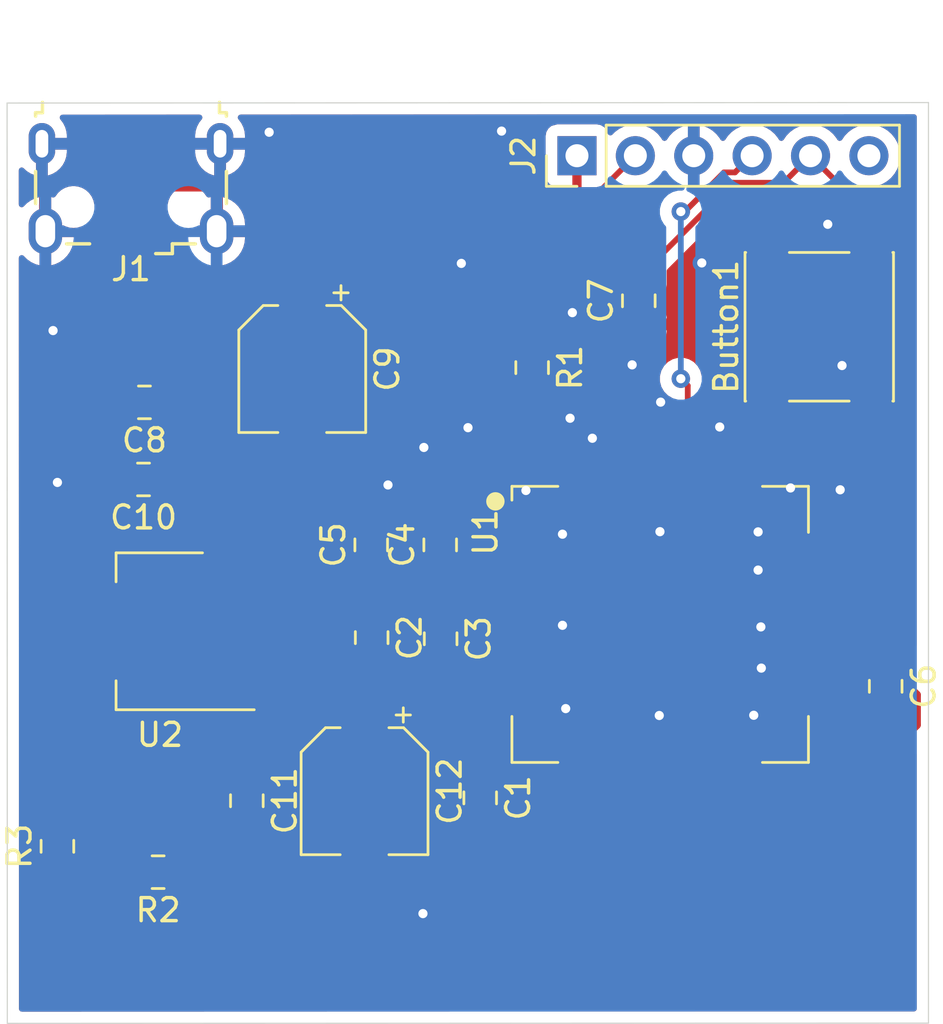
<source format=kicad_pcb>
(kicad_pcb (version 20200104) (host pcbnew "(5.99.0-863-g2d7f4d60c)")

  (general
    (thickness 1.6)
    (drawings 4)
    (tracks 174)
    (modules 20)
    (nets 48)
  )

  (page "A4")
  (layers
    (0 "F.Cu" signal)
    (31 "B.Cu" signal)
    (32 "B.Adhes" user)
    (33 "F.Adhes" user)
    (34 "B.Paste" user)
    (35 "F.Paste" user)
    (36 "B.SilkS" user)
    (37 "F.SilkS" user)
    (38 "B.Mask" user)
    (39 "F.Mask" user)
    (40 "Dwgs.User" user)
    (41 "Cmts.User" user)
    (42 "Eco1.User" user)
    (43 "Eco2.User" user)
    (44 "Edge.Cuts" user)
    (45 "Margin" user)
    (46 "B.CrtYd" user)
    (47 "F.CrtYd" user)
    (48 "B.Fab" user)
    (49 "F.Fab" user)
  )

  (setup
    (stackup
      (layer "F.SilkS" (type "Top Silk Screen"))
      (layer "F.Paste" (type "Top Solder Paste"))
      (layer "F.Mask" (type "Top Solder Mask") (color "Green") (thickness 0.01))
      (layer "F.Cu" (type "copper") (thickness 0.035))
      (layer "dielectric 1" (type "core") (thickness 1.51) (material "FR4") (epsilon_r 4.5) (loss_tangent 0.02))
      (layer "B.Cu" (type "copper") (thickness 0.035))
      (layer "B.Mask" (type "Bottom Solder Mask") (color "Green") (thickness 0.01))
      (layer "B.Paste" (type "Bottom Solder Paste"))
      (layer "B.SilkS" (type "Bottom Silk Screen"))
      (copper_finish "None")
      (dielectric_constraints no)
    )
    (last_trace_width 0.25)
    (user_trace_width 0.15)
    (user_trace_width 0.4)
    (trace_clearance 0.2)
    (zone_clearance 0.508)
    (zone_45_only no)
    (trace_min 0.15)
    (via_size 0.8)
    (via_drill 0.4)
    (via_min_size 0.3)
    (via_min_drill 0.2)
    (user_via 0.3 0.2)
    (uvia_size 0.3)
    (uvia_drill 0.1)
    (uvias_allowed no)
    (uvia_min_size 0.2)
    (uvia_min_drill 0.1)
    (max_error 0.005)
    (defaults
      (edge_clearance 0.01)
      (edge_cuts_line_width 0.05)
      (courtyard_line_width 0.05)
      (copper_line_width 0.2)
      (copper_text_dims (size 1.5 1.5) (thickness 0.3))
      (silk_line_width 0.12)
      (silk_text_dims (size 1 1) (thickness 0.15))
      (other_layers_line_width 0.1)
      (other_layers_text_dims (size 1 1) (thickness 0.15))
      (dimension_units 0)
      (dimension_precision 1)
    )
    (pad_size 1.524 1.524)
    (pad_drill 0.762)
    (pad_to_mask_clearance 0.051)
    (solder_mask_min_width 0.25)
    (aux_axis_origin 0 0)
    (visible_elements FFFFFF7F)
    (pcbplotparams
      (layerselection 0x010c0_ffffffff)
      (usegerberextensions false)
      (usegerberattributes false)
      (usegerberadvancedattributes false)
      (creategerberjobfile false)
      (excludeedgelayer true)
      (linewidth 0.100000)
      (plotframeref false)
      (viasonmask false)
      (mode 1)
      (useauxorigin false)
      (hpglpennumber 1)
      (hpglpenspeed 20)
      (hpglpendiameter 15.000000)
      (psnegative false)
      (psa4output false)
      (plotreference true)
      (plotvalue true)
      (plotinvisibletext false)
      (padsonsilk false)
      (subtractmaskfromsilk false)
      (outputformat 1)
      (mirror false)
      (drillshape 0)
      (scaleselection 1)
      (outputdirectory "gerber/")
    )
  )

  (net 0 "")
  (net 1 "Net-(Button1-Pad2)")
  (net 2 "GND")
  (net 3 "+3V3")
  (net 4 "+5V")
  (net 5 "Net-(J1-Pad4)")
  (net 6 "Net-(J1-Pad3)")
  (net 7 "Net-(J1-Pad2)")
  (net 8 "Net-(J2-Pad6)")
  (net 9 "Net-(J2-Pad4)")
  (net 10 "Net-(J2-Pad2)")
  (net 11 "Net-(R1-Pad2)")
  (net 12 "Net-(R2-Pad2)")
  (net 13 "Net-(U1-Pad48)")
  (net 14 "Net-(U1-Pad47)")
  (net 15 "Net-(U1-Pad46)")
  (net 16 "Net-(U1-Pad45)")
  (net 17 "Net-(U1-Pad1)")
  (net 18 "Net-(U1-Pad2)")
  (net 19 "Net-(U1-Pad8)")
  (net 20 "Net-(U1-Pad9)")
  (net 21 "Net-(U1-Pad10)")
  (net 22 "Net-(U1-Pad11)")
  (net 23 "Net-(U1-Pad28)")
  (net 24 "Net-(U1-Pad29)")
  (net 25 "Net-(U1-Pad30)")
  (net 26 "Net-(U1-Pad31)")
  (net 27 "Net-(U1-Pad33)")
  (net 28 "Net-(U1-Pad35)")
  (net 29 "Net-(U1-Pad36)")
  (net 30 "Net-(U1-Pad37)")
  (net 31 "Net-(U1-Pad39)")
  (net 32 "Net-(U1-Pad40)")
  (net 33 "Net-(U1-Pad12)")
  (net 34 "Net-(U1-Pad13)")
  (net 35 "Net-(U1-Pad14)")
  (net 36 "Net-(U1-Pad15)")
  (net 37 "Net-(U1-Pad16)")
  (net 38 "Net-(U1-Pad17)")
  (net 39 "Net-(U1-Pad18)")
  (net 40 "Net-(U1-Pad19)")
  (net 41 "Net-(U1-Pad20)")
  (net 42 "Net-(U1-Pad21)")
  (net 43 "Net-(U1-Pad22)")
  (net 44 "Net-(U1-Pad23)")
  (net 45 "Net-(U1-Pad24)")
  (net 46 "Net-(U1-Pad26)")
  (net 47 "Net-(U1-Pad38)")

  (net_class "Default" "This is the default net class."
    (clearance 0.2)
    (trace_width 0.25)
    (via_dia 0.8)
    (via_drill 0.4)
    (uvia_dia 0.3)
    (uvia_drill 0.1)
    (add_net "GND")
    (add_net "Net-(Button1-Pad2)")
    (add_net "Net-(J1-Pad2)")
    (add_net "Net-(J1-Pad3)")
    (add_net "Net-(J1-Pad4)")
    (add_net "Net-(J2-Pad2)")
    (add_net "Net-(J2-Pad4)")
    (add_net "Net-(J2-Pad6)")
    (add_net "Net-(R1-Pad2)")
    (add_net "Net-(R2-Pad2)")
    (add_net "Net-(U1-Pad1)")
    (add_net "Net-(U1-Pad10)")
    (add_net "Net-(U1-Pad11)")
    (add_net "Net-(U1-Pad12)")
    (add_net "Net-(U1-Pad13)")
    (add_net "Net-(U1-Pad14)")
    (add_net "Net-(U1-Pad15)")
    (add_net "Net-(U1-Pad16)")
    (add_net "Net-(U1-Pad17)")
    (add_net "Net-(U1-Pad18)")
    (add_net "Net-(U1-Pad19)")
    (add_net "Net-(U1-Pad2)")
    (add_net "Net-(U1-Pad20)")
    (add_net "Net-(U1-Pad21)")
    (add_net "Net-(U1-Pad22)")
    (add_net "Net-(U1-Pad23)")
    (add_net "Net-(U1-Pad24)")
    (add_net "Net-(U1-Pad26)")
    (add_net "Net-(U1-Pad28)")
    (add_net "Net-(U1-Pad29)")
    (add_net "Net-(U1-Pad30)")
    (add_net "Net-(U1-Pad31)")
    (add_net "Net-(U1-Pad33)")
    (add_net "Net-(U1-Pad35)")
    (add_net "Net-(U1-Pad36)")
    (add_net "Net-(U1-Pad37)")
    (add_net "Net-(U1-Pad38)")
    (add_net "Net-(U1-Pad39)")
    (add_net "Net-(U1-Pad40)")
    (add_net "Net-(U1-Pad45)")
    (add_net "Net-(U1-Pad46)")
    (add_net "Net-(U1-Pad47)")
    (add_net "Net-(U1-Pad48)")
    (add_net "Net-(U1-Pad8)")
    (add_net "Net-(U1-Pad9)")
  )

  (net_class "Power" ""
    (clearance 0.2)
    (trace_width 0.4)
    (via_dia 0.8)
    (via_drill 0.4)
    (uvia_dia 0.3)
    (uvia_drill 0.1)
    (add_net "+3V3")
    (add_net "+5V")
  )

  (module "lab1:CMWX1ZZABZ" (layer "F.Cu") (tedit 5E78B843) (tstamp 5E85CEF2)
    (at 68.33 52.67)
    (descr "https://wireless.murata.com/RFM/data/type_abz.pdf")
    (tags "iot lora sigfox")
    (path "/5E5CD1CF")
    (attr smd)
    (fp_text reference "U1" (at -7.6 -4 270) (layer "F.SilkS")
      (effects (font (size 1 1) (thickness 0.15)))
    )
    (fp_text value "CMWX1ZZABZ-078" (at 0 7.2) (layer "F.Fab")
      (effects (font (size 1 1) (thickness 0.15)))
    )
    (fp_circle (center -7.168 -5.347) (end -6.968 -5.347) (layer "F.SilkS") (width 0.4))
    (fp_circle (center -7.169 -5.347) (end -6.969 -5.347) (layer "F.CrtYd") (width 0.4))
    (fp_line (start -6.45 4) (end -6.45 6) (layer "F.SilkS") (width 0.12))
    (fp_line (start -6.45 6) (end -4.45 6) (layer "F.SilkS") (width 0.12))
    (fp_line (start 6.45 4) (end 6.45 6) (layer "F.SilkS") (width 0.12))
    (fp_line (start 4.45 6) (end 6.45 6) (layer "F.SilkS") (width 0.12))
    (fp_line (start -6.45 -6) (end -6.45 -5.4) (layer "F.SilkS") (width 0.12))
    (fp_line (start -6.45 -6) (end -4.45 -6) (layer "F.SilkS") (width 0.12))
    (fp_line (start 4.45 -6) (end 6.45 -6) (layer "F.SilkS") (width 0.12))
    (fp_line (start 6.45 -6) (end 6.45 -4) (layer "F.SilkS") (width 0.12))
    (fp_line (start -5.25 -5.8) (end 6.25 -5.8) (layer "F.Fab") (width 0.1))
    (fp_line (start 6.25 -5.8) (end 6.25 5.8) (layer "F.Fab") (width 0.1))
    (fp_line (start -6.25 5.8) (end 6.25 5.8) (layer "F.Fab") (width 0.1))
    (fp_line (start -6.25 -4.8) (end -6.25 5.8) (layer "F.Fab") (width 0.1))
    (fp_line (start -5.25 -5.8) (end -6.25 -4.8) (layer "F.Fab") (width 0.1))
    (fp_line (start -6.5 6.05) (end 6.5 6.05) (layer "F.CrtYd") (width 0.05))
    (fp_line (start -6.5 6.05) (end -6.5 -6.05) (layer "F.CrtYd") (width 0.05))
    (fp_line (start -6.5 -6.05) (end 6.5 -6.05) (layer "F.CrtYd") (width 0.05))
    (fp_line (start 6.5 -6.05) (end 6.5 6.05) (layer "F.CrtYd") (width 0.05))
    (fp_text user "%R" (at 0 0) (layer "F.Fab")
      (effects (font (size 1 1) (thickness 0.15)))
    )
    (pad "45" smd rect (at -2 -6.398 90) (size 1.6 0.5) (layers "F.Cu" "F.Paste" "F.Mask")
      (net 16 "Net-(U1-Pad45)"))
    (pad "31" smd rect (at 6.85 -0.401) (size 1.6 0.5) (layers "F.Cu" "F.Paste" "F.Mask")
      (net 26 "Net-(U1-Pad31)"))
    (pad "47" smd rect (at -3.602 -6.398 90) (size 1.6 0.5) (layers "F.Cu" "F.Paste" "F.Mask")
      (net 14 "Net-(U1-Pad47)"))
    (pad "48" smd rect (at -4.4 -6.404 90) (size 1.6 0.5) (layers "F.Cu" "F.Paste" "F.Mask")
      (net 13 "Net-(U1-Pad48)"))
    (pad "46" smd rect (at -2.8 -6.398 90) (size 1.6 0.5) (layers "F.Cu" "F.Paste" "F.Mask")
      (net 15 "Net-(U1-Pad46)"))
    (pad "42" smd rect (at 0.4 -6.401 90) (size 1.6 0.5) (layers "F.Cu" "F.Paste" "F.Mask")
      (net 10 "Net-(J2-Pad2)"))
    (pad "38" smd rect (at 3.599 -6.405 90) (size 1.6 0.5) (layers "F.Cu" "F.Paste" "F.Mask")
      (net 47 "Net-(U1-Pad38)"))
    (pad "36" smd rect (at 6.848 -4.4) (size 1.6 0.5) (layers "F.Cu" "F.Paste" "F.Mask")
      (net 29 "Net-(U1-Pad36)"))
    (pad "35" smd rect (at 6.849 -3.6) (size 1.6 0.5) (layers "F.Cu" "F.Paste" "F.Mask")
      (net 28 "Net-(U1-Pad35)"))
    (pad "33" smd rect (at 6.848 -2.001) (size 1.6 0.5) (layers "F.Cu" "F.Paste" "F.Mask")
      (net 27 "Net-(U1-Pad33)"))
    (pad "34" smd rect (at 6.849 -2.8) (size 1.6 0.5) (layers "F.Cu" "F.Paste" "F.Mask")
      (net 1 "Net-(Button1-Pad2)"))
    (pad "32" smd rect (at 6.841 -1.201) (size 1.6 0.5) (layers "F.Cu" "F.Paste" "F.Mask")
      (net 3 "+3V3"))
    (pad "39" smd rect (at 2.8 -6.399 90) (size 1.6 0.5) (layers "F.Cu" "F.Paste" "F.Mask")
      (net 31 "Net-(U1-Pad39)"))
    (pad "37" smd rect (at 4.4 -6.401 270) (size 1.6 0.5) (layers "F.Cu" "F.Paste" "F.Mask")
      (net 30 "Net-(U1-Pad37)"))
    (pad "43" smd rect (at -0.399 -6.403 90) (size 1.6 0.5) (layers "F.Cu" "F.Paste" "F.Mask")
      (net 11 "Net-(R1-Pad2)"))
    (pad "40" smd rect (at 1.999 -6.402 90) (size 1.6 0.5) (layers "F.Cu" "F.Paste" "F.Mask")
      (net 32 "Net-(U1-Pad40)"))
    (pad "44" smd rect (at -1.201 -6.398 90) (size 1.6 0.5) (layers "F.Cu" "F.Paste" "F.Mask")
      (net 2 "GND"))
    (pad "30" smd rect (at 6.853 0.4) (size 1.6 0.5) (layers "F.Cu" "F.Paste" "F.Mask")
      (net 25 "Net-(U1-Pad30)"))
    (pad "29" smd rect (at 6.852 1.2 180) (size 1.6 0.5) (layers "F.Cu" "F.Paste" "F.Mask")
      (net 24 "Net-(U1-Pad29)"))
    (pad "41" smd rect (at 1.199 -6.401 90) (size 1.6 0.5) (layers "F.Cu" "F.Paste" "F.Mask")
      (net 9 "Net-(J2-Pad4)"))
    (pad "25" smd rect (at 6.849 4.4 180) (size 1.6 0.5) (layers "F.Cu" "F.Paste" "F.Mask")
      (net 2 "GND"))
    (pad "20" smd rect (at 1.198 6.394 90) (size 1.6 0.5) (layers "F.Cu" "F.Paste" "F.Mask")
      (net 41 "Net-(U1-Pad20)"))
    (pad "21" smd rect (at 2 6.398 90) (size 1.6 0.5) (layers "F.Cu" "F.Paste" "F.Mask")
      (net 42 "Net-(U1-Pad21)"))
    (pad "19" smd rect (at 0.4 6.397 90) (size 1.6 0.5) (layers "F.Cu" "F.Paste" "F.Mask")
      (net 40 "Net-(U1-Pad19)"))
    (pad "18" smd rect (at -0.401 6.394 90) (size 1.6 0.5) (layers "F.Cu" "F.Paste" "F.Mask")
      (net 39 "Net-(U1-Pad18)"))
    (pad "28" smd rect (at 6.851 2 180) (size 1.6 0.5) (layers "F.Cu" "F.Paste" "F.Mask")
      (net 23 "Net-(U1-Pad28)"))
    (pad "27" smd rect (at 6.846 2.801 180) (size 1.6 0.5) (layers "F.Cu" "F.Paste" "F.Mask")
      (net 2 "GND"))
    (pad "23" smd rect (at 3.6 6.388 90) (size 1.6 0.5) (layers "F.Cu" "F.Paste" "F.Mask")
      (net 44 "Net-(U1-Pad23)"))
    (pad "26" smd rect (at 6.85 3.6 180) (size 1.6 0.5) (layers "F.Cu" "F.Paste" "F.Mask")
      (net 46 "Net-(U1-Pad26)"))
    (pad "12" smd rect (at -6.849 4.4) (size 1.6 0.5) (layers "F.Cu" "F.Paste" "F.Mask")
      (net 33 "Net-(U1-Pad12)"))
    (pad "14" smd rect (at -3.601 6.4 90) (size 1.6 0.5) (layers "F.Cu" "F.Paste" "F.Mask")
      (net 35 "Net-(U1-Pad14)"))
    (pad "10" smd rect (at -6.849 2.8) (size 1.6 0.5) (layers "F.Cu" "F.Paste" "F.Mask")
      (net 21 "Net-(U1-Pad10)"))
    (pad "13" smd rect (at -4.4 6.398 90) (size 1.6 0.5) (layers "F.Cu" "F.Paste" "F.Mask")
      (net 34 "Net-(U1-Pad13)"))
    (pad "16" smd rect (at -2 6.4 90) (size 1.6 0.5) (layers "F.Cu" "F.Paste" "F.Mask")
      (net 37 "Net-(U1-Pad16)"))
    (pad "24" smd rect (at 4.401 6.4 90) (size 1.6 0.5) (layers "F.Cu" "F.Paste" "F.Mask")
      (net 45 "Net-(U1-Pad24)"))
    (pad "15" smd rect (at -2.802 6.392 90) (size 1.6 0.5) (layers "F.Cu" "F.Paste" "F.Mask")
      (net 36 "Net-(U1-Pad15)"))
    (pad "11" smd rect (at -6.849 3.599) (size 1.6 0.5) (layers "F.Cu" "F.Paste" "F.Mask")
      (net 22 "Net-(U1-Pad11)"))
    (pad "22" smd rect (at 2.798 6.394 90) (size 1.6 0.5) (layers "F.Cu" "F.Paste" "F.Mask")
      (net 43 "Net-(U1-Pad22)"))
    (pad "5" smd rect (at -6.85 -1.2) (size 1.6 0.5) (layers "F.Cu" "F.Paste" "F.Mask")
      (net 3 "+3V3"))
    (pad "17" smd rect (at -1.2 6.394 90) (size 1.6 0.5) (layers "F.Cu" "F.Paste" "F.Mask")
      (net 38 "Net-(U1-Pad17)"))
    (pad "9" smd rect (at -6.849 2.001) (size 1.6 0.5) (layers "F.Cu" "F.Paste" "F.Mask")
      (net 20 "Net-(U1-Pad9)"))
    (pad "8" smd rect (at -6.849 1.199) (size 1.6 0.5) (layers "F.Cu" "F.Paste" "F.Mask")
      (net 19 "Net-(U1-Pad8)"))
    (pad "7" smd rect (at -6.85 0.4) (size 1.6 0.5) (layers "F.Cu" "F.Paste" "F.Mask")
      (net 2 "GND"))
    (pad "6" smd rect (at -6.849 -0.4) (size 1.6 0.5) (layers "F.Cu" "F.Paste" "F.Mask")
      (net 3 "+3V3"))
    (pad "3" smd rect (at -6.849 -2.8) (size 1.6 0.5) (layers "F.Cu" "F.Paste" "F.Mask")
      (net 2 "GND"))
    (pad "4" smd rect (at -6.85 -2) (size 1.6 0.5) (layers "F.Cu" "F.Paste" "F.Mask")
      (net 3 "+3V3"))
    (pad "2" smd rect (at -6.85 -3.6) (size 1.6 0.5) (layers "F.Cu" "F.Paste" "F.Mask")
      (net 18 "Net-(U1-Pad2)"))
    (pad "1" smd rect (at -6.848 -4.4) (size 1.6 0.5) (layers "F.Cu" "F.Paste" "F.Mask")
      (net 17 "Net-(U1-Pad1)"))
    (pad "57" smd rect (at 2.5 2.5 90) (size 1.6 1.6) (layers "F.Cu" "F.Paste" "F.Mask")
      (net 2 "GND"))
    (pad "56" smd rect (at 0 2.5 90) (size 1.6 1.6) (layers "F.Cu" "F.Paste" "F.Mask")
      (net 2 "GND"))
    (pad "55" smd rect (at -2.5 2.5 90) (size 1.6 1.6) (layers "F.Cu" "F.Paste" "F.Mask")
      (net 2 "GND"))
    (pad "54" smd rect (at 2.5 0 90) (size 1.6 1.6) (layers "F.Cu" "F.Paste" "F.Mask")
      (net 2 "GND"))
    (pad "53" smd rect (at 0 0 90) (size 1.6 1.6) (layers "F.Cu" "F.Paste" "F.Mask")
      (net 2 "GND"))
    (pad "52" smd rect (at -2.5 0 90) (size 1.6 1.6) (layers "F.Cu" "F.Paste" "F.Mask")
      (net 2 "GND"))
    (pad "51" smd rect (at 2.5 -2.5 90) (size 1.6 1.6) (layers "F.Cu" "F.Paste" "F.Mask")
      (net 2 "GND"))
    (pad "50" smd rect (at 0 -2.5 90) (size 1.6 1.6) (layers "F.Cu" "F.Paste" "F.Mask")
      (net 2 "GND"))
    (pad "49" smd rect (at -2.5 -2.5 90) (size 1.6 1.6) (layers "F.Cu" "F.Paste" "F.Mask")
      (net 2 "GND"))
    (pad "48" smd rect (at -4.4 -5.2 90) (size 0.8 0.5) (layers "F.Cu" "F.Paste" "F.Mask")
      (net 13 "Net-(U1-Pad48)"))
    (pad "47" smd rect (at -3.6 -5.2 90) (size 0.8 0.5) (layers "F.Cu" "F.Paste" "F.Mask")
      (net 14 "Net-(U1-Pad47)"))
    (pad "46" smd rect (at -2.8 -5.2 90) (size 0.8 0.5) (layers "F.Cu" "F.Paste" "F.Mask")
      (net 15 "Net-(U1-Pad46)"))
    (pad "45" smd rect (at -2 -5.2 90) (size 0.8 0.5) (layers "F.Cu" "F.Paste" "F.Mask")
      (net 16 "Net-(U1-Pad45)"))
    (pad "44" smd rect (at -1.2 -5.2 90) (size 0.8 0.5) (layers "F.Cu" "F.Paste" "F.Mask")
      (net 2 "GND"))
    (pad "43" smd rect (at -0.4 -5.2 90) (size 0.8 0.5) (layers "F.Cu" "F.Paste" "F.Mask")
      (net 11 "Net-(R1-Pad2)"))
    (pad "42" smd rect (at 0.4 -5.2 90) (size 0.8 0.5) (layers "F.Cu" "F.Paste" "F.Mask")
      (net 10 "Net-(J2-Pad2)"))
    (pad "1" smd rect (at -5.65 -4.4) (size 0.8 0.5) (layers "F.Cu" "F.Paste" "F.Mask")
      (net 17 "Net-(U1-Pad1)"))
    (pad "2" smd rect (at -5.65 -3.6) (size 0.8 0.5) (layers "F.Cu" "F.Paste" "F.Mask")
      (net 18 "Net-(U1-Pad2)"))
    (pad "3" smd rect (at -5.65 -2.8) (size 0.8 0.5) (layers "F.Cu" "F.Paste" "F.Mask")
      (net 2 "GND"))
    (pad "4" smd rect (at -5.65 -2) (size 0.8 0.5) (layers "F.Cu" "F.Paste" "F.Mask")
      (net 3 "+3V3"))
    (pad "5" smd rect (at -5.65 -1.2) (size 0.8 0.5) (layers "F.Cu" "F.Paste" "F.Mask")
      (net 3 "+3V3"))
    (pad "6" smd rect (at -5.65 -0.4) (size 0.8 0.5) (layers "F.Cu" "F.Paste" "F.Mask")
      (net 3 "+3V3"))
    (pad "7" smd rect (at -5.65 0.4) (size 0.8 0.5) (layers "F.Cu" "F.Paste" "F.Mask")
      (net 2 "GND"))
    (pad "8" smd rect (at -5.65 1.2) (size 0.8 0.5) (layers "F.Cu" "F.Paste" "F.Mask")
      (net 19 "Net-(U1-Pad8)"))
    (pad "9" smd rect (at -5.65 2) (size 0.8 0.5) (layers "F.Cu" "F.Paste" "F.Mask")
      (net 20 "Net-(U1-Pad9)"))
    (pad "10" smd rect (at -5.65 2.8) (size 0.8 0.5) (layers "F.Cu" "F.Paste" "F.Mask")
      (net 21 "Net-(U1-Pad10)"))
    (pad "11" smd rect (at -5.65 3.6) (size 0.8 0.5) (layers "F.Cu" "F.Paste" "F.Mask")
      (net 22 "Net-(U1-Pad11)"))
    (pad "27" smd rect (at 5.65 2.8) (size 0.8 0.5) (layers "F.Cu" "F.Paste" "F.Mask")
      (net 2 "GND"))
    (pad "28" smd rect (at 5.65 2) (size 0.8 0.5) (layers "F.Cu" "F.Paste" "F.Mask")
      (net 23 "Net-(U1-Pad28)"))
    (pad "29" smd rect (at 5.65 1.2) (size 0.8 0.5) (layers "F.Cu" "F.Paste" "F.Mask")
      (net 24 "Net-(U1-Pad29)"))
    (pad "30" smd rect (at 5.65 0.4) (size 0.8 0.5) (layers "F.Cu" "F.Paste" "F.Mask")
      (net 25 "Net-(U1-Pad30)"))
    (pad "31" smd rect (at 5.65 -0.4) (size 0.8 0.5) (layers "F.Cu" "F.Paste" "F.Mask")
      (net 26 "Net-(U1-Pad31)"))
    (pad "32" smd rect (at 5.65 -1.2) (size 0.8 0.5) (layers "F.Cu" "F.Paste" "F.Mask")
      (net 3 "+3V3"))
    (pad "33" smd rect (at 5.65 -2) (size 0.8 0.5) (layers "F.Cu" "F.Paste" "F.Mask")
      (net 27 "Net-(U1-Pad33)"))
    (pad "34" smd rect (at 5.65 -2.8) (size 0.8 0.5) (layers "F.Cu" "F.Paste" "F.Mask")
      (net 1 "Net-(Button1-Pad2)"))
    (pad "35" smd rect (at 5.65 -3.6) (size 0.8 0.5) (layers "F.Cu" "F.Paste" "F.Mask")
      (net 28 "Net-(U1-Pad35)"))
    (pad "36" smd rect (at 5.65 -4.4) (size 0.8 0.5) (layers "F.Cu" "F.Paste" "F.Mask")
      (net 29 "Net-(U1-Pad36)"))
    (pad "37" smd rect (at 4.4 -5.2 90) (size 0.8 0.5) (layers "F.Cu" "F.Paste" "F.Mask")
      (net 30 "Net-(U1-Pad37)"))
    (pad "39" smd rect (at 2.8 -5.2 90) (size 0.8 0.5) (layers "F.Cu" "F.Paste" "F.Mask")
      (net 31 "Net-(U1-Pad39)"))
    (pad "40" smd rect (at 2 -5.2 90) (size 0.8 0.5) (layers "F.Cu" "F.Paste" "F.Mask")
      (net 32 "Net-(U1-Pad40)"))
    (pad "41" smd rect (at 1.2 -5.2 90) (size 0.8 0.5) (layers "F.Cu" "F.Paste" "F.Mask")
      (net 9 "Net-(J2-Pad4)"))
    (pad "12" smd rect (at -5.65 4.4) (size 0.8 0.5) (layers "F.Cu" "F.Paste" "F.Mask")
      (net 33 "Net-(U1-Pad12)"))
    (pad "13" smd rect (at -4.4 5.2 90) (size 0.8 0.5) (layers "F.Cu" "F.Paste" "F.Mask")
      (net 34 "Net-(U1-Pad13)"))
    (pad "14" smd rect (at -3.6 5.2 90) (size 0.8 0.5) (layers "F.Cu" "F.Paste" "F.Mask")
      (net 35 "Net-(U1-Pad14)"))
    (pad "15" smd rect (at -2.8 5.2 90) (size 0.8 0.5) (layers "F.Cu" "F.Paste" "F.Mask")
      (net 36 "Net-(U1-Pad15)"))
    (pad "16" smd rect (at -2 5.2 90) (size 0.8 0.5) (layers "F.Cu" "F.Paste" "F.Mask")
      (net 37 "Net-(U1-Pad16)"))
    (pad "17" smd rect (at -1.2 5.2 90) (size 0.8 0.5) (layers "F.Cu" "F.Paste" "F.Mask")
      (net 38 "Net-(U1-Pad17)"))
    (pad "18" smd rect (at -0.4 5.2 90) (size 0.8 0.5) (layers "F.Cu" "F.Paste" "F.Mask")
      (net 39 "Net-(U1-Pad18)"))
    (pad "19" smd rect (at 0.4 5.2 90) (size 0.8 0.5) (layers "F.Cu" "F.Paste" "F.Mask")
      (net 40 "Net-(U1-Pad19)"))
    (pad "20" smd rect (at 1.2 5.2 270) (size 0.8 0.5) (layers "F.Cu" "F.Paste" "F.Mask")
      (net 41 "Net-(U1-Pad20)"))
    (pad "21" smd rect (at 2 5.2 270) (size 0.8 0.5) (layers "F.Cu" "F.Paste" "F.Mask")
      (net 42 "Net-(U1-Pad21)"))
    (pad "22" smd rect (at 2.8 5.2 270) (size 0.8 0.5) (layers "F.Cu" "F.Paste" "F.Mask")
      (net 43 "Net-(U1-Pad22)"))
    (pad "23" smd rect (at 3.6 5.2 270) (size 0.8 0.5) (layers "F.Cu" "F.Paste" "F.Mask")
      (net 44 "Net-(U1-Pad23)"))
    (pad "24" smd rect (at 4.4 5.2 270) (size 0.8 0.5) (layers "F.Cu" "F.Paste" "F.Mask")
      (net 45 "Net-(U1-Pad24)"))
    (pad "25" smd rect (at 5.65 4.4) (size 0.8 0.5) (layers "F.Cu" "F.Paste" "F.Mask")
      (net 2 "GND"))
    (pad "26" smd rect (at 5.65 3.6) (size 0.8 0.5) (layers "F.Cu" "F.Paste" "F.Mask")
      (net 46 "Net-(U1-Pad26)"))
    (pad "38" smd rect (at 3.6 -5.2 90) (size 0.8 0.5) (layers "F.Cu" "F.Paste" "F.Mask")
      (net 47 "Net-(U1-Pad38)"))
    (model "${KISYS3DMOD}/RF_Module.3dshapes/CMWX1ZZABZ.wrl"
      (at (xyz 0 0 0))
      (scale (xyz 1 1 1))
      (rotate (xyz 0 0 0))
    )
  )

  (module "Button_Switch_SMD.:SW_Push_1P1T_NO_6x6mm_H9.5mm" (layer "F.Cu") (tedit 5CA1CA7F) (tstamp 5E70DD21)
    (at 75.25 39.735 90)
    (descr "tactile push button, 6x6mm e.g. PTS645xx series, height=9.5mm")
    (tags "tact sw push 6mm smd")
    (path "/5E6FF241")
    (attr smd)
    (fp_text reference "Button1" (at 0 -4.05 90) (layer "F.SilkS")
      (effects (font (size 1 1) (thickness 0.15)))
    )
    (fp_text value "SW_Push" (at 0 4.15 90) (layer "F.Fab")
      (effects (font (size 1 1) (thickness 0.15)))
    )
    (fp_circle (center 0 0) (end 1.75 -0.05) (layer "F.Fab") (width 0.1))
    (fp_line (start -3.23 3.23) (end 3.23 3.23) (layer "F.SilkS") (width 0.12))
    (fp_line (start -3.23 -1.3) (end -3.23 1.3) (layer "F.SilkS") (width 0.12))
    (fp_line (start -3.23 -3.23) (end 3.23 -3.23) (layer "F.SilkS") (width 0.12))
    (fp_line (start 3.23 -1.3) (end 3.23 1.3) (layer "F.SilkS") (width 0.12))
    (fp_line (start -3.23 -3.2) (end -3.23 -3.23) (layer "F.SilkS") (width 0.12))
    (fp_line (start -3.23 3.23) (end -3.23 3.2) (layer "F.SilkS") (width 0.12))
    (fp_line (start 3.23 3.23) (end 3.23 3.2) (layer "F.SilkS") (width 0.12))
    (fp_line (start 3.23 -3.23) (end 3.23 -3.2) (layer "F.SilkS") (width 0.12))
    (fp_line (start -5 -3.25) (end 5 -3.25) (layer "F.CrtYd") (width 0.05))
    (fp_line (start -5 3.25) (end 5 3.25) (layer "F.CrtYd") (width 0.05))
    (fp_line (start -5 -3.25) (end -5 3.25) (layer "F.CrtYd") (width 0.05))
    (fp_line (start 5 3.25) (end 5 -3.25) (layer "F.CrtYd") (width 0.05))
    (fp_line (start 3 -3) (end -3 -3) (layer "F.Fab") (width 0.1))
    (fp_line (start 3 3) (end 3 -3) (layer "F.Fab") (width 0.1))
    (fp_line (start -3 3) (end 3 3) (layer "F.Fab") (width 0.1))
    (fp_line (start -3 -3) (end -3 3) (layer "F.Fab") (width 0.1))
    (fp_text user "%R" (at 0 -4.05 90) (layer "F.Fab")
      (effects (font (size 1 1) (thickness 0.15)))
    )
    (pad "2" smd rect (at 3.975 2.25 90) (size 1.55 1.3) (layers "F.Cu" "F.Paste" "F.Mask")
      (net 1 "Net-(Button1-Pad2)"))
    (pad "1" smd rect (at 3.975 -2.25 90) (size 1.55 1.3) (layers "F.Cu" "F.Paste" "F.Mask")
      (net 2 "GND"))
    (pad "1" smd rect (at -3.975 -2.25 90) (size 1.55 1.3) (layers "F.Cu" "F.Paste" "F.Mask")
      (net 2 "GND"))
    (pad "2" smd rect (at -3.975 2.25 90) (size 1.55 1.3) (layers "F.Cu" "F.Paste" "F.Mask")
      (net 1 "Net-(Button1-Pad2)"))
    (model "${KISYS3DMOD}/Button_Switch_SMD.3dshapes/SW_PUSH_6mm_H9.5mm.wrl"
      (at (xyz 0 0 0))
      (scale (xyz 1 1 1))
      (rotate (xyz 0 0 0))
    )
  )

  (module "Caps:C_0805_2012Metric_Pad1.15x1.40mm_HandSolder" (layer "F.Cu") (tedit 5B36C52B) (tstamp 5E85BFDF)
    (at 60.5 60.21 -90)
    (descr "Capacitor SMD 0805 (2012 Metric), square (rectangular) end terminal, IPC_7351 nominal with elongated pad for handsoldering. (Body size source: https://docs.google.com/spreadsheets/d/1BsfQQcO9C6DZCsRaXUlFlo91Tg2WpOkGARC1WS5S8t0/edit?usp=sharing), generated with kicad-footprint-generator")
    (tags "capacitor handsolder")
    (path "/5E5E13F7")
    (attr smd)
    (fp_text reference "C1" (at 0 -1.65 90) (layer "F.SilkS")
      (effects (font (size 1 1) (thickness 0.15)))
    )
    (fp_text value "10u" (at 0 1.65 90) (layer "F.Fab")
      (effects (font (size 1 1) (thickness 0.15)))
    )
    (fp_text user "%R" (at 0 0 90) (layer "F.Fab")
      (effects (font (size 0.5 0.5) (thickness 0.08)))
    )
    (fp_line (start 1.85 0.95) (end -1.85 0.95) (layer "F.CrtYd") (width 0.05))
    (fp_line (start 1.85 -0.95) (end 1.85 0.95) (layer "F.CrtYd") (width 0.05))
    (fp_line (start -1.85 -0.95) (end 1.85 -0.95) (layer "F.CrtYd") (width 0.05))
    (fp_line (start -1.85 0.95) (end -1.85 -0.95) (layer "F.CrtYd") (width 0.05))
    (fp_line (start -0.261252 0.71) (end 0.261252 0.71) (layer "F.SilkS") (width 0.12))
    (fp_line (start -0.261252 -0.71) (end 0.261252 -0.71) (layer "F.SilkS") (width 0.12))
    (fp_line (start 1 0.6) (end -1 0.6) (layer "F.Fab") (width 0.1))
    (fp_line (start 1 -0.6) (end 1 0.6) (layer "F.Fab") (width 0.1))
    (fp_line (start -1 -0.6) (end 1 -0.6) (layer "F.Fab") (width 0.1))
    (fp_line (start -1 0.6) (end -1 -0.6) (layer "F.Fab") (width 0.1))
    (pad "2" smd roundrect (at 1.025 0 270) (size 1.15 1.4) (layers "F.Cu" "F.Paste" "F.Mask") (roundrect_rratio 0.217391)
      (net 2 "GND"))
    (pad "1" smd roundrect (at -1.025 0 270) (size 1.15 1.4) (layers "F.Cu" "F.Paste" "F.Mask") (roundrect_rratio 0.217391)
      (net 3 "+3V3"))
    (model "${KISYS3DMOD}/Capacitor_SMD.3dshapes/C_0805_2012Metric.wrl"
      (at (xyz 0 0 0))
      (scale (xyz 1 1 1))
      (rotate (xyz 0 0 0))
    )
  )

  (module "Caps:C_0805_2012Metric_Pad1.15x1.40mm_HandSolder" (layer "F.Cu") (tedit 5B36C52B) (tstamp 5E70DD43)
    (at 55.78 53.245 -90)
    (descr "Capacitor SMD 0805 (2012 Metric), square (rectangular) end terminal, IPC_7351 nominal with elongated pad for handsoldering. (Body size source: https://docs.google.com/spreadsheets/d/1BsfQQcO9C6DZCsRaXUlFlo91Tg2WpOkGARC1WS5S8t0/edit?usp=sharing), generated with kicad-footprint-generator")
    (tags "capacitor handsolder")
    (path "/5E5E1E2A")
    (attr smd)
    (fp_text reference "C2" (at 0 -1.65 90) (layer "F.SilkS")
      (effects (font (size 1 1) (thickness 0.15)))
    )
    (fp_text value "1u" (at 0 1.65 90) (layer "F.Fab")
      (effects (font (size 1 1) (thickness 0.15)))
    )
    (fp_text user "%R" (at 0 0 90) (layer "F.Fab")
      (effects (font (size 0.5 0.5) (thickness 0.08)))
    )
    (fp_line (start 1.85 0.95) (end -1.85 0.95) (layer "F.CrtYd") (width 0.05))
    (fp_line (start 1.85 -0.95) (end 1.85 0.95) (layer "F.CrtYd") (width 0.05))
    (fp_line (start -1.85 -0.95) (end 1.85 -0.95) (layer "F.CrtYd") (width 0.05))
    (fp_line (start -1.85 0.95) (end -1.85 -0.95) (layer "F.CrtYd") (width 0.05))
    (fp_line (start -0.261252 0.71) (end 0.261252 0.71) (layer "F.SilkS") (width 0.12))
    (fp_line (start -0.261252 -0.71) (end 0.261252 -0.71) (layer "F.SilkS") (width 0.12))
    (fp_line (start 1 0.6) (end -1 0.6) (layer "F.Fab") (width 0.1))
    (fp_line (start 1 -0.6) (end 1 0.6) (layer "F.Fab") (width 0.1))
    (fp_line (start -1 -0.6) (end 1 -0.6) (layer "F.Fab") (width 0.1))
    (fp_line (start -1 0.6) (end -1 -0.6) (layer "F.Fab") (width 0.1))
    (pad "2" smd roundrect (at 1.025 0 270) (size 1.15 1.4) (layers "F.Cu" "F.Paste" "F.Mask") (roundrect_rratio 0.217391)
      (net 2 "GND"))
    (pad "1" smd roundrect (at -1.025 0 270) (size 1.15 1.4) (layers "F.Cu" "F.Paste" "F.Mask") (roundrect_rratio 0.217391)
      (net 3 "+3V3"))
    (model "${KISYS3DMOD}/Capacitor_SMD.3dshapes/C_0805_2012Metric.wrl"
      (at (xyz 0 0 0))
      (scale (xyz 1 1 1))
      (rotate (xyz 0 0 0))
    )
  )

  (module "Caps:C_0805_2012Metric_Pad1.15x1.40mm_HandSolder" (layer "F.Cu") (tedit 5B36C52B) (tstamp 5E70DD54)
    (at 58.78 53.295 -90)
    (descr "Capacitor SMD 0805 (2012 Metric), square (rectangular) end terminal, IPC_7351 nominal with elongated pad for handsoldering. (Body size source: https://docs.google.com/spreadsheets/d/1BsfQQcO9C6DZCsRaXUlFlo91Tg2WpOkGARC1WS5S8t0/edit?usp=sharing), generated with kicad-footprint-generator")
    (tags "capacitor handsolder")
    (path "/5E5E1806")
    (attr smd)
    (fp_text reference "C3" (at 0 -1.65 90) (layer "F.SilkS")
      (effects (font (size 1 1) (thickness 0.15)))
    )
    (fp_text value "0.1u" (at 0 1.65 90) (layer "F.Fab")
      (effects (font (size 1 1) (thickness 0.15)))
    )
    (fp_text user "%R" (at 0 0 90) (layer "F.Fab")
      (effects (font (size 0.5 0.5) (thickness 0.08)))
    )
    (fp_line (start 1.85 0.95) (end -1.85 0.95) (layer "F.CrtYd") (width 0.05))
    (fp_line (start 1.85 -0.95) (end 1.85 0.95) (layer "F.CrtYd") (width 0.05))
    (fp_line (start -1.85 -0.95) (end 1.85 -0.95) (layer "F.CrtYd") (width 0.05))
    (fp_line (start -1.85 0.95) (end -1.85 -0.95) (layer "F.CrtYd") (width 0.05))
    (fp_line (start -0.261252 0.71) (end 0.261252 0.71) (layer "F.SilkS") (width 0.12))
    (fp_line (start -0.261252 -0.71) (end 0.261252 -0.71) (layer "F.SilkS") (width 0.12))
    (fp_line (start 1 0.6) (end -1 0.6) (layer "F.Fab") (width 0.1))
    (fp_line (start 1 -0.6) (end 1 0.6) (layer "F.Fab") (width 0.1))
    (fp_line (start -1 -0.6) (end 1 -0.6) (layer "F.Fab") (width 0.1))
    (fp_line (start -1 0.6) (end -1 -0.6) (layer "F.Fab") (width 0.1))
    (pad "2" smd roundrect (at 1.025 0 270) (size 1.15 1.4) (layers "F.Cu" "F.Paste" "F.Mask") (roundrect_rratio 0.217391)
      (net 2 "GND"))
    (pad "1" smd roundrect (at -1.025 0 270) (size 1.15 1.4) (layers "F.Cu" "F.Paste" "F.Mask") (roundrect_rratio 0.217391)
      (net 3 "+3V3"))
    (model "${KISYS3DMOD}/Capacitor_SMD.3dshapes/C_0805_2012Metric.wrl"
      (at (xyz 0 0 0))
      (scale (xyz 1 1 1))
      (rotate (xyz 0 0 0))
    )
  )

  (module "Caps:C_0805_2012Metric_Pad1.15x1.40mm_HandSolder" (layer "F.Cu") (tedit 5B36C52B) (tstamp 5E70DD65)
    (at 58.76 49.215 90)
    (descr "Capacitor SMD 0805 (2012 Metric), square (rectangular) end terminal, IPC_7351 nominal with elongated pad for handsoldering. (Body size source: https://docs.google.com/spreadsheets/d/1BsfQQcO9C6DZCsRaXUlFlo91Tg2WpOkGARC1WS5S8t0/edit?usp=sharing), generated with kicad-footprint-generator")
    (tags "capacitor handsolder")
    (path "/5E5E88F1")
    (attr smd)
    (fp_text reference "C4" (at 0 -1.65 90) (layer "F.SilkS")
      (effects (font (size 1 1) (thickness 0.15)))
    )
    (fp_text value "10u" (at 0 1.65 90) (layer "F.Fab")
      (effects (font (size 1 1) (thickness 0.15)))
    )
    (fp_text user "%R" (at 0 0 90) (layer "F.Fab")
      (effects (font (size 0.5 0.5) (thickness 0.08)))
    )
    (fp_line (start 1.85 0.95) (end -1.85 0.95) (layer "F.CrtYd") (width 0.05))
    (fp_line (start 1.85 -0.95) (end 1.85 0.95) (layer "F.CrtYd") (width 0.05))
    (fp_line (start -1.85 -0.95) (end 1.85 -0.95) (layer "F.CrtYd") (width 0.05))
    (fp_line (start -1.85 0.95) (end -1.85 -0.95) (layer "F.CrtYd") (width 0.05))
    (fp_line (start -0.261252 0.71) (end 0.261252 0.71) (layer "F.SilkS") (width 0.12))
    (fp_line (start -0.261252 -0.71) (end 0.261252 -0.71) (layer "F.SilkS") (width 0.12))
    (fp_line (start 1 0.6) (end -1 0.6) (layer "F.Fab") (width 0.1))
    (fp_line (start 1 -0.6) (end 1 0.6) (layer "F.Fab") (width 0.1))
    (fp_line (start -1 -0.6) (end 1 -0.6) (layer "F.Fab") (width 0.1))
    (fp_line (start -1 0.6) (end -1 -0.6) (layer "F.Fab") (width 0.1))
    (pad "2" smd roundrect (at 1.025 0 90) (size 1.15 1.4) (layers "F.Cu" "F.Paste" "F.Mask") (roundrect_rratio 0.217391)
      (net 2 "GND"))
    (pad "1" smd roundrect (at -1.025 0 90) (size 1.15 1.4) (layers "F.Cu" "F.Paste" "F.Mask") (roundrect_rratio 0.217391)
      (net 3 "+3V3"))
    (model "${KISYS3DMOD}/Capacitor_SMD.3dshapes/C_0805_2012Metric.wrl"
      (at (xyz 0 0 0))
      (scale (xyz 1 1 1))
      (rotate (xyz 0 0 0))
    )
  )

  (module "Caps:C_0805_2012Metric_Pad1.15x1.40mm_HandSolder" (layer "F.Cu") (tedit 5B36C52B) (tstamp 5E85BEDB)
    (at 55.76 49.215 90)
    (descr "Capacitor SMD 0805 (2012 Metric), square (rectangular) end terminal, IPC_7351 nominal with elongated pad for handsoldering. (Body size source: https://docs.google.com/spreadsheets/d/1BsfQQcO9C6DZCsRaXUlFlo91Tg2WpOkGARC1WS5S8t0/edit?usp=sharing), generated with kicad-footprint-generator")
    (tags "capacitor handsolder")
    (path "/5E6E736F")
    (attr smd)
    (fp_text reference "C5" (at 0 -1.65 90) (layer "F.SilkS")
      (effects (font (size 1 1) (thickness 0.15)))
    )
    (fp_text value "10u" (at 0 1.65 90) (layer "F.Fab")
      (effects (font (size 1 1) (thickness 0.15)))
    )
    (fp_text user "%R" (at 0 0) (layer "F.Fab")
      (effects (font (size 0.5 0.5) (thickness 0.08)))
    )
    (fp_line (start 1.85 0.95) (end -1.85 0.95) (layer "F.CrtYd") (width 0.05))
    (fp_line (start 1.85 -0.95) (end 1.85 0.95) (layer "F.CrtYd") (width 0.05))
    (fp_line (start -1.85 -0.95) (end 1.85 -0.95) (layer "F.CrtYd") (width 0.05))
    (fp_line (start -1.85 0.95) (end -1.85 -0.95) (layer "F.CrtYd") (width 0.05))
    (fp_line (start -0.261252 0.71) (end 0.261252 0.71) (layer "F.SilkS") (width 0.12))
    (fp_line (start -0.261252 -0.71) (end 0.261252 -0.71) (layer "F.SilkS") (width 0.12))
    (fp_line (start 1 0.6) (end -1 0.6) (layer "F.Fab") (width 0.1))
    (fp_line (start 1 -0.6) (end 1 0.6) (layer "F.Fab") (width 0.1))
    (fp_line (start -1 -0.6) (end 1 -0.6) (layer "F.Fab") (width 0.1))
    (fp_line (start -1 0.6) (end -1 -0.6) (layer "F.Fab") (width 0.1))
    (pad "2" smd roundrect (at 1.025 0 90) (size 1.15 1.4) (layers "F.Cu" "F.Paste" "F.Mask") (roundrect_rratio 0.217391)
      (net 2 "GND"))
    (pad "1" smd roundrect (at -1.025 0 90) (size 1.15 1.4) (layers "F.Cu" "F.Paste" "F.Mask") (roundrect_rratio 0.217391)
      (net 3 "+3V3"))
    (model "${KISYS3DMOD}/Capacitor_SMD.3dshapes/C_0805_2012Metric.wrl"
      (at (xyz 0 0 0))
      (scale (xyz 1 1 1))
      (rotate (xyz 0 0 0))
    )
  )

  (module "Caps:C_0805_2012Metric_Pad1.15x1.40mm_HandSolder" (layer "F.Cu") (tedit 5B36C52B) (tstamp 5E70DD87)
    (at 78.14 55.36 -90)
    (descr "Capacitor SMD 0805 (2012 Metric), square (rectangular) end terminal, IPC_7351 nominal with elongated pad for handsoldering. (Body size source: https://docs.google.com/spreadsheets/d/1BsfQQcO9C6DZCsRaXUlFlo91Tg2WpOkGARC1WS5S8t0/edit?usp=sharing), generated with kicad-footprint-generator")
    (tags "capacitor handsolder")
    (path "/5E5F27D4")
    (attr smd)
    (fp_text reference "C6" (at 0 -1.65 90) (layer "F.SilkS")
      (effects (font (size 1 1) (thickness 0.15)))
    )
    (fp_text value "1u" (at 0 1.65 90) (layer "F.Fab")
      (effects (font (size 1 1) (thickness 0.15)))
    )
    (fp_text user "%R" (at 0 0 90) (layer "F.Fab")
      (effects (font (size 0.5 0.5) (thickness 0.08)))
    )
    (fp_line (start 1.85 0.95) (end -1.85 0.95) (layer "F.CrtYd") (width 0.05))
    (fp_line (start 1.85 -0.95) (end 1.85 0.95) (layer "F.CrtYd") (width 0.05))
    (fp_line (start -1.85 -0.95) (end 1.85 -0.95) (layer "F.CrtYd") (width 0.05))
    (fp_line (start -1.85 0.95) (end -1.85 -0.95) (layer "F.CrtYd") (width 0.05))
    (fp_line (start -0.261252 0.71) (end 0.261252 0.71) (layer "F.SilkS") (width 0.12))
    (fp_line (start -0.261252 -0.71) (end 0.261252 -0.71) (layer "F.SilkS") (width 0.12))
    (fp_line (start 1 0.6) (end -1 0.6) (layer "F.Fab") (width 0.1))
    (fp_line (start 1 -0.6) (end 1 0.6) (layer "F.Fab") (width 0.1))
    (fp_line (start -1 -0.6) (end 1 -0.6) (layer "F.Fab") (width 0.1))
    (fp_line (start -1 0.6) (end -1 -0.6) (layer "F.Fab") (width 0.1))
    (pad "2" smd roundrect (at 1.025 0 270) (size 1.15 1.4) (layers "F.Cu" "F.Paste" "F.Mask") (roundrect_rratio 0.217391)
      (net 2 "GND"))
    (pad "1" smd roundrect (at -1.025 0 270) (size 1.15 1.4) (layers "F.Cu" "F.Paste" "F.Mask") (roundrect_rratio 0.217391)
      (net 3 "+3V3"))
    (model "${KISYS3DMOD}/Capacitor_SMD.3dshapes/C_0805_2012Metric.wrl"
      (at (xyz 0 0 0))
      (scale (xyz 1 1 1))
      (rotate (xyz 0 0 0))
    )
  )

  (module "Caps:C_0805_2012Metric_Pad1.15x1.40mm_HandSolder" (layer "F.Cu") (tedit 5B36C52B) (tstamp 5E85E0E4)
    (at 67.4 38.605 90)
    (descr "Capacitor SMD 0805 (2012 Metric), square (rectangular) end terminal, IPC_7351 nominal with elongated pad for handsoldering. (Body size source: https://docs.google.com/spreadsheets/d/1BsfQQcO9C6DZCsRaXUlFlo91Tg2WpOkGARC1WS5S8t0/edit?usp=sharing), generated with kicad-footprint-generator")
    (tags "capacitor handsolder")
    (path "/5E7028E4")
    (attr smd)
    (fp_text reference "C7" (at 0 -1.65 90) (layer "F.SilkS")
      (effects (font (size 1 1) (thickness 0.15)))
    )
    (fp_text value "0.1u" (at 0 1.65 90) (layer "F.Fab")
      (effects (font (size 1 1) (thickness 0.15)))
    )
    (fp_text user "%R" (at 0 0 90) (layer "F.Fab")
      (effects (font (size 0.5 0.5) (thickness 0.08)))
    )
    (fp_line (start 1.85 0.95) (end -1.85 0.95) (layer "F.CrtYd") (width 0.05))
    (fp_line (start 1.85 -0.95) (end 1.85 0.95) (layer "F.CrtYd") (width 0.05))
    (fp_line (start -1.85 -0.95) (end 1.85 -0.95) (layer "F.CrtYd") (width 0.05))
    (fp_line (start -1.85 0.95) (end -1.85 -0.95) (layer "F.CrtYd") (width 0.05))
    (fp_line (start -0.261252 0.71) (end 0.261252 0.71) (layer "F.SilkS") (width 0.12))
    (fp_line (start -0.261252 -0.71) (end 0.261252 -0.71) (layer "F.SilkS") (width 0.12))
    (fp_line (start 1 0.6) (end -1 0.6) (layer "F.Fab") (width 0.1))
    (fp_line (start 1 -0.6) (end 1 0.6) (layer "F.Fab") (width 0.1))
    (fp_line (start -1 -0.6) (end 1 -0.6) (layer "F.Fab") (width 0.1))
    (fp_line (start -1 0.6) (end -1 -0.6) (layer "F.Fab") (width 0.1))
    (pad "2" smd roundrect (at 1.025 0 90) (size 1.15 1.4) (layers "F.Cu" "F.Paste" "F.Mask") (roundrect_rratio 0.217391)
      (net 1 "Net-(Button1-Pad2)"))
    (pad "1" smd roundrect (at -1.025 0 90) (size 1.15 1.4) (layers "F.Cu" "F.Paste" "F.Mask") (roundrect_rratio 0.217391)
      (net 2 "GND"))
    (model "${KISYS3DMOD}/Capacitor_SMD.3dshapes/C_0805_2012Metric.wrl"
      (at (xyz 0 0 0))
      (scale (xyz 1 1 1))
      (rotate (xyz 0 0 0))
    )
  )

  (module "Caps:C_0805_2012Metric_Pad1.15x1.40mm_HandSolder" (layer "F.Cu") (tedit 5B36C52B) (tstamp 5E70DDA9)
    (at 45.895 43.02 180)
    (descr "Capacitor SMD 0805 (2012 Metric), square (rectangular) end terminal, IPC_7351 nominal with elongated pad for handsoldering. (Body size source: https://docs.google.com/spreadsheets/d/1BsfQQcO9C6DZCsRaXUlFlo91Tg2WpOkGARC1WS5S8t0/edit?usp=sharing), generated with kicad-footprint-generator")
    (tags "capacitor handsolder")
    (path "/5E736176")
    (attr smd)
    (fp_text reference "C8" (at 0 -1.65) (layer "F.SilkS")
      (effects (font (size 1 1) (thickness 0.15)))
    )
    (fp_text value "100n" (at 0 1.65) (layer "F.Fab")
      (effects (font (size 1 1) (thickness 0.15)))
    )
    (fp_text user "%R" (at 0 0) (layer "F.Fab")
      (effects (font (size 0.5 0.5) (thickness 0.08)))
    )
    (fp_line (start 1.85 0.95) (end -1.85 0.95) (layer "F.CrtYd") (width 0.05))
    (fp_line (start 1.85 -0.95) (end 1.85 0.95) (layer "F.CrtYd") (width 0.05))
    (fp_line (start -1.85 -0.95) (end 1.85 -0.95) (layer "F.CrtYd") (width 0.05))
    (fp_line (start -1.85 0.95) (end -1.85 -0.95) (layer "F.CrtYd") (width 0.05))
    (fp_line (start -0.261252 0.71) (end 0.261252 0.71) (layer "F.SilkS") (width 0.12))
    (fp_line (start -0.261252 -0.71) (end 0.261252 -0.71) (layer "F.SilkS") (width 0.12))
    (fp_line (start 1 0.6) (end -1 0.6) (layer "F.Fab") (width 0.1))
    (fp_line (start 1 -0.6) (end 1 0.6) (layer "F.Fab") (width 0.1))
    (fp_line (start -1 -0.6) (end 1 -0.6) (layer "F.Fab") (width 0.1))
    (fp_line (start -1 0.6) (end -1 -0.6) (layer "F.Fab") (width 0.1))
    (pad "2" smd roundrect (at 1.025 0 180) (size 1.15 1.4) (layers "F.Cu" "F.Paste" "F.Mask") (roundrect_rratio 0.217391)
      (net 2 "GND"))
    (pad "1" smd roundrect (at -1.025 0 180) (size 1.15 1.4) (layers "F.Cu" "F.Paste" "F.Mask") (roundrect_rratio 0.217391)
      (net 4 "+5V"))
    (model "${KISYS3DMOD}/Capacitor_SMD.3dshapes/C_0805_2012Metric.wrl"
      (at (xyz 0 0 0))
      (scale (xyz 1 1 1))
      (rotate (xyz 0 0 0))
    )
  )

  (module "Caps:CP_Elec_5x4.5" (layer "F.Cu") (tedit 5BCA39CF) (tstamp 5E70DDD1)
    (at 52.76 41.57 -90)
    (descr "SMD capacitor, aluminum electrolytic, Nichicon, 5.0x4.5mm")
    (tags "capacitor electrolytic")
    (path "/5E740A17")
    (attr smd)
    (fp_text reference "C9" (at 0 -3.7 90) (layer "F.SilkS")
      (effects (font (size 1 1) (thickness 0.15)))
    )
    (fp_text value "10u" (at 0 3.7 90) (layer "F.Fab")
      (effects (font (size 1 1) (thickness 0.15)))
    )
    (fp_text user "%R" (at 0 0 90) (layer "F.Fab")
      (effects (font (size 1 1) (thickness 0.15)))
    )
    (fp_line (start -3.95 1.05) (end -2.9 1.05) (layer "F.CrtYd") (width 0.05))
    (fp_line (start -3.95 -1.05) (end -3.95 1.05) (layer "F.CrtYd") (width 0.05))
    (fp_line (start -2.9 -1.05) (end -3.95 -1.05) (layer "F.CrtYd") (width 0.05))
    (fp_line (start -2.9 1.05) (end -2.9 1.75) (layer "F.CrtYd") (width 0.05))
    (fp_line (start -2.9 -1.75) (end -2.9 -1.05) (layer "F.CrtYd") (width 0.05))
    (fp_line (start -2.9 -1.75) (end -1.75 -2.9) (layer "F.CrtYd") (width 0.05))
    (fp_line (start -2.9 1.75) (end -1.75 2.9) (layer "F.CrtYd") (width 0.05))
    (fp_line (start -1.75 -2.9) (end 2.9 -2.9) (layer "F.CrtYd") (width 0.05))
    (fp_line (start -1.75 2.9) (end 2.9 2.9) (layer "F.CrtYd") (width 0.05))
    (fp_line (start 2.9 1.05) (end 2.9 2.9) (layer "F.CrtYd") (width 0.05))
    (fp_line (start 3.95 1.05) (end 2.9 1.05) (layer "F.CrtYd") (width 0.05))
    (fp_line (start 3.95 -1.05) (end 3.95 1.05) (layer "F.CrtYd") (width 0.05))
    (fp_line (start 2.9 -1.05) (end 3.95 -1.05) (layer "F.CrtYd") (width 0.05))
    (fp_line (start 2.9 -2.9) (end 2.9 -1.05) (layer "F.CrtYd") (width 0.05))
    (fp_line (start -3.3125 -1.9975) (end -3.3125 -1.3725) (layer "F.SilkS") (width 0.12))
    (fp_line (start -3.625 -1.685) (end -3 -1.685) (layer "F.SilkS") (width 0.12))
    (fp_line (start -2.76 1.695563) (end -1.695563 2.76) (layer "F.SilkS") (width 0.12))
    (fp_line (start -2.76 -1.695563) (end -1.695563 -2.76) (layer "F.SilkS") (width 0.12))
    (fp_line (start -2.76 -1.695563) (end -2.76 -1.06) (layer "F.SilkS") (width 0.12))
    (fp_line (start -2.76 1.695563) (end -2.76 1.06) (layer "F.SilkS") (width 0.12))
    (fp_line (start -1.695563 2.76) (end 2.76 2.76) (layer "F.SilkS") (width 0.12))
    (fp_line (start -1.695563 -2.76) (end 2.76 -2.76) (layer "F.SilkS") (width 0.12))
    (fp_line (start 2.76 -2.76) (end 2.76 -1.06) (layer "F.SilkS") (width 0.12))
    (fp_line (start 2.76 2.76) (end 2.76 1.06) (layer "F.SilkS") (width 0.12))
    (fp_line (start -1.783956 -1.45) (end -1.783956 -0.95) (layer "F.Fab") (width 0.1))
    (fp_line (start -2.033956 -1.2) (end -1.533956 -1.2) (layer "F.Fab") (width 0.1))
    (fp_line (start -2.65 1.65) (end -1.65 2.65) (layer "F.Fab") (width 0.1))
    (fp_line (start -2.65 -1.65) (end -1.65 -2.65) (layer "F.Fab") (width 0.1))
    (fp_line (start -2.65 -1.65) (end -2.65 1.65) (layer "F.Fab") (width 0.1))
    (fp_line (start -1.65 2.65) (end 2.65 2.65) (layer "F.Fab") (width 0.1))
    (fp_line (start -1.65 -2.65) (end 2.65 -2.65) (layer "F.Fab") (width 0.1))
    (fp_line (start 2.65 -2.65) (end 2.65 2.65) (layer "F.Fab") (width 0.1))
    (fp_circle (center 0 0) (end 2.5 0) (layer "F.Fab") (width 0.1))
    (pad "2" smd roundrect (at 2.2 0 270) (size 3 1.6) (layers "F.Cu" "F.Paste" "F.Mask") (roundrect_rratio 0.15625)
      (net 2 "GND"))
    (pad "1" smd roundrect (at -2.2 0 270) (size 3 1.6) (layers "F.Cu" "F.Paste" "F.Mask") (roundrect_rratio 0.15625)
      (net 4 "+5V"))
    (model "${KISYS3DMOD}/Capacitor_SMD.3dshapes/CP_Elec_5x4.5.wrl"
      (at (xyz 0 0 0))
      (scale (xyz 1 1 1))
      (rotate (xyz 0 0 0))
    )
  )

  (module "Caps:C_0805_2012Metric_Pad1.15x1.40mm_HandSolder" (layer "F.Cu") (tedit 5B36C52B) (tstamp 5E85E3E2)
    (at 45.855 46.37 180)
    (descr "Capacitor SMD 0805 (2012 Metric), square (rectangular) end terminal, IPC_7351 nominal with elongated pad for handsoldering. (Body size source: https://docs.google.com/spreadsheets/d/1BsfQQcO9C6DZCsRaXUlFlo91Tg2WpOkGARC1WS5S8t0/edit?usp=sharing), generated with kicad-footprint-generator")
    (tags "capacitor handsolder")
    (path "/5E73683C")
    (attr smd)
    (fp_text reference "C10" (at 0 -1.65) (layer "F.SilkS")
      (effects (font (size 1 1) (thickness 0.15)))
    )
    (fp_text value "100n" (at 0 1.65) (layer "F.Fab")
      (effects (font (size 1 1) (thickness 0.15)))
    )
    (fp_text user "%R" (at 0 0) (layer "F.Fab")
      (effects (font (size 0.5 0.5) (thickness 0.08)))
    )
    (fp_line (start 1.85 0.95) (end -1.85 0.95) (layer "F.CrtYd") (width 0.05))
    (fp_line (start 1.85 -0.95) (end 1.85 0.95) (layer "F.CrtYd") (width 0.05))
    (fp_line (start -1.85 -0.95) (end 1.85 -0.95) (layer "F.CrtYd") (width 0.05))
    (fp_line (start -1.85 0.95) (end -1.85 -0.95) (layer "F.CrtYd") (width 0.05))
    (fp_line (start -0.261252 0.71) (end 0.261252 0.71) (layer "F.SilkS") (width 0.12))
    (fp_line (start -0.261252 -0.71) (end 0.261252 -0.71) (layer "F.SilkS") (width 0.12))
    (fp_line (start 1 0.6) (end -1 0.6) (layer "F.Fab") (width 0.1))
    (fp_line (start 1 -0.6) (end 1 0.6) (layer "F.Fab") (width 0.1))
    (fp_line (start -1 -0.6) (end 1 -0.6) (layer "F.Fab") (width 0.1))
    (fp_line (start -1 0.6) (end -1 -0.6) (layer "F.Fab") (width 0.1))
    (pad "2" smd roundrect (at 1.025 0 180) (size 1.15 1.4) (layers "F.Cu" "F.Paste" "F.Mask") (roundrect_rratio 0.217391)
      (net 2 "GND"))
    (pad "1" smd roundrect (at -1.025 0 180) (size 1.15 1.4) (layers "F.Cu" "F.Paste" "F.Mask") (roundrect_rratio 0.217391)
      (net 4 "+5V"))
    (model "${KISYS3DMOD}/Capacitor_SMD.3dshapes/C_0805_2012Metric.wrl"
      (at (xyz 0 0 0))
      (scale (xyz 1 1 1))
      (rotate (xyz 0 0 0))
    )
  )

  (module "Caps:C_0805_2012Metric_Pad1.15x1.40mm_HandSolder" (layer "F.Cu") (tedit 5B36C52B) (tstamp 5E70DDF3)
    (at 50.35 60.335 -90)
    (descr "Capacitor SMD 0805 (2012 Metric), square (rectangular) end terminal, IPC_7351 nominal with elongated pad for handsoldering. (Body size source: https://docs.google.com/spreadsheets/d/1BsfQQcO9C6DZCsRaXUlFlo91Tg2WpOkGARC1WS5S8t0/edit?usp=sharing), generated with kicad-footprint-generator")
    (tags "capacitor handsolder")
    (path "/5E74731D")
    (attr smd)
    (fp_text reference "C11" (at 0 -1.65 90) (layer "F.SilkS")
      (effects (font (size 1 1) (thickness 0.15)))
    )
    (fp_text value "100n" (at 0 1.65 90) (layer "F.Fab")
      (effects (font (size 1 1) (thickness 0.15)))
    )
    (fp_text user "%R" (at 0 0 90) (layer "F.Fab")
      (effects (font (size 0.5 0.5) (thickness 0.08)))
    )
    (fp_line (start 1.85 0.95) (end -1.85 0.95) (layer "F.CrtYd") (width 0.05))
    (fp_line (start 1.85 -0.95) (end 1.85 0.95) (layer "F.CrtYd") (width 0.05))
    (fp_line (start -1.85 -0.95) (end 1.85 -0.95) (layer "F.CrtYd") (width 0.05))
    (fp_line (start -1.85 0.95) (end -1.85 -0.95) (layer "F.CrtYd") (width 0.05))
    (fp_line (start -0.261252 0.71) (end 0.261252 0.71) (layer "F.SilkS") (width 0.12))
    (fp_line (start -0.261252 -0.71) (end 0.261252 -0.71) (layer "F.SilkS") (width 0.12))
    (fp_line (start 1 0.6) (end -1 0.6) (layer "F.Fab") (width 0.1))
    (fp_line (start 1 -0.6) (end 1 0.6) (layer "F.Fab") (width 0.1))
    (fp_line (start -1 -0.6) (end 1 -0.6) (layer "F.Fab") (width 0.1))
    (fp_line (start -1 0.6) (end -1 -0.6) (layer "F.Fab") (width 0.1))
    (pad "2" smd roundrect (at 1.025 0 270) (size 1.15 1.4) (layers "F.Cu" "F.Paste" "F.Mask") (roundrect_rratio 0.217391)
      (net 2 "GND"))
    (pad "1" smd roundrect (at -1.025 0 270) (size 1.15 1.4) (layers "F.Cu" "F.Paste" "F.Mask") (roundrect_rratio 0.217391)
      (net 3 "+3V3"))
    (model "${KISYS3DMOD}/Capacitor_SMD.3dshapes/C_0805_2012Metric.wrl"
      (at (xyz 0 0 0))
      (scale (xyz 1 1 1))
      (rotate (xyz 0 0 0))
    )
  )

  (module "Caps:CP_Elec_5x4.5" (layer "F.Cu") (tedit 5BCA39CF) (tstamp 5E70DE1B)
    (at 55.47 59.92 -90)
    (descr "SMD capacitor, aluminum electrolytic, Nichicon, 5.0x4.5mm")
    (tags "capacitor electrolytic")
    (path "/5E747BA5")
    (attr smd)
    (fp_text reference "C12" (at 0 -3.7 90) (layer "F.SilkS")
      (effects (font (size 1 1) (thickness 0.15)))
    )
    (fp_text value "10u" (at 0 3.7 90) (layer "F.Fab")
      (effects (font (size 1 1) (thickness 0.15)))
    )
    (fp_text user "%R" (at 0 0 90) (layer "F.Fab")
      (effects (font (size 1 1) (thickness 0.15)))
    )
    (fp_line (start -3.95 1.05) (end -2.9 1.05) (layer "F.CrtYd") (width 0.05))
    (fp_line (start -3.95 -1.05) (end -3.95 1.05) (layer "F.CrtYd") (width 0.05))
    (fp_line (start -2.9 -1.05) (end -3.95 -1.05) (layer "F.CrtYd") (width 0.05))
    (fp_line (start -2.9 1.05) (end -2.9 1.75) (layer "F.CrtYd") (width 0.05))
    (fp_line (start -2.9 -1.75) (end -2.9 -1.05) (layer "F.CrtYd") (width 0.05))
    (fp_line (start -2.9 -1.75) (end -1.75 -2.9) (layer "F.CrtYd") (width 0.05))
    (fp_line (start -2.9 1.75) (end -1.75 2.9) (layer "F.CrtYd") (width 0.05))
    (fp_line (start -1.75 -2.9) (end 2.9 -2.9) (layer "F.CrtYd") (width 0.05))
    (fp_line (start -1.75 2.9) (end 2.9 2.9) (layer "F.CrtYd") (width 0.05))
    (fp_line (start 2.9 1.05) (end 2.9 2.9) (layer "F.CrtYd") (width 0.05))
    (fp_line (start 3.95 1.05) (end 2.9 1.05) (layer "F.CrtYd") (width 0.05))
    (fp_line (start 3.95 -1.05) (end 3.95 1.05) (layer "F.CrtYd") (width 0.05))
    (fp_line (start 2.9 -1.05) (end 3.95 -1.05) (layer "F.CrtYd") (width 0.05))
    (fp_line (start 2.9 -2.9) (end 2.9 -1.05) (layer "F.CrtYd") (width 0.05))
    (fp_line (start -3.3125 -1.9975) (end -3.3125 -1.3725) (layer "F.SilkS") (width 0.12))
    (fp_line (start -3.625 -1.685) (end -3 -1.685) (layer "F.SilkS") (width 0.12))
    (fp_line (start -2.76 1.695563) (end -1.695563 2.76) (layer "F.SilkS") (width 0.12))
    (fp_line (start -2.76 -1.695563) (end -1.695563 -2.76) (layer "F.SilkS") (width 0.12))
    (fp_line (start -2.76 -1.695563) (end -2.76 -1.06) (layer "F.SilkS") (width 0.12))
    (fp_line (start -2.76 1.695563) (end -2.76 1.06) (layer "F.SilkS") (width 0.12))
    (fp_line (start -1.695563 2.76) (end 2.76 2.76) (layer "F.SilkS") (width 0.12))
    (fp_line (start -1.695563 -2.76) (end 2.76 -2.76) (layer "F.SilkS") (width 0.12))
    (fp_line (start 2.76 -2.76) (end 2.76 -1.06) (layer "F.SilkS") (width 0.12))
    (fp_line (start 2.76 2.76) (end 2.76 1.06) (layer "F.SilkS") (width 0.12))
    (fp_line (start -1.783956 -1.45) (end -1.783956 -0.95) (layer "F.Fab") (width 0.1))
    (fp_line (start -2.033956 -1.2) (end -1.533956 -1.2) (layer "F.Fab") (width 0.1))
    (fp_line (start -2.65 1.65) (end -1.65 2.65) (layer "F.Fab") (width 0.1))
    (fp_line (start -2.65 -1.65) (end -1.65 -2.65) (layer "F.Fab") (width 0.1))
    (fp_line (start -2.65 -1.65) (end -2.65 1.65) (layer "F.Fab") (width 0.1))
    (fp_line (start -1.65 2.65) (end 2.65 2.65) (layer "F.Fab") (width 0.1))
    (fp_line (start -1.65 -2.65) (end 2.65 -2.65) (layer "F.Fab") (width 0.1))
    (fp_line (start 2.65 -2.65) (end 2.65 2.65) (layer "F.Fab") (width 0.1))
    (fp_circle (center 0 0) (end 2.5 0) (layer "F.Fab") (width 0.1))
    (pad "2" smd roundrect (at 2.2 0 270) (size 3 1.6) (layers "F.Cu" "F.Paste" "F.Mask") (roundrect_rratio 0.15625)
      (net 2 "GND"))
    (pad "1" smd roundrect (at -2.2 0 270) (size 3 1.6) (layers "F.Cu" "F.Paste" "F.Mask") (roundrect_rratio 0.15625)
      (net 3 "+3V3"))
    (model "${KISYS3DMOD}/Capacitor_SMD.3dshapes/CP_Elec_5x4.5.wrl"
      (at (xyz 0 0 0))
      (scale (xyz 1 1 1))
      (rotate (xyz 0 0 0))
    )
  )

  (module "Connector_USB:USB_Micro-B_Wuerth_629105150521" (layer "F.Cu") (tedit 5A142044) (tstamp 5E85D663)
    (at 45.31 33.73 180)
    (descr "USB Micro-B receptacle, http://www.mouser.com/ds/2/445/629105150521-469306.pdf")
    (tags "usb micro receptacle")
    (path "/5E727B07")
    (attr smd)
    (fp_text reference "J1" (at 0 -3.5) (layer "F.SilkS")
      (effects (font (size 1 1) (thickness 0.15)))
    )
    (fp_text value "USB_OTG" (at 0 5.6) (layer "F.Fab")
      (effects (font (size 1 1) (thickness 0.15)))
    )
    (fp_text user "PCB Edge" (at 0 3.75) (layer "Dwgs.User")
      (effects (font (size 0.5 0.5) (thickness 0.08)))
    )
    (fp_text user "%R" (at 0 1.05) (layer "F.Fab")
      (effects (font (size 1 1) (thickness 0.15)))
    )
    (fp_line (start 4.95 -3.34) (end -4.94 -3.34) (layer "F.CrtYd") (width 0.05))
    (fp_line (start 4.95 4.85) (end 4.95 -3.34) (layer "F.CrtYd") (width 0.05))
    (fp_line (start -4.94 4.85) (end 4.95 4.85) (layer "F.CrtYd") (width 0.05))
    (fp_line (start -4.94 -3.34) (end -4.94 4.85) (layer "F.CrtYd") (width 0.05))
    (fp_line (start 1.8 -2.4) (end 2.8 -2.4) (layer "F.SilkS") (width 0.15))
    (fp_line (start -1.8 -2.4) (end -2.8 -2.4) (layer "F.SilkS") (width 0.15))
    (fp_line (start -1.8 -2.825) (end -1.8 -2.4) (layer "F.SilkS") (width 0.15))
    (fp_line (start -1.075 -2.825) (end -1.8 -2.825) (layer "F.SilkS") (width 0.15))
    (fp_line (start 4.15 0.75) (end 4.15 -0.65) (layer "F.SilkS") (width 0.15))
    (fp_line (start 4.15 3.3) (end 4.15 3.15) (layer "F.SilkS") (width 0.15))
    (fp_line (start 3.85 3.3) (end 4.15 3.3) (layer "F.SilkS") (width 0.15))
    (fp_line (start 3.85 3.75) (end 3.85 3.3) (layer "F.SilkS") (width 0.15))
    (fp_line (start -3.85 3.3) (end -3.85 3.75) (layer "F.SilkS") (width 0.15))
    (fp_line (start -4.15 3.3) (end -3.85 3.3) (layer "F.SilkS") (width 0.15))
    (fp_line (start -4.15 3.15) (end -4.15 3.3) (layer "F.SilkS") (width 0.15))
    (fp_line (start -4.15 -0.65) (end -4.15 0.75) (layer "F.SilkS") (width 0.15))
    (fp_line (start -1.075 -2.95) (end -1.075 -2.725) (layer "F.Fab") (width 0.15))
    (fp_line (start -1.525 -2.95) (end -1.075 -2.95) (layer "F.Fab") (width 0.15))
    (fp_line (start -1.525 -2.725) (end -1.525 -2.95) (layer "F.Fab") (width 0.15))
    (fp_line (start -1.3 -2.55) (end -1.525 -2.725) (layer "F.Fab") (width 0.15))
    (fp_line (start -1.075 -2.725) (end -1.3 -2.55) (layer "F.Fab") (width 0.15))
    (fp_line (start -2.7 3.75) (end 2.7 3.75) (layer "F.Fab") (width 0.15))
    (fp_line (start 4 -2.25) (end -4 -2.25) (layer "F.Fab") (width 0.15))
    (fp_line (start 4 3.15) (end 4 -2.25) (layer "F.Fab") (width 0.15))
    (fp_line (start 3.7 3.15) (end 4 3.15) (layer "F.Fab") (width 0.15))
    (fp_line (start 3.7 4.35) (end 3.7 3.15) (layer "F.Fab") (width 0.15))
    (fp_line (start -3.7 4.35) (end 3.7 4.35) (layer "F.Fab") (width 0.15))
    (fp_line (start -3.7 3.15) (end -3.7 4.35) (layer "F.Fab") (width 0.15))
    (fp_line (start -4 3.15) (end -3.7 3.15) (layer "F.Fab") (width 0.15))
    (fp_line (start -4 -2.25) (end -4 3.15) (layer "F.Fab") (width 0.15))
    (pad "" np_thru_hole oval (at 2.5 -0.8 180) (size 0.8 0.8) (drill 0.8) (layers *.Cu *.Mask))
    (pad "" np_thru_hole oval (at -2.5 -0.8 180) (size 0.8 0.8) (drill 0.8) (layers *.Cu *.Mask))
    (pad "6" thru_hole oval (at 3.875 1.95 180) (size 1.15 1.8) (drill oval 0.55 1.2) (layers *.Cu *.Mask)
      (net 2 "GND"))
    (pad "6" thru_hole oval (at -3.875 1.95 180) (size 1.15 1.8) (drill oval 0.55 1.2) (layers *.Cu *.Mask)
      (net 2 "GND"))
    (pad "6" thru_hole oval (at 3.725 -1.85 180) (size 1.45 2) (drill oval 0.85 1.4) (layers *.Cu *.Mask)
      (net 2 "GND"))
    (pad "6" thru_hole oval (at -3.725 -1.85 180) (size 1.45 2) (drill oval 0.85 1.4) (layers *.Cu *.Mask)
      (net 2 "GND"))
    (pad "5" smd rect (at 1.3 -1.9 180) (size 0.45 1.3) (layers "F.Cu" "F.Paste" "F.Mask")
      (net 2 "GND"))
    (pad "4" smd rect (at 0.65 -1.9 180) (size 0.45 1.3) (layers "F.Cu" "F.Paste" "F.Mask")
      (net 5 "Net-(J1-Pad4)"))
    (pad "3" smd rect (at 0 -1.9 180) (size 0.45 1.3) (layers "F.Cu" "F.Paste" "F.Mask")
      (net 6 "Net-(J1-Pad3)"))
    (pad "2" smd rect (at -0.65 -1.9 180) (size 0.45 1.3) (layers "F.Cu" "F.Paste" "F.Mask")
      (net 7 "Net-(J1-Pad2)"))
    (pad "1" smd rect (at -1.3 -1.9 180) (size 0.45 1.3) (layers "F.Cu" "F.Paste" "F.Mask")
      (net 4 "+5V"))
    (model "${KISYS3DMOD}/Connector_USB.3dshapes/USB_Micro-B_Wuerth_629105150521.wrl"
      (at (xyz 0 0 0))
      (scale (xyz 1 1 1))
      (rotate (xyz 0 0 0))
    )
  )

  (module "Connector_PinHeader_2.54mm:PinHeader_1x06_P2.54mm_Vertical" (layer "F.Cu") (tedit 59FED5CC) (tstamp 5E70DE64)
    (at 64.71 32.3 90)
    (descr "Through hole straight pin header, 1x06, 2.54mm pitch, single row")
    (tags "Through hole pin header THT 1x06 2.54mm single row")
    (path "/5E705044")
    (fp_text reference "J2" (at 0 -2.33 90) (layer "F.SilkS")
      (effects (font (size 1 1) (thickness 0.15)))
    )
    (fp_text value "Conn_01x06_Male" (at 0 15.03 90) (layer "F.Fab")
      (effects (font (size 1 1) (thickness 0.15)))
    )
    (fp_text user "%R" (at 0 6.35) (layer "F.Fab")
      (effects (font (size 1 1) (thickness 0.15)))
    )
    (fp_line (start 1.8 -1.8) (end -1.8 -1.8) (layer "F.CrtYd") (width 0.05))
    (fp_line (start 1.8 14.5) (end 1.8 -1.8) (layer "F.CrtYd") (width 0.05))
    (fp_line (start -1.8 14.5) (end 1.8 14.5) (layer "F.CrtYd") (width 0.05))
    (fp_line (start -1.8 -1.8) (end -1.8 14.5) (layer "F.CrtYd") (width 0.05))
    (fp_line (start -1.33 -1.33) (end 0 -1.33) (layer "F.SilkS") (width 0.12))
    (fp_line (start -1.33 0) (end -1.33 -1.33) (layer "F.SilkS") (width 0.12))
    (fp_line (start -1.33 1.27) (end 1.33 1.27) (layer "F.SilkS") (width 0.12))
    (fp_line (start 1.33 1.27) (end 1.33 14.03) (layer "F.SilkS") (width 0.12))
    (fp_line (start -1.33 1.27) (end -1.33 14.03) (layer "F.SilkS") (width 0.12))
    (fp_line (start -1.33 14.03) (end 1.33 14.03) (layer "F.SilkS") (width 0.12))
    (fp_line (start -1.27 -0.635) (end -0.635 -1.27) (layer "F.Fab") (width 0.1))
    (fp_line (start -1.27 13.97) (end -1.27 -0.635) (layer "F.Fab") (width 0.1))
    (fp_line (start 1.27 13.97) (end -1.27 13.97) (layer "F.Fab") (width 0.1))
    (fp_line (start 1.27 -1.27) (end 1.27 13.97) (layer "F.Fab") (width 0.1))
    (fp_line (start -0.635 -1.27) (end 1.27 -1.27) (layer "F.Fab") (width 0.1))
    (pad "6" thru_hole oval (at 0 12.7 90) (size 1.7 1.7) (drill 1) (layers *.Cu *.Mask)
      (net 8 "Net-(J2-Pad6)"))
    (pad "5" thru_hole oval (at 0 10.16 90) (size 1.7 1.7) (drill 1) (layers *.Cu *.Mask)
      (net 1 "Net-(Button1-Pad2)"))
    (pad "4" thru_hole oval (at 0 7.62 90) (size 1.7 1.7) (drill 1) (layers *.Cu *.Mask)
      (net 9 "Net-(J2-Pad4)"))
    (pad "3" thru_hole oval (at 0 5.08 90) (size 1.7 1.7) (drill 1) (layers *.Cu *.Mask)
      (net 2 "GND"))
    (pad "2" thru_hole oval (at 0 2.54 90) (size 1.7 1.7) (drill 1) (layers *.Cu *.Mask)
      (net 10 "Net-(J2-Pad2)"))
    (pad "1" thru_hole rect (at 0 0 90) (size 1.7 1.7) (drill 1) (layers *.Cu *.Mask)
      (net 3 "+3V3"))
    (model "${KISYS3DMOD}/Connector_PinHeader_2.54mm.3dshapes/PinHeader_1x06_P2.54mm_Vertical.wrl"
      (at (xyz 0 0 0))
      (scale (xyz 1 1 1))
      (rotate (xyz 0 0 0))
    )
  )

  (module "Res:R_0805_2012Metric_Pad1.15x1.40mm_HandSolder" (layer "F.Cu") (tedit 5B36C52B) (tstamp 5E85E53F)
    (at 62.76 41.51 -90)
    (descr "Resistor SMD 0805 (2012 Metric), square (rectangular) end terminal, IPC_7351 nominal with elongated pad for handsoldering. (Body size source: https://docs.google.com/spreadsheets/d/1BsfQQcO9C6DZCsRaXUlFlo91Tg2WpOkGARC1WS5S8t0/edit?usp=sharing), generated with kicad-footprint-generator")
    (tags "resistor handsolder")
    (path "/5E6FB285")
    (attr smd)
    (fp_text reference "R1" (at 0 -1.65 90) (layer "F.SilkS")
      (effects (font (size 1 1) (thickness 0.15)))
    )
    (fp_text value "10K" (at 0 1.65 90) (layer "F.Fab")
      (effects (font (size 1 1) (thickness 0.15)))
    )
    (fp_text user "%R" (at 0 0) (layer "F.Fab")
      (effects (font (size 0.5 0.5) (thickness 0.08)))
    )
    (fp_line (start 1.85 0.95) (end -1.85 0.95) (layer "F.CrtYd") (width 0.05))
    (fp_line (start 1.85 -0.95) (end 1.85 0.95) (layer "F.CrtYd") (width 0.05))
    (fp_line (start -1.85 -0.95) (end 1.85 -0.95) (layer "F.CrtYd") (width 0.05))
    (fp_line (start -1.85 0.95) (end -1.85 -0.95) (layer "F.CrtYd") (width 0.05))
    (fp_line (start -0.261252 0.71) (end 0.261252 0.71) (layer "F.SilkS") (width 0.12))
    (fp_line (start -0.261252 -0.71) (end 0.261252 -0.71) (layer "F.SilkS") (width 0.12))
    (fp_line (start 1 0.6) (end -1 0.6) (layer "F.Fab") (width 0.1))
    (fp_line (start 1 -0.6) (end 1 0.6) (layer "F.Fab") (width 0.1))
    (fp_line (start -1 -0.6) (end 1 -0.6) (layer "F.Fab") (width 0.1))
    (fp_line (start -1 0.6) (end -1 -0.6) (layer "F.Fab") (width 0.1))
    (pad "2" smd roundrect (at 1.025 0 270) (size 1.15 1.4) (layers "F.Cu" "F.Paste" "F.Mask") (roundrect_rratio 0.217391)
      (net 11 "Net-(R1-Pad2)"))
    (pad "1" smd roundrect (at -1.025 0 270) (size 1.15 1.4) (layers "F.Cu" "F.Paste" "F.Mask") (roundrect_rratio 0.217391)
      (net 2 "GND"))
    (model "${KISYS3DMOD}/Resistor_SMD.3dshapes/R_0805_2012Metric.wrl"
      (at (xyz 0 0 0))
      (scale (xyz 1 1 1))
      (rotate (xyz 0 0 0))
    )
  )

  (module "Res:R_0805_2012Metric_Pad1.15x1.40mm_HandSolder" (layer "F.Cu") (tedit 5B36C52B) (tstamp 5E70DE86)
    (at 46.49 63.44 180)
    (descr "Resistor SMD 0805 (2012 Metric), square (rectangular) end terminal, IPC_7351 nominal with elongated pad for handsoldering. (Body size source: https://docs.google.com/spreadsheets/d/1BsfQQcO9C6DZCsRaXUlFlo91Tg2WpOkGARC1WS5S8t0/edit?usp=sharing), generated with kicad-footprint-generator")
    (tags "resistor handsolder")
    (path "/5E746159")
    (attr smd)
    (fp_text reference "R2" (at 0 -1.65) (layer "F.SilkS")
      (effects (font (size 1 1) (thickness 0.15)))
    )
    (fp_text value "1k" (at 0 1.65) (layer "F.Fab")
      (effects (font (size 1 1) (thickness 0.15)))
    )
    (fp_text user "%R" (at 0 0) (layer "F.Fab")
      (effects (font (size 0.5 0.5) (thickness 0.08)))
    )
    (fp_line (start 1.85 0.95) (end -1.85 0.95) (layer "F.CrtYd") (width 0.05))
    (fp_line (start 1.85 -0.95) (end 1.85 0.95) (layer "F.CrtYd") (width 0.05))
    (fp_line (start -1.85 -0.95) (end 1.85 -0.95) (layer "F.CrtYd") (width 0.05))
    (fp_line (start -1.85 0.95) (end -1.85 -0.95) (layer "F.CrtYd") (width 0.05))
    (fp_line (start -0.261252 0.71) (end 0.261252 0.71) (layer "F.SilkS") (width 0.12))
    (fp_line (start -0.261252 -0.71) (end 0.261252 -0.71) (layer "F.SilkS") (width 0.12))
    (fp_line (start 1 0.6) (end -1 0.6) (layer "F.Fab") (width 0.1))
    (fp_line (start 1 -0.6) (end 1 0.6) (layer "F.Fab") (width 0.1))
    (fp_line (start -1 -0.6) (end 1 -0.6) (layer "F.Fab") (width 0.1))
    (fp_line (start -1 0.6) (end -1 -0.6) (layer "F.Fab") (width 0.1))
    (pad "2" smd roundrect (at 1.025 0 180) (size 1.15 1.4) (layers "F.Cu" "F.Paste" "F.Mask") (roundrect_rratio 0.217391)
      (net 12 "Net-(R2-Pad2)"))
    (pad "1" smd roundrect (at -1.025 0 180) (size 1.15 1.4) (layers "F.Cu" "F.Paste" "F.Mask") (roundrect_rratio 0.217391)
      (net 3 "+3V3"))
    (model "${KISYS3DMOD}/Resistor_SMD.3dshapes/R_0805_2012Metric.wrl"
      (at (xyz 0 0 0))
      (scale (xyz 1 1 1))
      (rotate (xyz 0 0 0))
    )
  )

  (module "Res:R_0805_2012Metric_Pad1.15x1.40mm_HandSolder" (layer "F.Cu") (tedit 5B36C52B) (tstamp 5E70DE97)
    (at 42.11 62.315 90)
    (descr "Resistor SMD 0805 (2012 Metric), square (rectangular) end terminal, IPC_7351 nominal with elongated pad for handsoldering. (Body size source: https://docs.google.com/spreadsheets/d/1BsfQQcO9C6DZCsRaXUlFlo91Tg2WpOkGARC1WS5S8t0/edit?usp=sharing), generated with kicad-footprint-generator")
    (tags "resistor handsolder")
    (path "/5E7466A5")
    (attr smd)
    (fp_text reference "R3" (at 0 -1.65 90) (layer "F.SilkS")
      (effects (font (size 1 1) (thickness 0.15)))
    )
    (fp_text value "1.65k" (at 0 1.65 90) (layer "F.Fab")
      (effects (font (size 1 1) (thickness 0.15)))
    )
    (fp_text user "%R" (at 0 0 90) (layer "F.Fab")
      (effects (font (size 0.5 0.5) (thickness 0.08)))
    )
    (fp_line (start 1.85 0.95) (end -1.85 0.95) (layer "F.CrtYd") (width 0.05))
    (fp_line (start 1.85 -0.95) (end 1.85 0.95) (layer "F.CrtYd") (width 0.05))
    (fp_line (start -1.85 -0.95) (end 1.85 -0.95) (layer "F.CrtYd") (width 0.05))
    (fp_line (start -1.85 0.95) (end -1.85 -0.95) (layer "F.CrtYd") (width 0.05))
    (fp_line (start -0.261252 0.71) (end 0.261252 0.71) (layer "F.SilkS") (width 0.12))
    (fp_line (start -0.261252 -0.71) (end 0.261252 -0.71) (layer "F.SilkS") (width 0.12))
    (fp_line (start 1 0.6) (end -1 0.6) (layer "F.Fab") (width 0.1))
    (fp_line (start 1 -0.6) (end 1 0.6) (layer "F.Fab") (width 0.1))
    (fp_line (start -1 -0.6) (end 1 -0.6) (layer "F.Fab") (width 0.1))
    (fp_line (start -1 0.6) (end -1 -0.6) (layer "F.Fab") (width 0.1))
    (pad "2" smd roundrect (at 1.025 0 90) (size 1.15 1.4) (layers "F.Cu" "F.Paste" "F.Mask") (roundrect_rratio 0.217391)
      (net 2 "GND"))
    (pad "1" smd roundrect (at -1.025 0 90) (size 1.15 1.4) (layers "F.Cu" "F.Paste" "F.Mask") (roundrect_rratio 0.217391)
      (net 12 "Net-(R2-Pad2)"))
    (model "${KISYS3DMOD}/Resistor_SMD.3dshapes/R_0805_2012Metric.wrl"
      (at (xyz 0 0 0))
      (scale (xyz 1 1 1))
      (rotate (xyz 0 0 0))
    )
  )

  (module "Package_TO_SOT_SMD:SOT-223" (layer "F.Cu") (tedit 5A02FF57) (tstamp 5E70DEFC)
    (at 46.57 52.97 180)
    (descr "module CMS SOT223 4 pins")
    (tags "CMS SOT")
    (path "/5E743ABC")
    (attr smd)
    (fp_text reference "U2" (at 0 -4.5) (layer "F.SilkS")
      (effects (font (size 1 1) (thickness 0.15)))
    )
    (fp_text value "LM1117ADJ" (at 0 4.5) (layer "F.Fab")
      (effects (font (size 1 1) (thickness 0.15)))
    )
    (fp_line (start 1.85 -3.35) (end 1.85 3.35) (layer "F.Fab") (width 0.1))
    (fp_line (start -1.85 3.35) (end 1.85 3.35) (layer "F.Fab") (width 0.1))
    (fp_line (start -4.1 -3.41) (end 1.91 -3.41) (layer "F.SilkS") (width 0.12))
    (fp_line (start -0.8 -3.35) (end 1.85 -3.35) (layer "F.Fab") (width 0.1))
    (fp_line (start -1.85 3.41) (end 1.91 3.41) (layer "F.SilkS") (width 0.12))
    (fp_line (start -1.85 -2.3) (end -1.85 3.35) (layer "F.Fab") (width 0.1))
    (fp_line (start -4.4 -3.6) (end -4.4 3.6) (layer "F.CrtYd") (width 0.05))
    (fp_line (start -4.4 3.6) (end 4.4 3.6) (layer "F.CrtYd") (width 0.05))
    (fp_line (start 4.4 3.6) (end 4.4 -3.6) (layer "F.CrtYd") (width 0.05))
    (fp_line (start 4.4 -3.6) (end -4.4 -3.6) (layer "F.CrtYd") (width 0.05))
    (fp_line (start 1.91 -3.41) (end 1.91 -2.15) (layer "F.SilkS") (width 0.12))
    (fp_line (start 1.91 3.41) (end 1.91 2.15) (layer "F.SilkS") (width 0.12))
    (fp_line (start -1.85 -2.3) (end -0.8 -3.35) (layer "F.Fab") (width 0.1))
    (fp_text user "%R" (at 0 0 90) (layer "F.Fab")
      (effects (font (size 0.8 0.8) (thickness 0.12)))
    )
    (pad "1" smd rect (at -3.15 -2.3 180) (size 2 1.5) (layers "F.Cu" "F.Paste" "F.Mask")
      (net 12 "Net-(R2-Pad2)"))
    (pad "3" smd rect (at -3.15 2.3 180) (size 2 1.5) (layers "F.Cu" "F.Paste" "F.Mask")
      (net 4 "+5V"))
    (pad "2" smd rect (at -3.15 0 180) (size 2 1.5) (layers "F.Cu" "F.Paste" "F.Mask")
      (net 3 "+3V3"))
    (pad "4" smd rect (at 3.15 0 180) (size 2 3.8) (layers "F.Cu" "F.Paste" "F.Mask")
      (net 3 "+3V3"))
    (model "${KISYS3DMOD}/Package_TO_SOT_SMD.3dshapes/SOT-223.wrl"
      (at (xyz 0 0 0))
      (scale (xyz 1 1 1))
      (rotate (xyz 0 0 0))
    )
  )

  (gr_line (start 39.93 70.01) (end 80 70) (layer "Edge.Cuts") (width 0.05))
  (gr_line (start 39.93 70.01) (end 39.92 30.01) (layer "Edge.Cuts") (width 0.05))
  (gr_line (start 80 29.99) (end 39.92 30.01) (layer "Edge.Cuts") (width 0.05))
  (gr_line (start 80 70) (end 80 29.99) (layer "Edge.Cuts") (width 0.05))

  (via (at 68.32 48.64) (size 0.8) (drill 0.4) (layers "F.Cu" "B.Cu") (net 2))
  (via (at 72.59 48.65) (size 0.8) (drill 0.4) (layers "F.Cu" "B.Cu") (net 2))
  (via (at 72.59 50.31) (size 0.8) (drill 0.4) (layers "F.Cu" "B.Cu") (net 2))
  (via (at 72.71 52.78) (size 0.8) (drill 0.4) (layers "F.Cu" "B.Cu") (net 2))
  (via (at 72.73 54.57) (size 0.8) (drill 0.4) (layers "F.Cu" "B.Cu") (net 2))
  (via (at 72.4 56.62) (size 0.8) (drill 0.4) (layers "F.Cu" "B.Cu") (net 2))
  (via (at 68.29 56.63) (size 0.8) (drill 0.4) (layers "F.Cu" "B.Cu") (net 2))
  (via (at 64.22 56.33) (size 0.8) (drill 0.4) (layers "F.Cu" "B.Cu") (net 2))
  (via (at 64.08 52.71) (size 0.8) (drill 0.4) (layers "F.Cu" "B.Cu") (net 2))
  (via (at 70.14 36.96) (size 0.8) (drill 0.4) (layers "F.Cu" "B.Cu") (net 2))
  (via (at 75.62 35.28) (size 0.8) (drill 0.4) (layers "F.Cu" "B.Cu") (net 2))
  (via (at 76.24 41.42) (size 0.8) (drill 0.4) (layers "F.Cu" "B.Cu") (net 2))
  (via (at 76.16 46.82) (size 0.8) (drill 0.4) (layers "F.Cu" "B.Cu") (net 2))
  (via (at 74 46.74) (size 0.8) (drill 0.4) (layers "F.Cu" "B.Cu") (net 2))
  (via (at 70.92 44.09) (size 0.8) (drill 0.4) (layers "F.Cu" "B.Cu") (net 2))
  (via (at 67.11 41.39) (size 0.8) (drill 0.4) (layers "F.Cu" "B.Cu") (net 2))
  (via (at 68.35 43.01) (size 0.8) (drill 0.4) (layers "F.Cu" "B.Cu") (net 2))
  (via (at 58.05 44.98) (size 0.8) (drill 0.4) (layers "F.Cu" "B.Cu") (net 2))
  (via (at 56.49 46.61) (size 0.8) (drill 0.4) (layers "F.Cu" "B.Cu") (net 2))
  (via (at 62.49 46.85) (size 0.8) (drill 0.4) (layers "F.Cu" "B.Cu") (net 2))
  (via (at 64.41 43.71) (size 0.8) (drill 0.4) (layers "F.Cu" "B.Cu") (net 2))
  (via (at 65.38 44.58) (size 0.8) (drill 0.4) (layers "F.Cu" "B.Cu") (net 2))
  (via (at 61.43 31.23) (size 0.8) (drill 0.4) (layers "F.Cu" "B.Cu") (net 2))
  (via (at 51.32 31.28) (size 0.8) (drill 0.4) (layers "F.Cu" "B.Cu") (net 2))
  (via (at 42.11 46.5) (size 0.8) (drill 0.4) (layers "F.Cu" "B.Cu") (net 2))
  (via (at 41.92 39.9) (size 0.8) (drill 0.4) (layers "F.Cu" "B.Cu") (net 2))
  (via (at 59.68 36.98) (size 0.8) (drill 0.4) (layers "F.Cu" "B.Cu") (net 2))
  (via (at 64.51 39.12) (size 0.8) (drill 0.4) (layers "F.Cu" "B.Cu") (net 2))
  (via (at 59.97 44.12) (size 0.8) (drill 0.4) (layers "F.Cu" "B.Cu") (net 2))
  (segment (start 67.99 68.51) (end 52.585 68.51) (width 0.4) (layer "F.Cu") (net 3))
  (segment (start 79.47 57.03) (end 67.99 68.51) (width 0.4) (layer "F.Cu") (net 3))
  (segment (start 79.47 55.74) (end 79.47 57.03) (width 0.4) (layer "F.Cu") (net 3))
  (segment (start 78.09 54.17) (end 78.09 54.36) (width 0.4) (layer "F.Cu") (net 3))
  (segment (start 78.09 54.36) (end 79.47 55.74) (width 0.4) (layer "F.Cu") (net 3))
  (segment (start 52.585 68.51) (end 47.515 63.44) (width 0.4) (layer "F.Cu") (net 3))
  (segment (start 64.71 36.55) (end 53.69 47.57) (width 0.4) (layer "F.Cu") (net 3))
  (segment (start 64.71 32.3) (end 64.71 36.55) (width 0.4) (layer "F.Cu") (net 3))
  (segment (start 53.69 47.57) (end 53.69 49.34) (width 0.4) (layer "F.Cu") (net 3))
  (segment (start 53.69 49.34) (end 54.59 50.24) (width 0.4) (layer "F.Cu") (net 3))
  (segment (start 54.59 50.24) (end 55.76 50.24) (width 0.4) (layer "F.Cu") (net 3))
  (segment (start 73.98 55.47) (end 73.17 55.47) (width 0.25) (layer "F.Cu") (net 2))
  (segment (start 64.08 52.71) (end 63.72 53.07) (width 0.25) (layer "F.Cu") (net 2))
  (segment (start 63.72 53.07) (end 62.68 53.07) (width 0.25) (layer "F.Cu") (net 2))
  (segment (start 64.08 48.75) (end 64.08 52.71) (width 0.25) (layer "F.Cu") (net 2))
  (segment (start 64.08 49.48) (end 63.69 49.87) (width 0.25) (layer "F.Cu") (net 2))
  (segment (start 63.69 49.87) (end 62.68 49.87) (width 0.25) (layer "F.Cu") (net 2))
  (segment (start 64.08 48.75) (end 64.08 49.48) (width 0.25) (layer "F.Cu") (net 2))
  (segment (start 75.176 55.471) (end 76.709 55.471) (width 0.25) (layer "F.Cu") (net 2))
  (via (at 64.08 48.75) (size 0.8) (drill 0.4) (layers "F.Cu" "B.Cu") (net 2))
  (segment (start 67.129 46.272) (end 67.129 48.179) (width 0.25) (layer "F.Cu") (net 2))
  (segment (start 69.227347 41.992653) (end 69.529 42.294306) (width 0.25) (layer "F.Cu") (net 9))
  (segment (start 69.529 42.294306) (end 69.529 46.269) (width 0.25) (layer "F.Cu") (net 9))
  (via (at 69.227347 41.992653) (size 0.8) (drill 0.4) (layers "F.Cu" "B.Cu") (net 9))
  (segment (start 69.227347 34.727347) (end 69.227347 41.992653) (width 0.25) (layer "B.Cu") (net 9))
  (segment (start 69.402653 34.727347) (end 69.227347 34.727347) (width 0.25) (layer "F.Cu") (net 9))
  (segment (start 71.105009 33.024991) (end 69.402653 34.727347) (width 0.25) (layer "F.Cu") (net 9))
  (via (at 69.227347 34.727347) (size 0.8) (drill 0.4) (layers "F.Cu" "B.Cu") (net 9))
  (segment (start 72.31 32.3) (end 71.585009 33.024991) (width 0.25) (layer "F.Cu") (net 9))
  (segment (start 72.33 32.3) (end 72.31 32.3) (width 0.25) (layer "F.Cu") (net 9))
  (segment (start 71.585009 33.024991) (end 71.105009 33.024991) (width 0.25) (layer "F.Cu") (net 9))
  (segment (start 65.71 33.84) (end 65.71 42.199) (width 0.25) (layer "F.Cu") (net 10))
  (segment (start 65.71 42.199) (end 68.73 45.219) (width 0.25) (layer "F.Cu") (net 10))
  (segment (start 68.73 45.219) (end 68.73 47.47) (width 0.25) (layer "F.Cu") (net 10))
  (segment (start 67.25 32.3) (end 65.71 33.84) (width 0.25) (layer "F.Cu") (net 10))
  (segment (start 41.585 35.58) (end 43.96 35.58) (width 0.25) (layer "F.Cu") (net 2))
  (segment (start 43.96 35.58) (end 44.01 35.63) (width 0.25) (layer "F.Cu") (net 2))
  (segment (start 49.035 35.58) (end 49.035 34.18) (width 0.25) (layer "F.Cu") (net 2))
  (segment (start 48.584999 33.729999) (end 44.964999 33.729999) (width 0.25) (layer "F.Cu") (net 2))
  (segment (start 44.964999 33.729999) (end 44.01 34.684998) (width 0.25) (layer "F.Cu") (net 2))
  (segment (start 49.035 34.18) (end 48.584999 33.729999) (width 0.25) (layer "F.Cu") (net 2))
  (segment (start 44.01 34.684998) (end 44.01 35.63) (width 0.25) (layer "F.Cu") (net 2))
  (segment (start 49.185 31.78) (end 49.185 35.43) (width 0.25) (layer "F.Cu") (net 2))
  (segment (start 49.185 35.43) (end 49.035 35.58) (width 0.25) (layer "F.Cu") (net 2))
  (segment (start 41.435 31.78) (end 41.435 35.43) (width 0.25) (layer "F.Cu") (net 2))
  (segment (start 41.435 35.43) (end 41.585 35.58) (width 0.25) (layer "F.Cu") (net 2))
  (segment (start 60.5 59.185) (end 56.935 59.185) (width 0.4) (layer "F.Cu") (net 3))
  (segment (start 56.935 59.185) (end 55.47 57.72) (width 0.4) (layer "F.Cu") (net 3))
  (segment (start 62.76 42.535) (end 65.027002 42.535) (width 0.25) (layer "F.Cu") (net 11))
  (segment (start 65.027002 42.535) (end 67.93 45.437998) (width 0.25) (layer "F.Cu") (net 11))
  (segment (start 67.93 45.437998) (end 67.93 47.47) (width 0.25) (layer "F.Cu") (net 11))
  (segment (start 43.42 52.97) (end 49.72 52.97) (width 0.4) (layer "F.Cu") (net 3))
  (segment (start 55.78 54.27) (end 55.78 54.22) (width 0.25) (layer "F.Cu") (net 2))
  (segment (start 55.78 52.22) (end 55.78 52.27) (width 0.4) (layer "F.Cu") (net 3))
  (segment (start 58.76 50.24) (end 55.76 50.24) (width 0.4) (layer "F.Cu") (net 3))
  (segment (start 58.78 52.27) (end 55.78 52.27) (width 0.4) (layer "F.Cu") (net 3))
  (segment (start 60.17 51.47) (end 60.17 52.27) (width 0.4) (layer "F.Cu") (net 3))
  (segment (start 61.481 49.87) (end 61.03 49.87) (width 0.25) (layer "F.Cu") (net 2))
  (segment (start 61.481 49.87) (end 62.68 49.87) (width 0.25) (layer "F.Cu") (net 2))
  (segment (start 50.35 39.37) (end 52.76 39.37) (width 0.4) (layer "F.Cu") (net 4))
  (segment (start 46.61 35.63) (end 50.35 39.37) (width 0.4) (layer "F.Cu") (net 4))
  (segment (start 49.11 43.02) (end 46.92 43.02) (width 0.4) (layer "F.Cu") (net 4))
  (segment (start 52.76 39.37) (end 49.11 43.02) (width 0.4) (layer "F.Cu") (net 4))
  (segment (start 46.92 46.33) (end 46.88 46.37) (width 0.4) (layer "F.Cu") (net 4))
  (segment (start 46.92 43.02) (end 46.92 46.33) (width 0.4) (layer "F.Cu") (net 4))
  (segment (start 46.88 47.83) (end 49.72 50.67) (width 0.4) (layer "F.Cu") (net 4))
  (segment (start 46.88 46.37) (end 46.88 47.83) (width 0.4) (layer "F.Cu") (net 4))
  (segment (start 49.97 52.97) (end 50.72 52.22) (width 0.4) (layer "F.Cu") (net 3))
  (segment (start 49.72 52.97) (end 49.97 52.97) (width 0.4) (layer "F.Cu") (net 3))
  (segment (start 45.465 59.525) (end 45.465 63.44) (width 0.25) (layer "F.Cu") (net 12))
  (segment (start 49.72 55.27) (end 45.465 59.525) (width 0.25) (layer "F.Cu") (net 12))
  (segment (start 45.365 63.34) (end 45.465 63.44) (width 0.25) (layer "F.Cu") (net 12))
  (segment (start 53.88 59.31) (end 55.47 57.72) (width 0.4) (layer "F.Cu") (net 3))
  (segment (start 50.35 59.31) (end 53.88 59.31) (width 0.4) (layer "F.Cu") (net 3))
  (segment (start 53.02 55.27) (end 53.02 52.22) (width 0.4) (layer "F.Cu") (net 3))
  (segment (start 55.47 57.72) (end 53.02 55.27) (width 0.4) (layer "F.Cu") (net 3))
  (segment (start 50.72 52.22) (end 53.02 52.22) (width 0.4) (layer "F.Cu") (net 3))
  (segment (start 53.02 52.22) (end 55.78 52.22) (width 0.4) (layer "F.Cu") (net 3))
  (segment (start 76.150002 51.469) (end 75.171 51.469) (width 0.4) (layer "F.Cu") (net 3))
  (segment (start 76.383001 53.278001) (end 76.383001 51.701999) (width 0.4) (layer "F.Cu") (net 3))
  (segment (start 77.44 54.335) (end 76.383001 53.278001) (width 0.4) (layer "F.Cu") (net 3))
  (segment (start 76.383001 51.701999) (end 76.150002 51.469) (width 0.4) (layer "F.Cu") (net 3))
  (segment (start 78.14 54.335) (end 77.44 54.335) (width 0.4) (layer "F.Cu") (net 3))
  (segment (start 75.17 51.47) (end 75.171 51.469) (width 0.4) (layer "F.Cu") (net 3))
  (segment (start 73.98 51.47) (end 75.17 51.47) (width 0.4) (layer "F.Cu") (net 3))
  (segment (start 75.179 52.27) (end 75.18 52.269) (width 0.25) (layer "F.Cu") (net 26))
  (segment (start 73.98 52.27) (end 75.179 52.27) (width 0.25) (layer "F.Cu") (net 26))
  (segment (start 73.98 53.07) (end 75.183 53.07) (width 0.25) (layer "F.Cu") (net 25))
  (segment (start 73.98 53.87) (end 75.182 53.87) (width 0.25) (layer "F.Cu") (net 24))
  (segment (start 73.98 54.67) (end 75.181 54.67) (width 0.25) (layer "F.Cu") (net 23))
  (segment (start 76.229 49.87) (end 75.179 49.87) (width 0.25) (layer "F.Cu") (net 1))
  (segment (start 77.5 48.599) (end 76.229 49.87) (width 0.25) (layer "F.Cu") (net 1))
  (segment (start 77.5 43.71) (end 77.5 48.599) (width 0.25) (layer "F.Cu") (net 1))
  (segment (start 77.5 43.71) (end 77.5 35.76) (width 0.25) (layer "F.Cu") (net 1))
  (segment (start 77.5 34.93) (end 74.87 32.3) (width 0.25) (layer "F.Cu") (net 1))
  (segment (start 77.5 35.76) (end 77.5 34.93) (width 0.25) (layer "F.Cu") (net 1))
  (segment (start 73 43.71) (end 73 35.76) (width 0.25) (layer "F.Cu") (net 2))
  (segment (start 73 35.76) (end 73 35.51) (width 0.25) (layer "F.Cu") (net 2))
  (segment (start 71.504999 33.475001) (end 67.4 37.58) (width 0.25) (layer "F.Cu") (net 1))
  (segment (start 73.694999 33.475001) (end 71.504999 33.475001) (width 0.25) (layer "F.Cu") (net 1))
  (segment (start 74.87 32.3) (end 73.694999 33.475001) (width 0.25) (layer "F.Cu") (net 1))
  (via (at 58.01 65.24) (size 0.8) (drill 0.4) (layers "F.Cu" "B.Cu") (net 2))
  (segment (start 65.83 50.17) (end 68.33 50.17) (width 0.25) (layer "F.Cu") (net 2))
  (segment (start 68.33 50.17) (end 70.83 50.17) (width 0.25) (layer "F.Cu") (net 2))
  (segment (start 65.83 52.67) (end 68.33 52.67) (width 0.25) (layer "F.Cu") (net 2))
  (segment (start 68.33 52.67) (end 70.83 52.67) (width 0.25) (layer "F.Cu") (net 2))
  (segment (start 65.83 55.17) (end 68.33 55.17) (width 0.25) (layer "F.Cu") (net 2))
  (segment (start 68.33 55.17) (end 70.83 55.17) (width 0.25) (layer "F.Cu") (net 2))
  (segment (start 70.83 55.17) (end 70.83 52.67) (width 0.25) (layer "F.Cu") (net 2))
  (segment (start 68.33 55.17) (end 68.33 52.67) (width 0.25) (layer "F.Cu") (net 2))
  (segment (start 65.83 55.17) (end 65.83 52.67) (width 0.25) (layer "F.Cu") (net 2))
  (segment (start 65.83 52.67) (end 65.83 50.17) (width 0.25) (layer "F.Cu") (net 2))
  (segment (start 68.33 52.67) (end 68.33 50.17) (width 0.25) (layer "F.Cu") (net 2))
  (segment (start 50.72 52.97) (end 49.72 52.97) (width 0.4) (layer "F.Cu") (net 3))
  (segment (start 72.73 46.269) (end 72.73 47.47) (width 0.25) (layer "F.Cu") (net 30))
  (segment (start 70.329 47.469) (end 70.33 47.47) (width 0.25) (layer "F.Cu") (net 32))
  (segment (start 70.329 46.268) (end 70.329 47.469) (width 0.25) (layer "F.Cu") (net 32))
  (segment (start 71.13 46.271) (end 71.13 47.47) (width 0.25) (layer "F.Cu") (net 31))
  (segment (start 71.929 47.469) (end 71.93 47.47) (width 0.25) (layer "F.Cu") (net 47))
  (segment (start 71.929 46.265) (end 71.929 47.469) (width 0.25) (layer "F.Cu") (net 47))
  (segment (start 69.529 47.469) (end 69.53 47.47) (width 0.25) (layer "F.Cu") (net 9))
  (segment (start 69.529 46.269) (end 69.529 47.469) (width 0.25) (layer "F.Cu") (net 9))
  (segment (start 68.73 46.269) (end 68.73 47.47) (width 0.25) (layer "F.Cu") (net 10))
  (segment (start 67.931 47.469) (end 67.93 47.47) (width 0.25) (layer "F.Cu") (net 11))
  (segment (start 67.931 46.267) (end 67.931 47.469) (width 0.25) (layer "F.Cu") (net 11))
  (segment (start 67.129 47.469) (end 67.13 47.47) (width 0.25) (layer "F.Cu") (net 2))
  (segment (start 67.129 46.272) (end 67.129 47.469) (width 0.25) (layer "F.Cu") (net 2))
  (segment (start 66.33 46.272) (end 66.33 47.47) (width 0.25) (layer "F.Cu") (net 16))
  (segment (start 65.53 46.272) (end 65.53 47.47) (width 0.25) (layer "F.Cu") (net 15))
  (segment (start 64.728 47.468) (end 64.73 47.47) (width 0.25) (layer "F.Cu") (net 14))
  (segment (start 64.728 46.272) (end 64.728 47.468) (width 0.25) (layer "F.Cu") (net 14))
  (segment (start 63.93 46.266) (end 63.93 47.47) (width 0.25) (layer "F.Cu") (net 13))
  (segment (start 47.515 62.145) (end 50.35 59.31) (width 0.4) (layer "F.Cu") (net 3))
  (segment (start 47.515 63.44) (end 47.515 62.145) (width 0.4) (layer "F.Cu") (net 3))
  (segment (start 42.21 63.44) (end 42.11 63.34) (width 0.25) (layer "F.Cu") (net 12))
  (segment (start 45.465 63.44) (end 42.21 63.44) (width 0.25) (layer "F.Cu") (net 12))
  (segment (start 59.19 50.67) (end 58.76 50.24) (width 0.4) (layer "F.Cu") (net 3))
  (segment (start 61.48 50.67) (end 59.19 50.67) (width 0.4) (layer "F.Cu") (net 3))
  (segment (start 62.68 52.27) (end 61.481 52.27) (width 0.4) (layer "F.Cu") (net 3))
  (segment (start 61.481 52.27) (end 60.17 52.27) (width 0.4) (layer "F.Cu") (net 3))
  (segment (start 60.17 52.27) (end 58.78 52.27) (width 0.4) (layer "F.Cu") (net 3))
  (segment (start 60.17 51.47) (end 61.48 51.47) (width 0.4) (layer "F.Cu") (net 3))
  (segment (start 62.68 50.67) (end 62.68 51.47) (width 0.4) (layer "F.Cu") (net 3))
  (segment (start 61.48 50.67) (end 62.68 50.67) (width 0.4) (layer "F.Cu") (net 3))
  (segment (start 61.48 51.47) (end 62.68 51.47) (width 0.4) (layer "F.Cu") (net 3))

  (zone (net 2) (net_name "GND") (layer "F.Cu") (tstamp 5E886059) (hatch edge 0.508)
    (connect_pads (clearance 0.508))
    (min_thickness 0.254)
    (fill yes (thermal_gap 0.508) (thermal_bridge_width 0.508))
    (polygon
      (pts
        (xy 79.99 70) (xy 39.99 70) (xy 39.99 30) (xy 79.99 30)
      )
    )
    (filled_polygon
      (pts
        (xy 79.366 53.588953) (xy 79.267304 53.43538) (xy 79.255501 53.421759) (xy 79.077151 53.267217) (xy 79.061989 53.257473)
        (xy 78.847324 53.159439) (xy 78.830031 53.154361) (xy 78.600907 53.121418) (xy 78.59193 53.120776) (xy 77.685816 53.120776)
        (xy 77.672386 53.12222) (xy 77.456471 53.169189) (xy 77.219001 52.931719) (xy 77.219001 51.795655) (xy 77.222865 51.778578)
        (xy 77.224305 51.760683) (xy 77.219001 51.67519) (xy 77.219001 51.646536) (xy 77.218364 51.637592) (xy 77.215372 51.616707)
        (xy 77.2106 51.539778) (xy 77.206959 51.522197) (xy 77.19847 51.498682) (xy 77.194925 51.473929) (xy 77.189886 51.456697)
        (xy 77.157981 51.386524) (xy 77.13174 51.313838) (xy 77.123081 51.297672) (xy 77.108818 51.278396) (xy 77.098277 51.255214)
        (xy 77.088605 51.24009) (xy 77.031023 51.173263) (xy 77.018096 51.155792) (xy 77.011992 51.148708) (xy 76.996626 51.133343)
        (xy 76.944131 51.072419) (xy 76.930602 51.060617) (xy 76.911553 51.04827) (xy 76.807374 50.944091) (xy 76.798026 50.929276)
        (xy 76.78639 50.915604) (xy 76.722169 50.858886) (xy 76.701925 50.838641) (xy 76.695151 50.832768) (xy 76.678269 50.820115)
        (xy 76.620496 50.769091) (xy 76.619837 50.768658) (xy 76.619837 50.526687) (xy 76.627847 50.520867) (xy 76.672934 50.497894)
        (xy 76.68898 50.486236) (xy 76.845407 50.329809) (xy 76.84541 50.329805) (xy 78.076606 49.098611) (xy 78.076619 49.098596)
        (xy 78.116236 49.05898) (xy 78.127894 49.042934) (xy 78.150866 48.99785) (xy 78.180606 48.956916) (xy 78.18961 48.939246)
        (xy 78.205245 48.891127) (xy 78.228218 48.846039) (xy 78.234346 48.827177) (xy 78.242263 48.777195) (xy 78.257897 48.72908)
        (xy 78.260999 48.709491) (xy 78.260999 48.654191) (xy 78.261 48.654179) (xy 78.261 45.101539) (xy 78.453859 45.049863)
        (xy 78.478339 45.03712) (xy 78.63459 44.90601) (xy 78.648761 44.889121) (xy 78.749359 44.71488) (xy 78.7569 44.694163)
        (xy 78.790878 44.501462) (xy 78.791837 44.490501) (xy 78.791837 42.926742) (xy 78.789681 42.910366) (xy 78.714863 42.631142)
        (xy 78.70212 42.606662) (xy 78.57101 42.45041) (xy 78.554121 42.436239) (xy 78.37988 42.335641) (xy 78.359163 42.3281)
        (xy 78.261 42.310791) (xy 78.261 37.151539) (xy 78.453859 37.099863) (xy 78.478339 37.08712) (xy 78.63459 36.95601)
        (xy 78.648761 36.939121) (xy 78.749359 36.76488) (xy 78.7569 36.744163) (xy 78.790878 36.551462) (xy 78.791837 36.540501)
        (xy 78.791837 34.976742) (xy 78.789681 34.960366) (xy 78.714863 34.681142) (xy 78.70212 34.656662) (xy 78.57101 34.50041)
        (xy 78.554121 34.486239) (xy 78.37988 34.385641) (xy 78.359163 34.3781) (xy 78.166462 34.344122) (xy 78.155501 34.343163)
        (xy 77.989378 34.343163) (xy 77.430257 33.784042) (xy 77.571956 33.780084) (xy 77.582561 33.778885) (xy 77.819019 33.731636)
        (xy 77.82927 33.728667) (xy 78.054387 33.642253) (xy 78.063991 33.6376) (xy 78.27133 33.514491) (xy 78.280012 33.508286)
        (xy 78.463645 33.352004) (xy 78.471158 33.344424) (xy 78.625833 33.159435) (xy 78.631962 33.150698) (xy 78.753256 32.942294)
        (xy 78.757825 32.93265) (xy 78.842272 32.706787) (xy 78.845151 32.696511) (xy 78.890392 32.459351) (xy 78.891507 32.448128)
        (xy 78.894077 32.180341) (xy 78.893178 32.169099) (xy 78.852499 31.931114) (xy 78.849817 31.920784) (xy 78.769723 31.693343)
        (xy 78.765339 31.683612) (xy 78.648067 31.472916) (xy 78.642107 31.464064) (xy 78.491013 31.27614) (xy 78.483647 31.268417)
        (xy 78.303049 31.108638) (xy 78.294486 31.102267) (xy 78.089549 30.975202) (xy 78.080036 30.970365) (xy 77.856619 30.879645)
        (xy 77.846427 30.87648) (xy 77.610919 30.8247) (xy 77.60034 30.823298) (xy 77.359475 30.811939) (xy 77.348809 30.812339)
        (xy 77.109474 30.841727) (xy 77.09903 30.843918) (xy 76.868068 30.91321) (xy 76.858142 30.91713) (xy 76.642155 31.024346)
        (xy 76.633032 31.029882) (xy 76.438199 31.171957) (xy 76.430138 31.178952) (xy 76.262029 31.351822) (xy 76.255263 31.360074)
        (xy 76.139229 31.528903) (xy 76.108067 31.472916) (xy 76.102107 31.464064) (xy 75.951013 31.27614) (xy 75.943647 31.268417)
        (xy 75.763049 31.108638) (xy 75.754486 31.102267) (xy 75.549549 30.975202) (xy 75.540036 30.970365) (xy 75.316619 30.879645)
        (xy 75.306427 30.87648) (xy 75.070919 30.8247) (xy 75.06034 30.823298) (xy 74.819475 30.811939) (xy 74.808809 30.812339)
        (xy 74.569474 30.841727) (xy 74.55903 30.843918) (xy 74.328068 30.91321) (xy 74.318142 30.91713) (xy 74.102155 31.024346)
        (xy 74.093032 31.029882) (xy 73.898199 31.171957) (xy 73.890138 31.178952) (xy 73.722029 31.351822) (xy 73.715263 31.360074)
        (xy 73.599229 31.528903) (xy 73.568067 31.472916) (xy 73.562107 31.464064) (xy 73.411013 31.27614) (xy 73.403647 31.268417)
        (xy 73.223049 31.108638) (xy 73.214486 31.102267) (xy 73.009549 30.975202) (xy 73.000036 30.970365) (xy 72.776619 30.879645)
        (xy 72.766427 30.87648) (xy 72.530919 30.8247) (xy 72.52034 30.823298) (xy 72.279475 30.811939) (xy 72.268809 30.812339)
        (xy 72.029474 30.841727) (xy 72.01903 30.843918) (xy 71.788068 30.91321) (xy 71.778142 30.91713) (xy 71.562155 31.024346)
        (xy 71.553032 31.029882) (xy 71.358199 31.171957) (xy 71.350138 31.178952) (xy 71.182029 31.351822) (xy 71.175263 31.360074)
        (xy 71.059229 31.528903) (xy 71.028067 31.472916) (xy 71.022107 31.464064) (xy 70.871013 31.27614) (xy 70.863647 31.268417)
        (xy 70.683049 31.108638) (xy 70.674486 31.102267) (xy 70.469549 30.975202) (xy 70.460036 30.970365) (xy 70.236619 30.879645)
        (xy 70.226427 30.87648) (xy 70.012096 30.829356) (xy 69.918 30.905011) (xy 69.917999 32.428) (xy 69.662 32.427999)
        (xy 69.662001 30.906201) (xy 69.576981 30.830982) (xy 69.489474 30.841726) (xy 69.47903 30.843918) (xy 69.248068 30.91321)
        (xy 69.238142 30.91713) (xy 69.022155 31.024346) (xy 69.013032 31.029882) (xy 68.818199 31.171957) (xy 68.810138 31.178952)
        (xy 68.642029 31.351822) (xy 68.635263 31.360074) (xy 68.519229 31.528903) (xy 68.488067 31.472916) (xy 68.482107 31.464064)
        (xy 68.331013 31.27614) (xy 68.323647 31.268417) (xy 68.143049 31.108638) (xy 68.134486 31.102267) (xy 67.929549 30.975202)
        (xy 67.920036 30.970365) (xy 67.696619 30.879645) (xy 67.686427 30.87648) (xy 67.450919 30.8247) (xy 67.44034 30.823298)
        (xy 67.199475 30.811939) (xy 67.188809 30.812339) (xy 66.949474 30.841727) (xy 66.93903 30.843918) (xy 66.708068 30.91321)
        (xy 66.698142 30.91713) (xy 66.482155 31.024346) (xy 66.473032 31.029882) (xy 66.278199 31.171957) (xy 66.270138 31.178952)
        (xy 66.163137 31.288983) (xy 66.124863 31.146142) (xy 66.11212 31.121662) (xy 65.98101 30.96541) (xy 65.964121 30.951239)
        (xy 65.78988 30.850641) (xy 65.769163 30.8431) (xy 65.576462 30.809122) (xy 65.565501 30.808163) (xy 63.851742 30.808163)
        (xy 63.835366 30.810319) (xy 63.556142 30.885137) (xy 63.531662 30.89788) (xy 63.37541 31.02899) (xy 63.361239 31.045879)
        (xy 63.260641 31.22012) (xy 63.2531 31.240837) (xy 63.219122 31.433538) (xy 63.218163 31.444499) (xy 63.218163 33.158258)
        (xy 63.220319 33.174634) (xy 63.295137 33.453859) (xy 63.30788 33.478339) (xy 63.43899 33.63459) (xy 63.455879 33.648761)
        (xy 63.63012 33.749359) (xy 63.650837 33.7569) (xy 63.843538 33.790878) (xy 63.854499 33.791837) (xy 63.874 33.791837)
        (xy 63.874001 36.203717) (xy 53.165091 46.912628) (xy 53.150276 46.921976) (xy 53.136604 46.933612) (xy 53.079888 46.997831)
        (xy 53.059641 47.018077) (xy 53.053768 47.024851) (xy 53.041117 47.04173) (xy 52.990092 47.099507) (xy 52.980236 47.114511)
        (xy 52.969609 47.137145) (xy 52.954613 47.157155) (xy 52.945992 47.172901) (xy 52.918931 47.245084) (xy 52.88609 47.315034)
        (xy 52.880782 47.332588) (xy 52.877237 47.356305) (xy 52.868299 47.380147) (xy 52.864444 47.397681) (xy 52.857906 47.48565)
        (xy 52.854693 47.507149) (xy 52.854 47.516474) (xy 52.854 47.53821) (xy 52.848041 47.618401) (xy 52.849262 47.636313)
        (xy 52.854 47.658508) (xy 52.854001 49.24634) (xy 52.850136 49.263421) (xy 52.848696 49.281317) (xy 52.854001 49.366824)
        (xy 52.854001 49.395463) (xy 52.854638 49.404405) (xy 52.857627 49.425275) (xy 52.862401 49.50222) (xy 52.866042 49.5198)
        (xy 52.874532 49.543318) (xy 52.878077 49.56807) (xy 52.883116 49.585303) (xy 52.915021 49.655474) (xy 52.941261 49.72816)
        (xy 52.94992 49.744327) (xy 52.964184 49.763603) (xy 52.974724 49.786784) (xy 52.984396 49.801909) (xy 53.041968 49.868723)
        (xy 53.054905 49.886207) (xy 53.061009 49.893291) (xy 53.076382 49.908663) (xy 53.128871 49.96958) (xy 53.1424 49.981382)
        (xy 53.161445 49.993726) (xy 53.932628 50.764909) (xy 53.941976 50.779724) (xy 53.953612 50.793396) (xy 54.017833 50.850114)
        (xy 54.038076 50.870358) (xy 54.04485 50.876231) (xy 54.061726 50.888879) (xy 54.119506 50.939908) (xy 54.134511 50.949765)
        (xy 54.157148 50.960393) (xy 54.177153 50.975386) (xy 54.1929 50.984008) (xy 54.265083 51.011069) (xy 54.335033 51.04391)
        (xy 54.352587 51.049218) (xy 54.376304 51.052763) (xy 54.400146 51.061701) (xy 54.41768 51.065556) (xy 54.505649 51.072094)
        (xy 54.527148 51.075307) (xy 54.536473 51.076) (xy 54.55821 51.076) (xy 54.593494 51.078622) (xy 54.632696 51.13962)
        (xy 54.644499 51.153241) (xy 54.73779 51.234079) (xy 54.607882 51.384) (xy 53.03182 51.384) (xy 52.914444 51.383284)
        (xy 52.909218 51.384) (xy 51.361837 51.384) (xy 51.361837 49.911742) (xy 51.359681 49.895366) (xy 51.284863 49.616142)
        (xy 51.27212 49.591662) (xy 51.14101 49.43541) (xy 51.124121 49.421239) (xy 50.94988 49.320641) (xy 50.929163 49.3131)
        (xy 50.736462 49.279122) (xy 50.725501 49.278163) (xy 49.510444 49.278163) (xy 47.74916 47.516879) (xy 47.77962 47.497304)
        (xy 47.793241 47.485501) (xy 47.947783 47.307151) (xy 47.957527 47.291989) (xy 48.055561 47.077324) (xy 48.060639 47.060031)
        (xy 48.093582 46.830907) (xy 48.094224 46.82193) (xy 48.094224 45.915816) (xy 48.09278 45.902386) (xy 48.019745 45.566647)
        (xy 48.011115 45.545812) (xy 47.882304 45.34538) (xy 47.870501 45.331759) (xy 47.756 45.232543) (xy 47.756 44.18819)
        (xy 47.81962 44.147304) (xy 47.833241 44.135501) (xy 47.975082 43.971808) (xy 51.320776 43.971808) (xy 51.320776 45.024183)
        (xy 51.32222 45.037613) (xy 51.395255 45.373353) (xy 51.403885 45.394187) (xy 51.532696 45.59462) (xy 51.544499 45.608241)
        (xy 51.722849 45.762783) (xy 51.738011 45.772527) (xy 51.952677 45.870561) (xy 51.96997 45.875639) (xy 52.199094 45.908582)
        (xy 52.208071 45.909224) (xy 52.558191 45.909224) (xy 52.632 45.835415) (xy 52.887999 45.835415) (xy 52.961808 45.909224)
        (xy 53.314183 45.909224) (xy 53.327613 45.90778) (xy 53.663353 45.834745) (xy 53.684187 45.826115) (xy 53.88462 45.697304)
        (xy 53.898241 45.685501) (xy 54.052783 45.507151) (xy 54.062527 45.491989) (xy 54.160561 45.277323) (xy 54.165639 45.26003)
        (xy 54.198582 45.030906) (xy 54.199224 45.021929) (xy 54.199224 43.971809) (xy 54.125415 43.898) (xy 52.961809 43.897999)
        (xy 52.888 43.971808) (xy 52.887999 45.835415) (xy 52.632 45.835415) (xy 52.632001 43.971809) (xy 52.558192 43.898)
        (xy 51.394585 43.897999) (xy 51.320776 43.971808) (xy 47.975082 43.971808) (xy 47.987783 43.957151) (xy 47.997527 43.941989)
        (xy 48.036797 43.856) (xy 49.016345 43.856) (xy 49.033422 43.859864) (xy 49.051317 43.861304) (xy 49.136808 43.856)
        (xy 49.165463 43.856) (xy 49.174406 43.855363) (xy 49.195291 43.852372) (xy 49.272219 43.847599) (xy 49.289799 43.843959)
        (xy 49.313317 43.835469) (xy 49.338072 43.831924) (xy 49.355303 43.826885) (xy 49.425482 43.794976) (xy 49.49816 43.768739)
        (xy 49.514327 43.76008) (xy 49.533601 43.745818) (xy 49.556784 43.735277) (xy 49.571908 43.725605) (xy 49.638738 43.668021)
        (xy 49.656209 43.655093) (xy 49.663292 43.64899) (xy 49.678656 43.633625) (xy 49.73958 43.58113) (xy 49.751382 43.567601)
        (xy 49.763729 43.548552) (xy 50.79421 42.518071) (xy 51.320776 42.518071) (xy 51.320776 43.568191) (xy 51.394585 43.642)
        (xy 52.558191 43.642001) (xy 52.632 43.568192) (xy 52.632 43.568191) (xy 52.887999 43.568191) (xy 52.961808 43.642)
        (xy 54.125415 43.642001) (xy 54.199224 43.568192) (xy 54.199224 42.515817) (xy 54.19778 42.502387) (xy 54.124745 42.166647)
        (xy 54.116115 42.145813) (xy 53.987304 41.94538) (xy 53.975501 41.931759) (xy 53.797151 41.777217) (xy 53.781989 41.767473)
        (xy 53.567323 41.669439) (xy 53.55003 41.664361) (xy 53.320906 41.631418) (xy 53.311929 41.630776) (xy 52.961809 41.630776)
        (xy 52.888 41.704585) (xy 52.887999 43.568191) (xy 52.632 43.568191) (xy 52.632001 41.704585) (xy 52.558192 41.630776)
        (xy 52.205817 41.630776) (xy 52.192387 41.63222) (xy 51.856647 41.705255) (xy 51.835813 41.713885) (xy 51.63538 41.842696)
        (xy 51.621759 41.854499) (xy 51.467217 42.032849) (xy 51.457473 42.048011) (xy 51.359439 42.262677) (xy 51.354361 42.27997)
        (xy 51.321418 42.509094) (xy 51.320776 42.518071) (xy 50.79421 42.518071) (xy 51.876506 41.435775) (xy 51.952677 41.470561)
        (xy 51.96997 41.475639) (xy 52.199094 41.508582) (xy 52.208071 41.509224) (xy 53.314183 41.509224) (xy 53.327613 41.50778)
        (xy 53.663353 41.434745) (xy 53.684187 41.426115) (xy 53.88462 41.297304) (xy 53.898241 41.285501) (xy 54.052783 41.107151)
        (xy 54.062527 41.091989) (xy 54.160561 40.877323) (xy 54.165639 40.86003) (xy 54.198582 40.630906) (xy 54.199224 40.621929)
        (xy 54.199224 38.115817) (xy 54.19778 38.102387) (xy 54.124745 37.766647) (xy 54.116115 37.745813) (xy 53.987304 37.54538)
        (xy 53.975501 37.531759) (xy 53.797151 37.377217) (xy 53.781989 37.367473) (xy 53.567323 37.269439) (xy 53.55003 37.264361)
        (xy 53.320906 37.231418) (xy 53.311929 37.230776) (xy 52.205817 37.230776) (xy 52.192387 37.23222) (xy 51.856647 37.305255)
        (xy 51.835813 37.313885) (xy 51.63538 37.442696) (xy 51.621759 37.454499) (xy 51.467217 37.632849) (xy 51.457473 37.648011)
        (xy 51.359439 37.862677) (xy 51.354361 37.87997) (xy 51.321418 38.109094) (xy 51.320776 38.118071) (xy 51.320776 38.534)
        (xy 50.696282 38.534) (xy 49.341969 37.179687) (xy 49.496245 37.138349) (xy 49.506584 37.134586) (xy 49.712089 37.038757)
        (xy 49.721617 37.033256) (xy 49.907361 36.903198) (xy 49.915789 36.896126) (xy 50.076126 36.735789) (xy 50.083198 36.727361)
        (xy 50.213256 36.541618) (xy 50.218757 36.53209) (xy 50.314586 36.326585) (xy 50.318349 36.316246) (xy 50.377035 36.097223)
        (xy 50.378946 36.086388) (xy 50.39376 35.917066) (xy 50.394 35.911572) (xy 50.394 35.781809) (xy 50.320191 35.708)
        (xy 49.236808 35.707999) (xy 49.236807 35.708) (xy 48.907 35.707999) (xy 48.907 35.378191) (xy 49.162999 35.378191)
        (xy 49.236808 35.452) (xy 50.320191 35.452001) (xy 50.394 35.378192) (xy 50.394 35.248429) (xy 50.39376 35.242935)
        (xy 50.378946 35.073613) (xy 50.377035 35.062778) (xy 50.318349 34.843755) (xy 50.314586 34.833416) (xy 50.218757 34.62791)
        (xy 50.213256 34.618382) (xy 50.083198 34.432639) (xy 50.076126 34.424211) (xy 49.915789 34.263875) (xy 49.907361 34.256802)
        (xy 49.721619 34.126744) (xy 49.712091 34.121243) (xy 49.506585 34.025414) (xy 49.496246 34.021651) (xy 49.261592 33.958776)
        (xy 49.163 34.034429) (xy 49.162999 35.378191) (xy 48.907 35.378191) (xy 48.907001 34.034429) (xy 48.808409 33.958776)
        (xy 48.695128 33.989129) (xy 48.586547 33.83968) (xy 48.57771 33.829865) (xy 48.426052 33.693312) (xy 48.415368 33.68555)
        (xy 48.238632 33.583511) (xy 48.226567 33.578139) (xy 48.03248 33.515076) (xy 48.019562 33.51233) (xy 47.816603 33.490999)
        (xy 47.803397 33.490999) (xy 47.600438 33.51233) (xy 47.58752 33.515076) (xy 47.393433 33.578139) (xy 47.381368 33.583511)
        (xy 47.204632 33.68555) (xy 47.193948 33.693312) (xy 47.04229 33.829865) (xy 47.033453 33.83968) (xy 46.9135 34.004781)
        (xy 46.906897 34.016218) (xy 46.823892 34.20265) (xy 46.81981 34.215211) (xy 46.793676 34.338163) (xy 46.376742 34.338163)
        (xy 46.360366 34.340319) (xy 46.299994 34.356495) (xy 46.201462 34.339122) (xy 46.190501 34.338163) (xy 45.726742 34.338163)
        (xy 45.710366 34.340319) (xy 45.649994 34.356495) (xy 45.551462 34.339122) (xy 45.540501 34.338163) (xy 45.076742 34.338163)
        (xy 45.060366 34.340319) (xy 44.999994 34.356495) (xy 44.901462 34.339122) (xy 44.890501 34.338163) (xy 44.426742 34.338163)
        (xy 44.410366 34.340319) (xy 44.349993 34.356495) (xy 44.199017 34.329875) (xy 44.109 34.405408) (xy 44.109 34.426663)
        (xy 44.106662 34.42788) (xy 43.95041 34.55899) (xy 43.936239 34.575879) (xy 43.911001 34.619593) (xy 43.911001 34.411972)
        (xy 43.837192 34.338163) (xy 43.826324 34.338163) (xy 43.80019 34.215211) (xy 43.796108 34.20265) (xy 43.713103 34.016218)
        (xy 43.7065 34.004781) (xy 43.586547 33.83968) (xy 43.57771 33.829865) (xy 43.426052 33.693312) (xy 43.415368 33.68555)
        (xy 43.238632 33.583511) (xy 43.226567 33.578139) (xy 43.03248 33.515076) (xy 43.019562 33.51233) (xy 42.816603 33.490999)
        (xy 42.803397 33.490999) (xy 42.600438 33.51233) (xy 42.58752 33.515076) (xy 42.393433 33.578139) (xy 42.381368 33.583511)
        (xy 42.204632 33.68555) (xy 42.193948 33.693312) (xy 42.04229 33.829865) (xy 42.033453 33.83968) (xy 41.924872 33.989129)
        (xy 41.811592 33.958776) (xy 41.713 34.034429) (xy 41.712999 35.378191) (xy 41.786808 35.452) (xy 42.338953 35.452001)
        (xy 42.381368 35.476489) (xy 42.393433 35.481861) (xy 42.58752 35.544924) (xy 42.600438 35.54767) (xy 42.803397 35.569001)
        (xy 42.816603 35.569001) (xy 43.019562 35.54767) (xy 43.03248 35.544924) (xy 43.182237 35.496265) (xy 43.216972 35.531)
        (xy 43.793163 35.531001) (xy 43.793163 35.729) (xy 43.216972 35.728999) (xy 43.143163 35.802808) (xy 43.143163 36.288258)
        (xy 43.145319 36.304634) (xy 43.220137 36.583859) (xy 43.23288 36.608339) (xy 43.36399 36.76459) (xy 43.380879 36.778761)
        (xy 43.55512 36.879359) (xy 43.575837 36.8869) (xy 43.820982 36.930125) (xy 43.911 36.854592) (xy 43.911 36.641851)
        (xy 44.01399 36.76459) (xy 44.030879 36.778761) (xy 44.108999 36.823864) (xy 44.108999 36.848028) (xy 44.182808 36.921837)
        (xy 44.243258 36.921837) (xy 44.259634 36.919681) (xy 44.320007 36.903505) (xy 44.418538 36.920878) (xy 44.429499 36.921837)
        (xy 44.893258 36.921837) (xy 44.909634 36.919681) (xy 44.970007 36.903505) (xy 45.068538 36.920878) (xy 45.079499 36.921837)
        (xy 45.543258 36.921837) (xy 45.559634 36.919681) (xy 45.620007 36.903505) (xy 45.718538 36.920878) (xy 45.729499 36.921837)
        (xy 46.193258 36.921837) (xy 46.209634 36.919681) (xy 46.270007 36.903505) (xy 46.368538 36.920878) (xy 46.379499 36.921837)
        (xy 46.719556 36.921837) (xy 49.692631 39.894913) (xy 49.701976 39.909724) (xy 49.713612 39.923396) (xy 49.777825 39.980107)
        (xy 49.798076 40.000359) (xy 49.80485 40.006232) (xy 49.821733 40.018886) (xy 49.879506 40.069909) (xy 49.894511 40.079765)
        (xy 49.917143 40.09039) (xy 49.937153 40.105387) (xy 49.9529 40.114009) (xy 50.025089 40.141072) (xy 50.095033 40.17391)
        (xy 50.112587 40.179218) (xy 50.136303 40.182763) (xy 50.160147 40.191701) (xy 50.177681 40.195556) (xy 50.265649 40.202094)
        (xy 50.287148 40.205307) (xy 50.296473 40.206) (xy 50.31821 40.206) (xy 50.398401 40.211959) (xy 50.416312 40.210738)
        (xy 50.438508 40.206) (xy 50.741719 40.206) (xy 48.763719 42.184) (xy 48.043524 42.184) (xy 47.922304 41.99538)
        (xy 47.910501 41.981759) (xy 47.732151 41.827217) (xy 47.716989 41.817473) (xy 47.502324 41.719439) (xy 47.485031 41.714361)
        (xy 47.255907 41.681418) (xy 47.24693 41.680776) (xy 46.590816 41.680776) (xy 46.577386 41.68222) (xy 46.241647 41.755255)
        (xy 46.220812 41.763885) (xy 46.02038 41.892696) (xy 46.006759 41.904499) (xy 45.896026 42.032291) (xy 45.872304 41.99538)
        (xy 45.860501 41.981759) (xy 45.682151 41.827217) (xy 45.666989 41.817473) (xy 45.452324 41.719439) (xy 45.435031 41.714361)
        (xy 45.205907 41.681418) (xy 45.19693 41.680776) (xy 45.071809 41.680776) (xy 44.998 41.754585) (xy 44.997999 42.818192)
        (xy 44.998 42.818193) (xy 44.997999 44.285415) (xy 45.071808 44.359224) (xy 45.199184 44.359224) (xy 45.212614 44.35778)
        (xy 45.548353 44.284745) (xy 45.569188 44.276115) (xy 45.76962 44.147304) (xy 45.783241 44.135501) (xy 45.893974 44.007709)
        (xy 45.917696 44.04462) (xy 45.929499 44.058241) (xy 46.084 44.192118) (xy 46.084001 45.176103) (xy 45.98038 45.242696)
        (xy 45.966759 45.254499) (xy 45.856026 45.382291) (xy 45.832304 45.34538) (xy 45.820501 45.331759) (xy 45.642151 45.177217)
        (xy 45.626989 45.167473) (xy 45.412324 45.069439) (xy 45.395031 45.064361) (xy 45.165907 45.031418) (xy 45.15693 45.030776)
        (xy 45.031809 45.030776) (xy 44.958 45.104585) (xy 44.957999 46.168192) (xy 44.958 46.168193) (xy 44.957999 47.635415)
        (xy 45.031808 47.709224) (xy 45.159184 47.709224) (xy 45.172614 47.70778) (xy 45.508353 47.634745) (xy 45.529188 47.626115)
        (xy 45.72962 47.497304) (xy 45.743241 47.485501) (xy 45.853974 47.357709) (xy 45.877696 47.39462) (xy 45.889499 47.408241)
        (xy 46.044001 47.542118) (xy 46.044001 47.73634) (xy 46.040136 47.753421) (xy 46.038696 47.771317) (xy 46.044001 47.856824)
        (xy 46.044001 47.885463) (xy 46.044638 47.894405) (xy 46.047627 47.915275) (xy 46.052401 47.99222) (xy 46.056042 48.0098)
        (xy 46.064532 48.033318) (xy 46.068077 48.05807) (xy 46.073116 48.075303) (xy 46.105021 48.145474) (xy 46.131261 48.21816)
        (xy 46.13992 48.234327) (xy 46.154184 48.253603) (xy 46.164724 48.276784) (xy 46.174396 48.291909) (xy 46.231968 48.358723)
        (xy 46.244905 48.376207) (xy 46.251009 48.383291) (xy 46.266382 48.398663) (xy 46.318871 48.45958) (xy 46.3324 48.471382)
        (xy 46.351445 48.483726) (xy 48.078163 50.210445) (xy 48.078163 51.428258) (xy 48.080319 51.444634) (xy 48.155137 51.723859)
        (xy 48.16788 51.748339) (xy 48.222896 51.813904) (xy 48.221239 51.815879) (xy 48.120641 51.99012) (xy 48.1131 52.010837)
        (xy 48.091383 52.134) (xy 45.061837 52.134) (xy 45.061837 51.061742) (xy 45.059681 51.045366) (xy 44.984863 50.766142)
        (xy 44.97212 50.741662) (xy 44.84101 50.58541) (xy 44.824121 50.571239) (xy 44.64988 50.470641) (xy 44.629163 50.4631)
        (xy 44.436462 50.429122) (xy 44.425501 50.428163) (xy 42.411742 50.428163) (xy 42.395366 50.430319) (xy 42.116142 50.505137)
        (xy 42.091662 50.51788) (xy 41.93541 50.64899) (xy 41.921239 50.665879) (xy 41.820641 50.84012) (xy 41.8131 50.860837)
        (xy 41.779122 51.053538) (xy 41.778163 51.064499) (xy 41.778163 54.878258) (xy 41.780319 54.894634) (xy 41.855137 55.173859)
        (xy 41.86788 55.198339) (xy 41.99899 55.35459) (xy 42.015879 55.368761) (xy 42.19012 55.469359) (xy 42.210837 55.4769)
        (xy 42.403538 55.510878) (xy 42.414499 55.511837) (xy 44.428258 55.511837) (xy 44.444634 55.509681) (xy 44.723859 55.434863)
        (xy 44.748339 55.42212) (xy 44.90459 55.29101) (xy 44.918761 55.274121) (xy 45.019359 55.09988) (xy 45.0269 55.079163)
        (xy 45.060878 54.886462) (xy 45.061837 54.875501) (xy 45.061837 53.806) (xy 48.096762 53.806) (xy 48.155137 54.023859)
        (xy 48.16788 54.048339) (xy 48.222896 54.113904) (xy 48.221239 54.115879) (xy 48.120641 54.29012) (xy 48.1131 54.310837)
        (xy 48.079122 54.503538) (xy 48.078163 54.514499) (xy 48.078163 55.835622) (xy 45.005197 58.908589) (xy 45.00519 58.908594)
        (xy 44.848763 59.065022) (xy 44.837106 59.081067) (xy 44.814138 59.126145) (xy 44.784394 59.167083) (xy 44.77539 59.184755)
        (xy 44.759753 59.23288) (xy 44.736782 59.277963) (xy 44.730653 59.296824) (xy 44.722736 59.346809) (xy 44.707103 59.394923)
        (xy 44.704001 59.414511) (xy 44.704001 59.46981) (xy 44.704 59.469822) (xy 44.704001 62.223609) (xy 44.56538 62.312696)
        (xy 44.551759 62.324499) (xy 44.397217 62.502849) (xy 44.387473 62.518011) (xy 44.313952 62.679) (xy 43.37852 62.679)
        (xy 43.374745 62.661647) (xy 43.366115 62.640813) (xy 43.237304 62.44038) (xy 43.225501 62.426759) (xy 43.097709 62.316026)
        (xy 43.13462 62.292304) (xy 43.148241 62.280501) (xy 43.302783 62.102151) (xy 43.312527 62.086989) (xy 43.410561 61.872324)
        (xy 43.415639 61.855031) (xy 43.448582 61.625907) (xy 43.449224 61.61693) (xy 43.449224 61.491809) (xy 43.375415 61.418)
        (xy 42.311808 61.417999) (xy 42.311807 61.418) (xy 40.844585 61.417999) (xy 40.770776 61.491808) (xy 40.770776 61.619184)
        (xy 40.77222 61.632614) (xy 40.845255 61.968353) (xy 40.853885 61.989188) (xy 40.982696 62.18962) (xy 40.994499 62.203241)
        (xy 41.122291 62.313974) (xy 41.08538 62.337696) (xy 41.071759 62.349499) (xy 40.917217 62.527849) (xy 40.907473 62.543011)
        (xy 40.809439 62.757676) (xy 40.804361 62.774969) (xy 40.771418 63.004093) (xy 40.770776 63.01307) (xy 40.770776 63.669184)
        (xy 40.77222 63.682614) (xy 40.845255 64.018353) (xy 40.853885 64.039188) (xy 40.982696 64.23962) (xy 40.994499 64.253241)
        (xy 41.172849 64.407783) (xy 41.188011 64.417527) (xy 41.402676 64.515561) (xy 41.419969 64.520639) (xy 41.649093 64.553582)
        (xy 41.65807 64.554224) (xy 42.564184 64.554224) (xy 42.577614 64.55278) (xy 42.913353 64.479745) (xy 42.934188 64.471115)
        (xy 43.13462 64.342304) (xy 43.148241 64.330501) (xy 43.260455 64.201) (xy 44.316042 64.201) (xy 44.325255 64.243353)
        (xy 44.333885 64.264188) (xy 44.462696 64.46462) (xy 44.474499 64.478241) (xy 44.652849 64.632783) (xy 44.668011 64.642527)
        (xy 44.882676 64.740561) (xy 44.899969 64.745639) (xy 45.129093 64.778582) (xy 45.13807 64.779224) (xy 45.794184 64.779224)
        (xy 45.807614 64.77778) (xy 46.143353 64.704745) (xy 46.164188 64.696115) (xy 46.36462 64.567304) (xy 46.378241 64.555501)
        (xy 46.488974 64.427709) (xy 46.512696 64.46462) (xy 46.524499 64.478241) (xy 46.702849 64.632783) (xy 46.718011 64.642527)
        (xy 46.932676 64.740561) (xy 46.949969 64.745639) (xy 47.179093 64.778582) (xy 47.18807 64.779224) (xy 47.671943 64.779224)
        (xy 51.927631 69.034913) (xy 51.936976 69.049724) (xy 51.948612 69.063396) (xy 52.012825 69.120107) (xy 52.033076 69.140359)
        (xy 52.03985 69.146232) (xy 52.056733 69.158886) (xy 52.114506 69.209909) (xy 52.129511 69.219765) (xy 52.152143 69.23039)
        (xy 52.172153 69.245387) (xy 52.1879 69.254009) (xy 52.260089 69.281072) (xy 52.330033 69.31391) (xy 52.347587 69.319218)
        (xy 52.371303 69.322763) (xy 52.395147 69.331701) (xy 52.412681 69.335556) (xy 52.500649 69.342094) (xy 52.522148 69.345307)
        (xy 52.531473 69.346) (xy 52.55321 69.346) (xy 52.633401 69.351959) (xy 52.651312 69.350738) (xy 52.673508 69.346)
        (xy 67.896345 69.346) (xy 67.913422 69.349864) (xy 67.931317 69.351304) (xy 68.016808 69.346) (xy 68.045463 69.346)
        (xy 68.054406 69.345363) (xy 68.075291 69.342372) (xy 68.152219 69.337599) (xy 68.169799 69.333959) (xy 68.193317 69.325469)
        (xy 68.218072 69.321924) (xy 68.235303 69.316885) (xy 68.305482 69.284976) (xy 68.37816 69.258739) (xy 68.394327 69.25008)
        (xy 68.413601 69.235818) (xy 68.436784 69.225277) (xy 68.451908 69.215605) (xy 68.518738 69.158021) (xy 68.536209 69.145093)
        (xy 68.543292 69.13899) (xy 68.558656 69.123625) (xy 68.61958 69.07113) (xy 68.631382 69.057601) (xy 68.643729 69.038552)
        (xy 79.366 58.316282) (xy 79.366 69.366158) (xy 40.56384 69.375843) (xy 40.561737 60.96307) (xy 40.770776 60.96307)
        (xy 40.770776 61.088191) (xy 40.844585 61.162) (xy 41.908191 61.162001) (xy 41.982 61.088192) (xy 41.982 61.088191)
        (xy 42.237999 61.088191) (xy 42.311808 61.162) (xy 43.375415 61.162001) (xy 43.449224 61.088192) (xy 43.449224 60.960816)
        (xy 43.44778 60.947386) (xy 43.374745 60.611647) (xy 43.366115 60.590812) (xy 43.237304 60.39038) (xy 43.225501 60.376759)
        (xy 43.047151 60.222217) (xy 43.031989 60.212473) (xy 42.817324 60.114439) (xy 42.800031 60.109361) (xy 42.570907 60.076418)
        (xy 42.56193 60.075776) (xy 42.311809 60.075776) (xy 42.238 60.149585) (xy 42.237999 61.088191) (xy 41.982 61.088191)
        (xy 41.982001 60.149585) (xy 41.908192 60.075776) (xy 41.655816 60.075776) (xy 41.642386 60.07722) (xy 41.306647 60.150255)
        (xy 41.285812 60.158885) (xy 41.08538 60.287696) (xy 41.071759 60.299499) (xy 40.917217 60.477849) (xy 40.907473 60.493011)
        (xy 40.809439 60.707676) (xy 40.804361 60.724969) (xy 40.771418 60.954093) (xy 40.770776 60.96307) (xy 40.561737 60.96307)
        (xy 40.55814 46.571808) (xy 43.615776 46.571808) (xy 43.615776 46.824184) (xy 43.61722 46.837614) (xy 43.690255 47.173353)
        (xy 43.698885 47.194188) (xy 43.827696 47.39462) (xy 43.839499 47.408241) (xy 44.017849 47.562783) (xy 44.033011 47.572527)
        (xy 44.247676 47.670561) (xy 44.264969 47.675639) (xy 44.494093 47.708582) (xy 44.50307 47.709224) (xy 44.628191 47.709224)
        (xy 44.702 47.635415) (xy 44.702001 46.571809) (xy 44.628192 46.498) (xy 43.689585 46.497999) (xy 43.615776 46.571808)
        (xy 40.55814 46.571808) (xy 40.557977 45.91807) (xy 43.615776 45.91807) (xy 43.615776 46.168191) (xy 43.689585 46.242)
        (xy 44.628191 46.242001) (xy 44.702 46.168192) (xy 44.702001 45.104585) (xy 44.628192 45.030776) (xy 44.500816 45.030776)
        (xy 44.487386 45.03222) (xy 44.151647 45.105255) (xy 44.130812 45.113885) (xy 43.93038 45.242696) (xy 43.916759 45.254499)
        (xy 43.762217 45.432849) (xy 43.752473 45.448011) (xy 43.654439 45.662676) (xy 43.649361 45.679969) (xy 43.616418 45.909093)
        (xy 43.615776 45.91807) (xy 40.557977 45.91807) (xy 40.557303 43.221808) (xy 43.655776 43.221808) (xy 43.655776 43.474184)
        (xy 43.65722 43.487614) (xy 43.730255 43.823353) (xy 43.738885 43.844188) (xy 43.867696 44.04462) (xy 43.879499 44.058241)
        (xy 44.057849 44.212783) (xy 44.073011 44.222527) (xy 44.287676 44.320561) (xy 44.304969 44.325639) (xy 44.534093 44.358582)
        (xy 44.54307 44.359224) (xy 44.668191 44.359224) (xy 44.742 44.285415) (xy 44.742001 43.221809) (xy 44.668192 43.148)
        (xy 43.729585 43.147999) (xy 43.655776 43.221808) (xy 40.557303 43.221808) (xy 40.55714 42.56807) (xy 43.655776 42.56807)
        (xy 43.655776 42.818191) (xy 43.729585 42.892) (xy 44.668191 42.892001) (xy 44.742 42.818192) (xy 44.742001 41.754585)
        (xy 44.668192 41.680776) (xy 44.540816 41.680776) (xy 44.527386 41.68222) (xy 44.191647 41.755255) (xy 44.170812 41.763885)
        (xy 43.97038 41.892696) (xy 43.956759 41.904499) (xy 43.802217 42.082849) (xy 43.792473 42.098011) (xy 43.694439 42.312676)
        (xy 43.689361 42.329969) (xy 43.656418 42.559093) (xy 43.655776 42.56807) (xy 40.55714 42.56807) (xy 40.555683 36.747598)
        (xy 40.704211 36.896125) (xy 40.712639 36.903198) (xy 40.898381 37.033256) (xy 40.907909 37.038757) (xy 41.113415 37.134586)
        (xy 41.123754 37.138349) (xy 41.358408 37.201224) (xy 41.457 37.125571) (xy 41.712999 37.125571) (xy 41.811591 37.201224)
        (xy 42.046245 37.138349) (xy 42.056584 37.134586) (xy 42.262089 37.038757) (xy 42.271617 37.033256) (xy 42.457361 36.903198)
        (xy 42.465789 36.896126) (xy 42.626126 36.735789) (xy 42.633198 36.727361) (xy 42.763256 36.541618) (xy 42.768757 36.53209)
        (xy 42.864586 36.326585) (xy 42.868349 36.316246) (xy 42.927035 36.097223) (xy 42.928946 36.086388) (xy 42.94376 35.917066)
        (xy 42.944 35.911572) (xy 42.944 35.781809) (xy 42.870191 35.708) (xy 41.786809 35.707999) (xy 41.713 35.781808)
        (xy 41.712999 37.125571) (xy 41.457 37.125571) (xy 41.457001 35.781808) (xy 41.457 35.781807) (xy 41.457001 34.034429)
        (xy 41.358409 33.958776) (xy 41.123755 34.021651) (xy 41.113416 34.025414) (xy 40.907911 34.121243) (xy 40.898383 34.126744)
        (xy 40.71264 34.256802) (xy 40.704212 34.263874) (xy 40.5551 34.412987) (xy 40.554731 32.937807) (xy 40.6916 33.064328)
        (xy 40.700766 33.071361) (xy 40.878872 33.183737) (xy 40.889166 33.188982) (xy 41.084769 33.267021) (xy 41.095848 33.270302)
        (xy 41.214868 33.293976) (xy 41.306355 33.218893) (xy 41.562999 33.218893) (xy 41.652597 33.294407) (xy 41.743533 33.278781)
        (xy 41.754693 33.27579) (xy 41.952271 33.2029) (xy 41.962698 33.197926) (xy 42.143686 33.09025) (xy 42.153032 33.083459)
        (xy 42.311366 32.944604) (xy 42.319318 32.936224) (xy 42.449697 32.770841) (xy 42.45599 32.761151) (xy 42.554045 32.574776)
        (xy 42.558467 32.564102) (xy 42.621039 32.362586) (xy 42.623534 32.35046) (xy 42.643655 32.159025) (xy 42.644 32.152435)
        (xy 42.644 31.981809) (xy 42.643999 31.981808) (xy 47.976 31.981808) (xy 47.976 32.158371) (xy 47.976264 32.164139)
        (xy 47.990631 32.320487) (xy 47.992737 32.331847) (xy 48.049901 32.534535) (xy 48.054041 32.545321) (xy 48.147184 32.734199)
        (xy 48.153221 32.74405) (xy 48.279225 32.912791) (xy 48.286956 32.921376) (xy 48.4416 33.064328) (xy 48.450766 33.071361)
        (xy 48.628872 33.183737) (xy 48.639166 33.188982) (xy 48.834769 33.267021) (xy 48.845848 33.270302) (xy 48.964868 33.293976)
        (xy 49.056355 33.218893) (xy 49.312999 33.218893) (xy 49.402597 33.294407) (xy 49.493533 33.278781) (xy 49.504693 33.27579)
        (xy 49.702271 33.2029) (xy 49.712698 33.197926) (xy 49.893686 33.09025) (xy 49.903032 33.083459) (xy 50.061366 32.944604)
        (xy 50.069318 32.936224) (xy 50.199697 32.770841) (xy 50.20599 32.761151) (xy 50.304045 32.574776) (xy 50.308467 32.564102)
        (xy 50.371039 32.362586) (xy 50.373534 32.35046) (xy 50.393655 32.159025) (xy 50.394 32.152435) (xy 50.394 31.981809)
        (xy 50.320191 31.908) (xy 49.386809 31.907999) (xy 49.313 31.981808) (xy 49.312999 33.218893) (xy 49.056355 33.218893)
        (xy 49.057 33.218364) (xy 49.057001 31.981809) (xy 48.983192 31.908) (xy 48.049809 31.907999) (xy 47.976 31.981808)
        (xy 42.643999 31.981808) (xy 42.570191 31.908) (xy 41.636809 31.907999) (xy 41.563 31.981808) (xy 41.562999 33.218893)
        (xy 41.306355 33.218893) (xy 41.307 33.218364) (xy 41.307001 31.981808) (xy 41.307 31.981807) (xy 41.307001 31.652)
        (xy 42.570191 31.652001) (xy 42.644 31.578192) (xy 42.644 31.401629) (xy 42.643736 31.395861) (xy 42.629369 31.239513)
        (xy 42.627263 31.228153) (xy 42.570099 31.025465) (xy 42.565959 31.014679) (xy 42.472816 30.825801) (xy 42.466779 30.81595)
        (xy 42.340775 30.647209) (xy 42.336799 30.642794) (xy 48.288032 30.639824) (xy 48.170304 30.789159) (xy 48.164011 30.798849)
        (xy 48.065956 30.985224) (xy 48.061535 30.995898) (xy 47.998961 31.197414) (xy 47.996466 31.20954) (xy 47.976345 31.400975)
        (xy 47.976 31.407565) (xy 47.976 31.578191) (xy 48.049809 31.652) (xy 48.983192 31.652001) (xy 48.983193 31.652)
        (xy 50.320191 31.652001) (xy 50.394 31.578192) (xy 50.394 31.401629) (xy 50.393736 31.395861) (xy 50.379369 31.239513)
        (xy 50.377263 31.228153) (xy 50.320099 31.025465) (xy 50.315959 31.014679) (xy 50.222816 30.825801) (xy 50.216779 30.81595)
        (xy 50.090775 30.647209) (xy 50.083317 30.638928) (xy 79.366001 30.624316)
      )
    )
    (filled_polygon
      (pts
        (xy 54.652696 53.11962) (xy 54.664499 53.133241) (xy 54.792291 53.243974) (xy 54.75538 53.267696) (xy 54.741759 53.279499)
        (xy 54.587217 53.457849) (xy 54.577473 53.473011) (xy 54.479439 53.687676) (xy 54.474361 53.704969) (xy 54.441418 53.934093)
        (xy 54.440776 53.94307) (xy 54.440776 54.068191) (xy 54.514585 54.142) (xy 55.578192 54.142001) (xy 55.578193 54.142)
        (xy 57.045415 54.142001) (xy 57.119224 54.068192) (xy 57.119224 53.940816) (xy 57.11778 53.927386) (xy 57.044745 53.591647)
        (xy 57.036115 53.570812) (xy 56.907304 53.37038) (xy 56.895501 53.356759) (xy 56.767709 53.246026) (xy 56.80462 53.222304)
        (xy 56.818241 53.210501) (xy 56.908792 53.106) (xy 57.61181 53.106) (xy 57.652696 53.16962) (xy 57.664499 53.183241)
        (xy 57.792291 53.293974) (xy 57.75538 53.317696) (xy 57.741759 53.329499) (xy 57.587217 53.507849) (xy 57.577473 53.523011)
        (xy 57.479439 53.737676) (xy 57.474361 53.754969) (xy 57.441418 53.984093) (xy 57.440776 53.99307) (xy 57.440776 54.118191)
        (xy 57.514585 54.192) (xy 58.578192 54.192001) (xy 58.578193 54.192) (xy 58.908 54.192001) (xy 58.907999 55.460415)
        (xy 58.981808 55.534224) (xy 59.234184 55.534224) (xy 59.247614 55.53278) (xy 59.583353 55.459745) (xy 59.604188 55.451115)
        (xy 59.80462 55.322304) (xy 59.818241 55.310501) (xy 59.972783 55.132151) (xy 59.982527 55.116989) (xy 60.048516 54.972493)
        (xy 60.068024 55.045299) (xy 60.040122 55.203538) (xy 60.039163 55.214499) (xy 60.039163 55.728259) (xy 60.041319 55.744634)
        (xy 60.068024 55.844299) (xy 60.040122 56.002538) (xy 60.039163 56.013499) (xy 60.039163 56.527259) (xy 60.041319 56.543634)
        (xy 60.068237 56.644093) (xy 60.040122 56.803538) (xy 60.039163 56.814499) (xy 60.039163 57.328258) (xy 60.041319 57.344634)
        (xy 60.116137 57.623859) (xy 60.12888 57.648339) (xy 60.25999 57.80459) (xy 60.276879 57.818761) (xy 60.45112 57.919359)
        (xy 60.471837 57.9269) (xy 60.664538 57.960878) (xy 60.675499 57.961837) (xy 63.038163 57.961837) (xy 63.038163 59.876258)
        (xy 63.040319 59.892634) (xy 63.115137 60.171859) (xy 63.12788 60.196339) (xy 63.25899 60.35259) (xy 63.275879 60.366761)
        (xy 63.45012 60.467359) (xy 63.470837 60.4749) (xy 63.663538 60.508878) (xy 63.674499 60.509837) (xy 64.188259 60.509837)
        (xy 64.204634 60.507681) (xy 64.299798 60.482182) (xy 64.462538 60.510878) (xy 64.473499 60.511837) (xy 64.987258 60.511837)
        (xy 65.003634 60.509681) (xy 65.121305 60.478152) (xy 65.261538 60.502878) (xy 65.272499 60.503837) (xy 65.786259 60.503837)
        (xy 65.802634 60.501681) (xy 65.885484 60.479482) (xy 66.063538 60.510878) (xy 66.074499 60.511837) (xy 66.588258 60.511837)
        (xy 66.604634 60.509681) (xy 66.718201 60.479251) (xy 66.863538 60.504878) (xy 66.874499 60.505837) (xy 67.388259 60.505837)
        (xy 67.404634 60.503681) (xy 67.504299 60.476976) (xy 67.662538 60.504878) (xy 67.673499 60.505837) (xy 68.187259 60.505837)
        (xy 68.203634 60.503681) (xy 68.297341 60.478573) (xy 68.463538 60.507878) (xy 68.474499 60.508837) (xy 68.988258 60.508837)
        (xy 69.004634 60.506681) (xy 69.110654 60.478274) (xy 69.261538 60.504878) (xy 69.272499 60.505837) (xy 69.786259 60.505837)
        (xy 69.802634 60.503681) (xy 69.894487 60.479069) (xy 70.063538 60.508878) (xy 70.074499 60.509837) (xy 70.588258 60.509837)
        (xy 70.604634 60.507681) (xy 70.712906 60.47867) (xy 70.861538 60.504878) (xy 70.872499 60.505837) (xy 71.386258 60.505837)
        (xy 71.402634 60.503681) (xy 71.516994 60.473039) (xy 71.663538 60.498878) (xy 71.674499 60.499837) (xy 72.188259 60.499837)
        (xy 72.204634 60.497681) (xy 72.278083 60.478) (xy 72.464538 60.510878) (xy 72.475499 60.511837) (xy 72.989258 60.511837)
        (xy 73.005634 60.509681) (xy 73.284859 60.434863) (xy 73.309339 60.42212) (xy 73.46559 60.29101) (xy 73.479761 60.274121)
        (xy 73.580359 60.09988) (xy 73.5879 60.079163) (xy 73.621878 59.886462) (xy 73.622837 59.875501) (xy 73.622837 58.261741)
        (xy 73.621837 58.254146) (xy 73.621837 57.961837) (xy 73.782191 57.961837) (xy 73.856 57.888028) (xy 73.856 57.161837)
        (xy 74.104 57.161837) (xy 74.104 57.888028) (xy 74.177809 57.961837) (xy 74.981191 57.961837) (xy 75.055 57.888028)
        (xy 75.302999 57.888028) (xy 75.376808 57.961837) (xy 75.987258 57.961837) (xy 76.003634 57.959681) (xy 76.282859 57.884863)
        (xy 76.307339 57.87212) (xy 76.46359 57.74101) (xy 76.477761 57.724121) (xy 76.578359 57.54988) (xy 76.5859 57.529163)
        (xy 76.629125 57.284018) (xy 76.553592 57.194) (xy 75.376809 57.193999) (xy 75.303 57.267808) (xy 75.302999 57.888028)
        (xy 75.055 57.888028) (xy 75.055001 57.267808) (xy 75.055 57.267807) (xy 75.055001 57.161837) (xy 75.988258 57.161837)
        (xy 76.004634 57.159681) (xy 76.283859 57.084863) (xy 76.308339 57.07212) (xy 76.458642 56.946001) (xy 76.547028 56.946001)
        (xy 76.620837 56.872192) (xy 76.620837 56.811741) (xy 76.618681 56.795366) (xy 76.592473 56.697555) (xy 76.620878 56.536462)
        (xy 76.621837 56.525501) (xy 76.621837 56.011741) (xy 76.619681 55.995366) (xy 76.590564 55.886698) (xy 76.626126 55.685018)
        (xy 76.550592 55.595) (xy 76.451011 55.595) (xy 76.40101 55.535411) (xy 76.384121 55.521239) (xy 76.303925 55.474938)
        (xy 76.309339 55.47212) (xy 76.45845 55.347001) (xy 76.544028 55.347001) (xy 76.617837 55.273192) (xy 76.617837 55.212741)
        (xy 76.615681 55.196366) (xy 76.591779 55.107161) (xy 76.621878 54.936462) (xy 76.622837 54.925501) (xy 76.622837 54.700118)
        (xy 76.782628 54.859909) (xy 76.791976 54.874724) (xy 76.803612 54.888396) (xy 76.858645 54.937) (xy 76.875255 55.013353)
        (xy 76.883885 55.034187) (xy 77.012696 55.23462) (xy 77.024499 55.248241) (xy 77.152291 55.358974) (xy 77.11538 55.382696)
        (xy 77.101759 55.394499) (xy 76.947217 55.572849) (xy 76.937473 55.588011) (xy 76.839439 55.802676) (xy 76.834361 55.819969)
        (xy 76.801418 56.049093) (xy 76.800776 56.05807) (xy 76.800776 56.183191) (xy 76.874585 56.257) (xy 78.268 56.257001)
        (xy 78.267999 56.513) (xy 76.874585 56.512999) (xy 76.800776 56.586808) (xy 76.800776 56.714184) (xy 76.80222 56.727614)
        (xy 76.875255 57.063353) (xy 76.883885 57.084188) (xy 77.012696 57.28462) (xy 77.024499 57.298241) (xy 77.202849 57.452783)
        (xy 77.218011 57.462527) (xy 77.432676 57.560561) (xy 77.449969 57.565639) (xy 77.679093 57.598582) (xy 77.68807 57.599224)
        (xy 77.718494 57.599224) (xy 67.643719 67.674) (xy 52.931282 67.674) (xy 48.729224 63.471943) (xy 48.729224 62.985816)
        (xy 48.72778 62.972386) (xy 48.654745 62.636647) (xy 48.646115 62.615812) (xy 48.517304 62.41538) (xy 48.505501 62.401759)
        (xy 48.470688 62.371593) (xy 49.034991 61.80729) (xy 49.085255 62.038353) (xy 49.093885 62.059188) (xy 49.222696 62.25962)
        (xy 49.234499 62.273241) (xy 49.412849 62.427783) (xy 49.428011 62.437527) (xy 49.642676 62.535561) (xy 49.659969 62.540639)
        (xy 49.889093 62.573582) (xy 49.89807 62.574224) (xy 50.148191 62.574224) (xy 50.222 62.500415) (xy 50.477999 62.500415)
        (xy 50.551808 62.574224) (xy 50.804184 62.574224) (xy 50.817614 62.57278) (xy 51.153353 62.499745) (xy 51.174188 62.491115)
        (xy 51.37462 62.362304) (xy 51.388241 62.350501) (xy 51.413103 62.321808) (xy 54.030776 62.321808) (xy 54.030776 63.374183)
        (xy 54.03222 63.387613) (xy 54.105255 63.723353) (xy 54.113885 63.744187) (xy 54.242696 63.94462) (xy 54.254499 63.958241)
        (xy 54.432849 64.112783) (xy 54.448011 64.122527) (xy 54.662677 64.220561) (xy 54.67997 64.225639) (xy 54.909094 64.258582)
        (xy 54.918071 64.259224) (xy 55.268191 64.259224) (xy 55.342 64.185415) (xy 55.597999 64.185415) (xy 55.671808 64.259224)
        (xy 56.024183 64.259224) (xy 56.037613 64.25778) (xy 56.373353 64.184745) (xy 56.394187 64.176115) (xy 56.59462 64.047304)
        (xy 56.608241 64.035501) (xy 56.762783 63.857151) (xy 56.772527 63.841989) (xy 56.870561 63.627323) (xy 56.875639 63.61003)
        (xy 56.908582 63.380906) (xy 56.909224 63.371929) (xy 56.909224 62.321809) (xy 56.835415 62.248) (xy 55.671809 62.247999)
        (xy 55.598 62.321808) (xy 55.597999 64.185415) (xy 55.342 64.185415) (xy 55.342001 62.321809) (xy 55.268192 62.248)
        (xy 54.104585 62.247999) (xy 54.030776 62.321808) (xy 51.413103 62.321808) (xy 51.542783 62.172151) (xy 51.552527 62.156989)
        (xy 51.650561 61.942324) (xy 51.655639 61.925031) (xy 51.688582 61.695907) (xy 51.689224 61.68693) (xy 51.689224 61.561809)
        (xy 51.615415 61.488) (xy 50.551809 61.487999) (xy 50.478 61.561808) (xy 50.477999 62.500415) (xy 50.222 62.500415)
        (xy 50.222001 61.561808) (xy 50.222 61.561807) (xy 50.222001 61.232) (xy 51.615415 61.232001) (xy 51.689224 61.158192)
        (xy 51.689224 61.030816) (xy 51.68778 61.017386) (xy 51.655299 60.868071) (xy 54.030776 60.868071) (xy 54.030776 61.918191)
        (xy 54.104585 61.992) (xy 55.268191 61.992001) (xy 55.342 61.918192) (xy 55.342 61.918191) (xy 55.597999 61.918191)
        (xy 55.671808 61.992) (xy 56.835415 61.992001) (xy 56.909224 61.918192) (xy 56.909224 61.436808) (xy 59.160776 61.436808)
        (xy 59.160776 61.564184) (xy 59.16222 61.577614) (xy 59.235255 61.913353) (xy 59.243885 61.934188) (xy 59.372696 62.13462)
        (xy 59.384499 62.148241) (xy 59.562849 62.302783) (xy 59.578011 62.312527) (xy 59.792676 62.410561) (xy 59.809969 62.415639)
        (xy 60.039093 62.448582) (xy 60.04807 62.449224) (xy 60.298191 62.449224) (xy 60.372 62.375415) (xy 60.627999 62.375415)
        (xy 60.701808 62.449224) (xy 60.954184 62.449224) (xy 60.967614 62.44778) (xy 61.303353 62.374745) (xy 61.324188 62.366115)
        (xy 61.52462 62.237304) (xy 61.538241 62.225501) (xy 61.692783 62.047151) (xy 61.702527 62.031989) (xy 61.800561 61.817324)
        (xy 61.805639 61.800031) (xy 61.838582 61.570907) (xy 61.839224 61.56193) (xy 61.839224 61.436809) (xy 61.765415 61.363)
        (xy 60.701809 61.362999) (xy 60.628 61.436808) (xy 60.627999 62.375415) (xy 60.372 62.375415) (xy 60.372001 61.436809)
        (xy 60.298192 61.363) (xy 59.234585 61.362999) (xy 59.160776 61.436808) (xy 56.909224 61.436808) (xy 56.909224 60.865817)
        (xy 56.90778 60.852387) (xy 56.834745 60.516647) (xy 56.826115 60.495813) (xy 56.697304 60.29538) (xy 56.685501 60.281759)
        (xy 56.507151 60.127217) (xy 56.491989 60.117473) (xy 56.277323 60.019439) (xy 56.26003 60.014361) (xy 56.030906 59.981418)
        (xy 56.021929 59.980776) (xy 55.671809 59.980776) (xy 55.598 60.054585) (xy 55.597999 61.918191) (xy 55.342 61.918191)
        (xy 55.342001 60.054585) (xy 55.268192 59.980776) (xy 54.915817 59.980776) (xy 54.902387 59.98222) (xy 54.566647 60.055255)
        (xy 54.545813 60.063885) (xy 54.34538 60.192696) (xy 54.331759 60.204499) (xy 54.177217 60.382849) (xy 54.167473 60.398011)
        (xy 54.069439 60.612677) (xy 54.064361 60.62997) (xy 54.031418 60.859094) (xy 54.030776 60.868071) (xy 51.655299 60.868071)
        (xy 51.614745 60.681647) (xy 51.606115 60.660812) (xy 51.477304 60.46038) (xy 51.465501 60.446759) (xy 51.337709 60.336026)
        (xy 51.37462 60.312304) (xy 51.388241 60.300501) (xy 51.522118 60.146) (xy 53.786345 60.146) (xy 53.803422 60.149864)
        (xy 53.821317 60.151304) (xy 53.906808 60.146) (xy 53.935463 60.146) (xy 53.944406 60.145363) (xy 53.965291 60.142372)
        (xy 54.042219 60.137599) (xy 54.059799 60.133959) (xy 54.083317 60.125469) (xy 54.108072 60.121924) (xy 54.125303 60.116885)
        (xy 54.195482 60.084976) (xy 54.26816 60.058739) (xy 54.284327 60.05008) (xy 54.303601 60.035818) (xy 54.326784 60.025277)
        (xy 54.341908 60.015605) (xy 54.408738 59.958021) (xy 54.426209 59.945093) (xy 54.433292 59.93899) (xy 54.448656 59.923625)
        (xy 54.509579 59.87113) (xy 54.521381 59.857603) (xy 54.533727 59.838555) (xy 54.586507 59.785776) (xy 54.662677 59.820561)
        (xy 54.67997 59.825639) (xy 54.909094 59.858582) (xy 54.918071 59.859224) (xy 56.024183 59.859224) (xy 56.037613 59.85778)
        (xy 56.355492 59.78863) (xy 56.362825 59.795107) (xy 56.383076 59.815359) (xy 56.38985 59.821232) (xy 56.406733 59.833886)
        (xy 56.464506 59.884909) (xy 56.479511 59.894765) (xy 56.502143 59.90539) (xy 56.522153 59.920387) (xy 56.5379 59.929009)
        (xy 56.610089 59.956072) (xy 56.680033 59.98891) (xy 56.697587 59.994218) (xy 56.721303 59.997763) (xy 56.745147 60.006701)
        (xy 56.762681 60.010556) (xy 56.850649 60.017094) (xy 56.872148 60.020307) (xy 56.881473 60.021) (xy 56.90321 60.021)
        (xy 56.983401 60.026959) (xy 57.001312 60.025738) (xy 57.023508 60.021) (xy 59.33181 60.021) (xy 59.372696 60.08462)
        (xy 59.384499 60.098241) (xy 59.512291 60.208974) (xy 59.47538 60.232696) (xy 59.461759 60.244499) (xy 59.307217 60.422849)
        (xy 59.297473 60.438011) (xy 59.199439 60.652676) (xy 59.194361 60.669969) (xy 59.161418 60.899093) (xy 59.160776 60.90807)
        (xy 59.160776 61.033191) (xy 59.234585 61.107) (xy 60.298192 61.107001) (xy 60.298193 61.107) (xy 61.765415 61.107001)
        (xy 61.839224 61.033192) (xy 61.839224 60.905816) (xy 61.83778 60.892386) (xy 61.764745 60.556647) (xy 61.756115 60.535812)
        (xy 61.627304 60.33538) (xy 61.615501 60.321759) (xy 61.487709 60.211026) (xy 61.52462 60.187304) (xy 61.538241 60.175501)
        (xy 61.692783 59.997151) (xy 61.702527 59.981989) (xy 61.800561 59.767324) (xy 61.805639 59.750031) (xy 61.838582 59.520907)
        (xy 61.839224 59.51193) (xy 61.839224 58.855816) (xy 61.83778 58.842386) (xy 61.764745 58.506647) (xy 61.756115 58.485812)
        (xy 61.627304 58.28538) (xy 61.615501 58.271759) (xy 61.437151 58.117217) (xy 61.421989 58.107473) (xy 61.207324 58.009439)
        (xy 61.190031 58.004361) (xy 60.960907 57.971418) (xy 60.95193 57.970776) (xy 60.045816 57.970776) (xy 60.032386 57.97222)
        (xy 59.696647 58.045255) (xy 59.675812 58.053885) (xy 59.47538 58.182696) (xy 59.461759 58.194499) (xy 59.327882 58.349)
        (xy 57.281282 58.349) (xy 56.909224 57.976942) (xy 56.909224 56.465817) (xy 56.90778 56.452387) (xy 56.834745 56.116647)
        (xy 56.826115 56.095813) (xy 56.697304 55.89538) (xy 56.685501 55.881759) (xy 56.507151 55.727217) (xy 56.491989 55.717473)
        (xy 56.277323 55.619439) (xy 56.26003 55.614361) (xy 56.030906 55.581418) (xy 56.021929 55.580776) (xy 54.915817 55.580776)
        (xy 54.902387 55.58222) (xy 54.583804 55.651523) (xy 53.856 54.923719) (xy 53.856 54.471808) (xy 54.440776 54.471808)
        (xy 54.440776 54.599184) (xy 54.44222 54.612614) (xy 54.515255 54.948353) (xy 54.523885 54.969188) (xy 54.652696 55.16962)
        (xy 54.664499 55.183241) (xy 54.842849 55.337783) (xy 54.858011 55.347527) (xy 55.072676 55.445561) (xy 55.089969 55.450639)
        (xy 55.319093 55.483582) (xy 55.32807 55.484224) (xy 55.578191 55.484224) (xy 55.652 55.410415) (xy 55.907999 55.410415)
        (xy 55.981808 55.484224) (xy 56.234184 55.484224) (xy 56.247614 55.48278) (xy 56.583353 55.409745) (xy 56.604188 55.401115)
        (xy 56.80462 55.272304) (xy 56.818241 55.260501) (xy 56.972783 55.082151) (xy 56.982527 55.066989) (xy 57.080561 54.852324)
        (xy 57.085639 54.835031) (xy 57.118582 54.605907) (xy 57.119224 54.59693) (xy 57.119224 54.521808) (xy 57.440776 54.521808)
        (xy 57.440776 54.649184) (xy 57.44222 54.662614) (xy 57.515255 54.998353) (xy 57.523885 55.019188) (xy 57.652696 55.21962)
        (xy 57.664499 55.233241) (xy 57.842849 55.387783) (xy 57.858011 55.397527) (xy 58.072676 55.495561) (xy 58.089969 55.500639)
        (xy 58.319093 55.533582) (xy 58.32807 55.534224) (xy 58.578191 55.534224) (xy 58.652 55.460415) (xy 58.652001 54.521809)
        (xy 58.578192 54.448) (xy 57.514585 54.447999) (xy 57.440776 54.521808) (xy 57.119224 54.521808) (xy 57.119224 54.471809)
        (xy 57.045415 54.398) (xy 55.981809 54.397999) (xy 55.908 54.471808) (xy 55.907999 55.410415) (xy 55.652 55.410415)
        (xy 55.652001 54.471809) (xy 55.578192 54.398) (xy 54.514585 54.397999) (xy 54.440776 54.471808) (xy 53.856 54.471808)
        (xy 53.856 53.056) (xy 54.61181 53.056)
      )
    )
    (filled_polygon
      (pts
        (xy 67.12788 48.198339) (xy 67.253999 48.348642) (xy 67.253999 48.438028) (xy 67.327808 48.511837) (xy 67.388259 48.511837)
        (xy 67.404634 48.509681) (xy 67.504696 48.48287) (xy 67.663538 48.510878) (xy 67.674499 48.511837) (xy 68.188259 48.511837)
        (xy 68.204634 48.509681) (xy 68.304696 48.48287) (xy 68.463538 48.510878) (xy 68.474499 48.511837) (xy 68.988259 48.511837)
        (xy 69.004634 48.509681) (xy 69.104696 48.48287) (xy 69.263538 48.510878) (xy 69.274499 48.511837) (xy 69.788259 48.511837)
        (xy 69.804634 48.509681) (xy 69.904696 48.48287) (xy 70.063538 48.510878) (xy 70.074499 48.511837) (xy 70.588259 48.511837)
        (xy 70.604634 48.509681) (xy 70.704696 48.48287) (xy 70.863538 48.510878) (xy 70.874499 48.511837) (xy 71.388259 48.511837)
        (xy 71.404634 48.509681) (xy 71.504696 48.48287) (xy 71.663538 48.510878) (xy 71.674499 48.511837) (xy 72.188259 48.511837)
        (xy 72.204634 48.509681) (xy 72.304696 48.48287) (xy 72.463538 48.510878) (xy 72.474499 48.511837) (xy 72.938163 48.511837)
        (xy 72.938163 48.528259) (xy 72.940319 48.544634) (xy 72.96713 48.644696) (xy 72.939122 48.803538) (xy 72.938163 48.814499)
        (xy 72.938163 49.328259) (xy 72.940319 49.344634) (xy 72.96713 49.444696) (xy 72.939122 49.603538) (xy 72.938163 49.614499)
        (xy 72.938163 50.128259) (xy 72.940319 50.144634) (xy 72.96713 50.244696) (xy 72.939122 50.403538) (xy 72.938163 50.414499)
        (xy 72.938163 50.928259) (xy 72.940319 50.944634) (xy 72.96713 51.044696) (xy 72.939122 51.203538) (xy 72.938163 51.214499)
        (xy 72.938163 51.728259) (xy 72.940319 51.744634) (xy 72.96713 51.844696) (xy 72.939122 52.003538) (xy 72.938163 52.014499)
        (xy 72.938163 52.528259) (xy 72.940319 52.544634) (xy 72.96713 52.644696) (xy 72.939122 52.803538) (xy 72.938163 52.814499)
        (xy 72.938163 53.328259) (xy 72.940319 53.344634) (xy 72.96713 53.444696) (xy 72.939122 53.603538) (xy 72.938163 53.614499)
        (xy 72.938163 54.128259) (xy 72.940319 54.144634) (xy 72.96713 54.244696) (xy 72.939122 54.403538) (xy 72.938163 54.414499)
        (xy 72.938163 54.928259) (xy 72.940319 54.944634) (xy 72.96713 55.044696) (xy 72.929875 55.255982) (xy 73.005408 55.346)
        (xy 73.109828 55.346) (xy 73.15899 55.40459) (xy 73.175879 55.418761) (xy 73.256549 55.465336) (xy 73.251662 55.46788)
        (xy 73.101357 55.594) (xy 73.002027 55.594) (xy 72.926374 55.692592) (xy 72.96713 55.844696) (xy 72.939122 56.003538)
        (xy 72.938163 56.014499) (xy 72.938163 56.528259) (xy 72.940319 56.544634) (xy 72.96713 56.644696) (xy 72.939122 56.803538)
        (xy 72.938163 56.814499) (xy 72.938163 56.828163) (xy 72.471741 56.828163) (xy 72.455366 56.830319) (xy 72.355304 56.85713)
        (xy 72.196462 56.829122) (xy 72.185501 56.828163) (xy 71.671741 56.828163) (xy 71.655366 56.830319) (xy 71.555304 56.85713)
        (xy 71.396462 56.829122) (xy 71.385501 56.828163) (xy 70.871741 56.828163) (xy 70.855366 56.830319) (xy 70.755304 56.85713)
        (xy 70.596462 56.829122) (xy 70.585501 56.828163) (xy 70.071741 56.828163) (xy 70.055366 56.830319) (xy 69.955304 56.85713)
        (xy 69.796462 56.829122) (xy 69.785501 56.828163) (xy 69.271741 56.828163) (xy 69.255366 56.830319) (xy 69.155304 56.85713)
        (xy 68.996462 56.829122) (xy 68.985501 56.828163) (xy 68.471741 56.828163) (xy 68.455366 56.830319) (xy 68.355304 56.85713)
        (xy 68.196462 56.829122) (xy 68.185501 56.828163) (xy 67.671741 56.828163) (xy 67.655366 56.830319) (xy 67.555304 56.85713)
        (xy 67.396462 56.829122) (xy 67.385501 56.828163) (xy 66.871741 56.828163) (xy 66.855366 56.830319) (xy 66.755304 56.85713)
        (xy 66.596462 56.829122) (xy 66.585501 56.828163) (xy 66.071741 56.828163) (xy 66.055366 56.830319) (xy 65.955304 56.85713)
        (xy 65.796462 56.829122) (xy 65.785501 56.828163) (xy 65.271741 56.828163) (xy 65.255366 56.830319) (xy 65.155304 56.85713)
        (xy 64.996462 56.829122) (xy 64.985501 56.828163) (xy 64.471741 56.828163) (xy 64.455366 56.830319) (xy 64.355304 56.85713)
        (xy 64.196462 56.829122) (xy 64.185501 56.828163) (xy 63.721837 56.828163) (xy 63.721837 56.811741) (xy 63.719681 56.795366)
        (xy 63.69287 56.695304) (xy 63.720878 56.536462) (xy 63.721837 56.525501) (xy 63.721837 56.011741) (xy 63.719681 55.995366)
        (xy 63.69287 55.895304) (xy 63.720878 55.736462) (xy 63.721837 55.725501) (xy 63.721837 55.371808) (xy 64.388163 55.371808)
        (xy 64.388163 55.978258) (xy 64.390319 55.994634) (xy 64.465137 56.273859) (xy 64.47788 56.298339) (xy 64.60899 56.45459)
        (xy 64.625879 56.468761) (xy 64.80012 56.569359) (xy 64.820837 56.5769) (xy 65.013538 56.610878) (xy 65.024499 56.611837)
        (xy 65.628191 56.611837) (xy 65.702 56.538028) (xy 65.702001 55.371809) (xy 65.628192 55.298) (xy 64.461972 55.297999)
        (xy 64.388163 55.371808) (xy 63.721837 55.371808) (xy 63.721837 55.211741) (xy 63.719681 55.195366) (xy 63.69287 55.095304)
        (xy 63.720878 54.936462) (xy 63.721837 54.925501) (xy 63.721837 54.411741) (xy 63.719681 54.395366) (xy 63.69287 54.295304)
        (xy 63.720878 54.136462) (xy 63.721837 54.125501) (xy 63.721837 53.611741) (xy 63.719681 53.595366) (xy 63.69287 53.495304)
        (xy 63.730125 53.284018) (xy 63.654592 53.194) (xy 63.550172 53.194) (xy 63.50101 53.13541) (xy 63.484121 53.121239)
        (xy 63.403451 53.074664) (xy 63.408339 53.07212) (xy 63.558643 52.946) (xy 63.657973 52.946) (xy 63.733626 52.847408)
        (xy 63.69287 52.695304) (xy 63.720878 52.536462) (xy 63.721837 52.525501) (xy 63.721837 52.011741) (xy 63.719681 51.995366)
        (xy 63.69287 51.895304) (xy 63.720878 51.736462) (xy 63.721837 51.725501) (xy 63.721837 51.211741) (xy 63.719681 51.195366)
        (xy 63.69287 51.095304) (xy 63.720878 50.936462) (xy 63.721837 50.925501) (xy 63.721837 50.411741) (xy 63.719681 50.395366)
        (xy 63.713369 50.371808) (xy 64.388163 50.371808) (xy 64.388163 50.978258) (xy 64.390319 50.994634) (xy 64.465137 51.273859)
        (xy 64.47788 51.298339) (xy 64.579963 51.419997) (xy 64.54541 51.44899) (xy 64.531239 51.465879) (xy 64.430641 51.64012)
        (xy 64.4231 51.660837) (xy 64.389122 51.853538) (xy 64.388163 51.864499) (xy 64.388163 52.468191) (xy 64.461972 52.542)
        (xy 65.958 52.542001) (xy 65.957999 52.798) (xy 64.461972 52.797999) (xy 64.388163 52.871808) (xy 64.388163 53.478258)
        (xy 64.390319 53.494634) (xy 64.465137 53.773859) (xy 64.47788 53.798339) (xy 64.579963 53.919997) (xy 64.54541 53.94899)
        (xy 64.531239 53.965879) (xy 64.430641 54.14012) (xy 64.4231 54.160837) (xy 64.389122 54.353538) (xy 64.388163 54.364499)
        (xy 64.388163 54.968191) (xy 64.461972 55.042) (xy 65.628192 55.042001) (xy 65.628193 55.042) (xy 65.958 55.042001)
        (xy 65.957999 56.538028) (xy 66.031808 56.611837) (xy 66.638258 56.611837) (xy 66.654634 56.609681) (xy 66.933859 56.534863)
        (xy 66.958339 56.52212) (xy 67.079997 56.420037) (xy 67.10899 56.45459) (xy 67.125879 56.468761) (xy 67.30012 56.569359)
        (xy 67.320837 56.5769) (xy 67.513538 56.610878) (xy 67.524499 56.611837) (xy 68.128191 56.611837) (xy 68.202 56.538028)
        (xy 68.202001 55.042) (xy 68.458 55.042001) (xy 68.457999 56.538028) (xy 68.531808 56.611837) (xy 69.138258 56.611837)
        (xy 69.154634 56.609681) (xy 69.433859 56.534863) (xy 69.458339 56.52212) (xy 69.579997 56.420037) (xy 69.60899 56.45459)
        (xy 69.625879 56.468761) (xy 69.80012 56.569359) (xy 69.820837 56.5769) (xy 70.013538 56.610878) (xy 70.024499 56.611837)
        (xy 70.628191 56.611837) (xy 70.702 56.538028) (xy 70.957999 56.538028) (xy 71.031808 56.611837) (xy 71.638258 56.611837)
        (xy 71.654634 56.609681) (xy 71.933859 56.534863) (xy 71.958339 56.52212) (xy 72.11459 56.39101) (xy 72.128761 56.374121)
        (xy 72.229359 56.19988) (xy 72.2369 56.179163) (xy 72.270878 55.986462) (xy 72.271837 55.975501) (xy 72.271837 55.371809)
        (xy 72.198028 55.298) (xy 71.031809 55.297999) (xy 70.958 55.371808) (xy 70.957999 56.538028) (xy 70.702 56.538028)
        (xy 70.702001 55.371808) (xy 70.702 55.371807) (xy 70.702001 55.042) (xy 72.198028 55.042001) (xy 72.271837 54.968192)
        (xy 72.271837 54.361742) (xy 72.269681 54.345366) (xy 72.194863 54.066142) (xy 72.18212 54.041662) (xy 72.080037 53.920003)
        (xy 72.11459 53.89101) (xy 72.128761 53.874121) (xy 72.229359 53.69988) (xy 72.2369 53.679163) (xy 72.270878 53.486462)
        (xy 72.271837 53.475501) (xy 72.271837 52.871809) (xy 72.198028 52.798) (xy 70.702 52.797999) (xy 70.702001 52.542)
        (xy 72.198028 52.542001) (xy 72.271837 52.468192) (xy 72.271837 51.861742) (xy 72.269681 51.845366) (xy 72.194863 51.566142)
        (xy 72.18212 51.541662) (xy 72.080037 51.420003) (xy 72.11459 51.39101) (xy 72.128761 51.374121) (xy 72.229359 51.19988)
        (xy 72.2369 51.179163) (xy 72.270878 50.986462) (xy 72.271837 50.975501) (xy 72.271837 50.371809) (xy 72.198028 50.298)
        (xy 71.031808 50.297999) (xy 71.031807 50.298) (xy 70.702 50.297999) (xy 70.702 49.968191) (xy 70.957999 49.968191)
        (xy 71.031808 50.042) (xy 72.198028 50.042001) (xy 72.271837 49.968192) (xy 72.271837 49.361742) (xy 72.269681 49.345366)
        (xy 72.194863 49.066142) (xy 72.18212 49.041662) (xy 72.05101 48.88541) (xy 72.034121 48.871239) (xy 71.85988 48.770641)
        (xy 71.839163 48.7631) (xy 71.646462 48.729122) (xy 71.635501 48.728163) (xy 71.031809 48.728163) (xy 70.958 48.801972)
        (xy 70.957999 49.968191) (xy 70.702 49.968191) (xy 70.702001 48.801972) (xy 70.628192 48.728163) (xy 70.021742 48.728163)
        (xy 70.005366 48.730319) (xy 69.726142 48.805137) (xy 69.701662 48.81788) (xy 69.580003 48.919963) (xy 69.55101 48.88541)
        (xy 69.534121 48.871239) (xy 69.35988 48.770641) (xy 69.339163 48.7631) (xy 69.146462 48.729122) (xy 69.135501 48.728163)
        (xy 68.531809 48.728163) (xy 68.458 48.801972) (xy 68.457999 50.298) (xy 68.202 50.297999) (xy 68.202001 48.801972)
        (xy 68.128192 48.728163) (xy 67.521742 48.728163) (xy 67.505366 48.730319) (xy 67.226142 48.805137) (xy 67.201662 48.81788)
        (xy 67.080003 48.919963) (xy 67.05101 48.88541) (xy 67.034121 48.871239) (xy 66.85988 48.770641) (xy 66.839163 48.7631)
        (xy 66.646462 48.729122) (xy 66.635501 48.728163) (xy 66.031809 48.728163) (xy 65.958 48.801972) (xy 65.957999 49.968192)
        (xy 65.958 49.968193) (xy 65.957999 50.298) (xy 64.461972 50.297999) (xy 64.388163 50.371808) (xy 63.713369 50.371808)
        (xy 63.69287 50.295304) (xy 63.730125 50.084018) (xy 63.654592 49.994) (xy 63.550172 49.994) (xy 63.50101 49.93541)
        (xy 63.484121 49.921239) (xy 63.403451 49.874664) (xy 63.408339 49.87212) (xy 63.558643 49.746) (xy 63.657973 49.746)
        (xy 63.733626 49.647408) (xy 63.69287 49.495304) (xy 63.715934 49.364499) (xy 64.388163 49.364499) (xy 64.388163 49.968191)
        (xy 64.461972 50.042) (xy 65.628191 50.042001) (xy 65.702 49.968192) (xy 65.702001 48.801972) (xy 65.628192 48.728163)
        (xy 65.021742 48.728163) (xy 65.005366 48.730319) (xy 64.726142 48.805137) (xy 64.701662 48.81788) (xy 64.54541 48.94899)
        (xy 64.531239 48.965879) (xy 64.430641 49.14012) (xy 64.4231 49.160837) (xy 64.389122 49.353538) (xy 64.388163 49.364499)
        (xy 63.715934 49.364499) (xy 63.720878 49.336462) (xy 63.721837 49.325501) (xy 63.721837 48.811741) (xy 63.719681 48.795366)
        (xy 63.69287 48.695304) (xy 63.720878 48.536462) (xy 63.721837 48.525501) (xy 63.721837 48.511837) (xy 64.188259 48.511837)
        (xy 64.204634 48.509681) (xy 64.304696 48.48287) (xy 64.463538 48.510878) (xy 64.474499 48.511837) (xy 64.988259 48.511837)
        (xy 65.004634 48.509681) (xy 65.104696 48.48287) (xy 65.263538 48.510878) (xy 65.274499 48.511837) (xy 65.788259 48.511837)
        (xy 65.804634 48.509681) (xy 65.904696 48.48287) (xy 66.063538 48.510878) (xy 66.074499 48.511837) (xy 66.588259 48.511837)
        (xy 66.604634 48.509681) (xy 66.704696 48.48287) (xy 66.915982 48.520125) (xy 67.006 48.444592) (xy 67.006 48.340172)
        (xy 67.06459 48.29101) (xy 67.078761 48.274121) (xy 67.125336 48.193451)
      )
    )
    (filled_polygon
      (pts
        (xy 61.495255 41.163353) (xy 61.503885 41.184188) (xy 61.632696 41.38462) (xy 61.644499 41.398241) (xy 61.772291 41.508974)
        (xy 61.73538 41.532696) (xy 61.721759 41.544499) (xy 61.567217 41.722849) (xy 61.557473 41.738011) (xy 61.459439 41.952676)
        (xy 61.454361 41.969969) (xy 61.421418 42.199093) (xy 61.420776 42.20807) (xy 61.420776 42.864184) (xy 61.42222 42.877614)
        (xy 61.495255 43.213353) (xy 61.503885 43.234188) (xy 61.632696 43.43462) (xy 61.644499 43.448241) (xy 61.822849 43.602783)
        (xy 61.838011 43.612527) (xy 62.052676 43.710561) (xy 62.069969 43.715639) (xy 62.299093 43.748582) (xy 62.30807 43.749224)
        (xy 63.214184 43.749224) (xy 63.227614 43.74778) (xy 63.563353 43.674745) (xy 63.584188 43.666115) (xy 63.78462 43.537304)
        (xy 63.798241 43.525501) (xy 63.952783 43.347151) (xy 63.962527 43.331989) (xy 63.978963 43.296) (xy 64.711788 43.296)
        (xy 66.24595 44.830163) (xy 66.071741 44.830163) (xy 66.055366 44.832319) (xy 65.955304 44.85913) (xy 65.796462 44.831122)
        (xy 65.785501 44.830163) (xy 65.271741 44.830163) (xy 65.255366 44.832319) (xy 65.15451 44.859343) (xy 64.994462 44.831122)
        (xy 64.983501 44.830163) (xy 64.469741 44.830163) (xy 64.453366 44.832319) (xy 64.367602 44.855299) (xy 64.196462 44.825122)
        (xy 64.185501 44.824163) (xy 63.671742 44.824163) (xy 63.655366 44.826319) (xy 63.376142 44.901137) (xy 63.351662 44.91388)
        (xy 63.19541 45.04499) (xy 63.181239 45.061879) (xy 63.080641 45.23612) (xy 63.0731 45.256837) (xy 63.039122 45.449538)
        (xy 63.038163 45.460499) (xy 63.038163 47.378163) (xy 60.673742 47.378163) (xy 60.657366 47.380319) (xy 60.378142 47.455137)
        (xy 60.353662 47.46788) (xy 60.19741 47.59899) (xy 60.183239 47.615879) (xy 60.084589 47.786746) (xy 60.024745 47.511647)
        (xy 60.016115 47.490812) (xy 59.887304 47.29038) (xy 59.875501 47.276759) (xy 59.697151 47.122217) (xy 59.681989 47.112473)
        (xy 59.467324 47.014439) (xy 59.450031 47.009361) (xy 59.220907 46.976418) (xy 59.21193 46.975776) (xy 58.961809 46.975776)
        (xy 58.888 47.049585) (xy 58.887999 47.988192) (xy 58.888 47.988193) (xy 58.887999 48.318) (xy 57.494585 48.317999)
        (xy 57.420776 48.391808) (xy 57.420776 48.519184) (xy 57.42222 48.532614) (xy 57.495255 48.868353) (xy 57.503885 48.889188)
        (xy 57.632696 49.08962) (xy 57.644499 49.103241) (xy 57.772291 49.213974) (xy 57.73538 49.237696) (xy 57.721759 49.249499)
        (xy 57.587882 49.404) (xy 56.92819 49.404) (xy 56.887304 49.34038) (xy 56.875501 49.326759) (xy 56.747709 49.216026)
        (xy 56.78462 49.192304) (xy 56.798241 49.180501) (xy 56.952783 49.002151) (xy 56.962527 48.986989) (xy 57.060561 48.772324)
        (xy 57.065639 48.755031) (xy 57.098582 48.525907) (xy 57.099224 48.51693) (xy 57.099224 48.391809) (xy 57.025415 48.318)
        (xy 55.961808 48.317999) (xy 55.961807 48.318) (xy 55.632 48.317999) (xy 55.632 47.988191) (xy 55.887999 47.988191)
        (xy 55.961808 48.062) (xy 57.025415 48.062001) (xy 57.099224 47.988192) (xy 57.099224 47.86307) (xy 57.420776 47.86307)
        (xy 57.420776 47.988191) (xy 57.494585 48.062) (xy 58.558191 48.062001) (xy 58.632 47.988192) (xy 58.632001 47.049585)
        (xy 58.558192 46.975776) (xy 58.305816 46.975776) (xy 58.292386 46.97722) (xy 57.956647 47.050255) (xy 57.935812 47.058885)
        (xy 57.73538 47.187696) (xy 57.721759 47.199499) (xy 57.567217 47.377849) (xy 57.557473 47.393011) (xy 57.459439 47.607676)
        (xy 57.454361 47.624969) (xy 57.421418 47.854093) (xy 57.420776 47.86307) (xy 57.099224 47.86307) (xy 57.099224 47.860816)
        (xy 57.09778 47.847386) (xy 57.024745 47.511647) (xy 57.016115 47.490812) (xy 56.887304 47.29038) (xy 56.875501 47.276759)
        (xy 56.697151 47.122217) (xy 56.681989 47.112473) (xy 56.467324 47.014439) (xy 56.450031 47.009361) (xy 56.220907 46.976418)
        (xy 56.21193 46.975776) (xy 55.961809 46.975776) (xy 55.888 47.049585) (xy 55.887999 47.988191) (xy 55.632 47.988191)
        (xy 55.632001 47.049585) (xy 55.558192 46.975776) (xy 55.466505 46.975776) (xy 61.456604 40.985677)
      )
    )
    (filled_polygon
      (pts
        (xy 76.250178 34.756393) (xy 76.2431 34.775837) (xy 76.209122 34.968538) (xy 76.208163 34.979499) (xy 76.208163 36.543258)
        (xy 76.210319 36.559634) (xy 76.285137 36.838859) (xy 76.29788 36.863339) (xy 76.42899 37.01959) (xy 76.445879 37.033761)
        (xy 76.62012 37.134359) (xy 76.640837 37.1419) (xy 76.739001 37.159209) (xy 76.739 42.318461) (xy 76.546142 42.370137)
        (xy 76.521662 42.38288) (xy 76.36541 42.51399) (xy 76.351239 42.530879) (xy 76.250641 42.70512) (xy 76.2431 42.725837)
        (xy 76.209122 42.918538) (xy 76.208163 42.929499) (xy 76.208163 44.493258) (xy 76.210319 44.509634) (xy 76.285137 44.788859)
        (xy 76.29788 44.813339) (xy 76.42899 44.96959) (xy 76.445879 44.983761) (xy 76.62012 45.084359) (xy 76.640837 45.0919)
        (xy 76.739 45.109209) (xy 76.739001 48.283782) (xy 76.619837 48.402946) (xy 76.619837 48.011742) (xy 76.617681 47.995366)
        (xy 76.542863 47.716142) (xy 76.53012 47.691662) (xy 76.39901 47.53541) (xy 76.382121 47.521239) (xy 76.20788 47.420641)
        (xy 76.187163 47.4131) (xy 75.994462 47.379122) (xy 75.983501 47.378163) (xy 73.621837 47.378163) (xy 73.621837 45.460742)
        (xy 73.619681 45.444366) (xy 73.544863 45.165142) (xy 73.53212 45.140662) (xy 73.52052 45.126837) (xy 73.658258 45.126837)
        (xy 73.674634 45.124681) (xy 73.953859 45.049863) (xy 73.978339 45.03712) (xy 74.13459 44.90601) (xy 74.148761 44.889121)
        (xy 74.249359 44.71488) (xy 74.2569 44.694163) (xy 74.290878 44.501462) (xy 74.291837 44.490501) (xy 74.291837 43.911809)
        (xy 74.218028 43.838) (xy 73.201808 43.837999) (xy 73.201807 43.838) (xy 71.781972 43.837999) (xy 71.708163 43.911808)
        (xy 71.708163 44.493258) (xy 71.710319 44.509634) (xy 71.785137 44.788859) (xy 71.79788 44.813339) (xy 71.806123 44.823163)
        (xy 71.670742 44.823163) (xy 71.654366 44.825319) (xy 71.541197 44.855642) (xy 71.396462 44.830122) (xy 71.385501 44.829163)
        (xy 70.871741 44.829163) (xy 70.855366 44.831319) (xy 70.761659 44.856427) (xy 70.595462 44.827122) (xy 70.584501 44.826163)
        (xy 70.29 44.826163) (xy 70.29 42.929499) (xy 71.708163 42.929499) (xy 71.708163 43.508191) (xy 71.781972 43.582)
        (xy 72.798191 43.582001) (xy 72.872 43.508192) (xy 72.872 43.508191) (xy 73.127999 43.508191) (xy 73.201808 43.582)
        (xy 74.218028 43.582001) (xy 74.291837 43.508192) (xy 74.291837 42.926742) (xy 74.289681 42.910366) (xy 74.214863 42.631142)
        (xy 74.20212 42.606662) (xy 74.07101 42.45041) (xy 74.054121 42.436239) (xy 73.87988 42.335641) (xy 73.859163 42.3281)
        (xy 73.666462 42.294122) (xy 73.655501 42.293163) (xy 73.201809 42.293163) (xy 73.128 42.366972) (xy 73.127999 43.508191)
        (xy 72.872 43.508191) (xy 72.872001 42.366972) (xy 72.798192 42.293163) (xy 72.341742 42.293163) (xy 72.325366 42.295319)
        (xy 72.046142 42.370137) (xy 72.021662 42.38288) (xy 71.86541 42.51399) (xy 71.851239 42.530879) (xy 71.750641 42.70512)
        (xy 71.7431 42.725837) (xy 71.709122 42.918538) (xy 71.708163 42.929499) (xy 70.29 42.929499) (xy 70.29 42.239127)
        (xy 70.289999 42.239115) (xy 70.289999 42.183816) (xy 70.286897 42.164228) (xy 70.271263 42.116113) (xy 70.263347 42.066135)
        (xy 70.263347 41.864591) (xy 70.261191 41.848215) (xy 70.194901 41.600818) (xy 70.18858 41.585558) (xy 70.060518 41.363748)
        (xy 70.050463 41.350644) (xy 69.869356 41.169537) (xy 69.856252 41.159482) (xy 69.634442 41.03142) (xy 69.619182 41.025099)
        (xy 69.371785 40.958809) (xy 69.355409 40.956653) (xy 69.099285 40.956653) (xy 69.082909 40.958809) (xy 68.835512 41.025099)
        (xy 68.820252 41.03142) (xy 68.598442 41.159482) (xy 68.585338 41.169537) (xy 68.404231 41.350644) (xy 68.394176 41.363748)
        (xy 68.266114 41.585558) (xy 68.259793 41.600818) (xy 68.193503 41.848215) (xy 68.191347 41.864591) (xy 68.191347 42.120715)
        (xy 68.193503 42.137091) (xy 68.259793 42.384488) (xy 68.266114 42.399748) (xy 68.394176 42.621558) (xy 68.404231 42.634662)
        (xy 68.585338 42.815769) (xy 68.598442 42.825824) (xy 68.768 42.923719) (xy 68.768001 44.180786) (xy 66.471 41.883786)
        (xy 66.471 40.703021) (xy 66.478011 40.707527) (xy 66.692676 40.805561) (xy 66.709969 40.810639) (xy 66.939093 40.843582)
        (xy 66.94807 40.844224) (xy 67.198191 40.844224) (xy 67.272 40.770415) (xy 67.527999 40.770415) (xy 67.601808 40.844224)
        (xy 67.854184 40.844224) (xy 67.867614 40.84278) (xy 68.203353 40.769745) (xy 68.224188 40.761115) (xy 68.42462 40.632304)
        (xy 68.438241 40.620501) (xy 68.592783 40.442151) (xy 68.602527 40.426989) (xy 68.700561 40.212324) (xy 68.705639 40.195031)
        (xy 68.738582 39.965907) (xy 68.739224 39.95693) (xy 68.739224 39.831809) (xy 68.665415 39.758) (xy 67.601809 39.757999)
        (xy 67.528 39.831808) (xy 67.527999 40.770415) (xy 67.272 40.770415) (xy 67.272001 39.831808) (xy 67.272 39.831807)
        (xy 67.272001 39.502) (xy 68.665415 39.502001) (xy 68.739224 39.428192) (xy 68.739224 39.300816) (xy 68.73778 39.287386)
        (xy 68.664745 38.951647) (xy 68.656115 38.930812) (xy 68.527304 38.73038) (xy 68.515501 38.716759) (xy 68.387709 38.606026)
        (xy 68.42462 38.582304) (xy 68.438241 38.570501) (xy 68.592783 38.392151) (xy 68.602527 38.376989) (xy 68.700561 38.162324)
        (xy 68.705639 38.145031) (xy 68.738582 37.915907) (xy 68.739224 37.90693) (xy 68.739224 37.31699) (xy 70.094406 35.961808)
        (xy 71.708163 35.961808) (xy 71.708163 36.543258) (xy 71.710319 36.559634) (xy 71.785137 36.838859) (xy 71.79788 36.863339)
        (xy 71.92899 37.01959) (xy 71.945879 37.033761) (xy 72.12012 37.134359) (xy 72.140837 37.1419) (xy 72.333538 37.175878)
        (xy 72.344499 37.176837) (xy 72.798191 37.176837) (xy 72.872 37.103028) (xy 73.127999 37.103028) (xy 73.201808 37.176837)
        (xy 73.658258 37.176837) (xy 73.674634 37.174681) (xy 73.953859 37.099863) (xy 73.978339 37.08712) (xy 74.13459 36.95601)
        (xy 74.148761 36.939121) (xy 74.249359 36.76488) (xy 74.2569 36.744163) (xy 74.290878 36.551462) (xy 74.291837 36.540501)
        (xy 74.291837 35.961809) (xy 74.218028 35.888) (xy 73.201809 35.887999) (xy 73.128 35.961808) (xy 73.127999 37.103028)
        (xy 72.872 37.103028) (xy 72.872001 35.961809) (xy 72.798192 35.888) (xy 71.781972 35.887999) (xy 71.708163 35.961808)
        (xy 70.094406 35.961808) (xy 71.076716 34.979499) (xy 71.708163 34.979499) (xy 71.708163 35.558191) (xy 71.781972 35.632)
        (xy 72.798191 35.632001) (xy 72.872 35.558192) (xy 72.872 35.558191) (xy 73.127999 35.558191) (xy 73.201808 35.632)
        (xy 74.218028 35.632001) (xy 74.291837 35.558192) (xy 74.291837 34.976742) (xy 74.289681 34.960366) (xy 74.214863 34.681142)
        (xy 74.20212 34.656662) (xy 74.07101 34.50041) (xy 74.054121 34.486239) (xy 73.87988 34.385641) (xy 73.859163 34.3781)
        (xy 73.666462 34.344122) (xy 73.655501 34.343163) (xy 73.201809 34.343163) (xy 73.128 34.416972) (xy 73.127999 35.558191)
        (xy 72.872 35.558191) (xy 72.872001 34.416972) (xy 72.798192 34.343163) (xy 72.341742 34.343163) (xy 72.325366 34.345319)
        (xy 72.046142 34.420137) (xy 72.021662 34.43288) (xy 71.86541 34.56399) (xy 71.851239 34.580879) (xy 71.750641 34.75512)
        (xy 71.7431 34.775837) (xy 71.709122 34.968538) (xy 71.708163 34.979499) (xy 71.076716 34.979499) (xy 71.820215 34.236001)
        (xy 73.750178 34.236001) (xy 73.75019 34.236) (xy 73.805488 34.236) (xy 73.825077 34.232898) (xy 73.873192 34.217264)
        (xy 73.923175 34.209348) (xy 73.942038 34.203219) (xy 73.987125 34.180246) (xy 74.035243 34.164612) (xy 74.052915 34.155607)
        (xy 74.093846 34.125868) (xy 74.138933 34.102895) (xy 74.154979 34.091237) (xy 74.311406 33.93481) (xy 74.311411 33.934803)
        (xy 74.504819 33.741395) (xy 74.531134 33.749844) (xy 74.541535 33.752236) (xy 74.780262 33.786212) (xy 74.790917 33.786817)
        (xy 75.031956 33.780084) (xy 75.042561 33.778885) (xy 75.234348 33.740562)
      )
    )
    (filled_polygon
      (pts
        (xy 64.949001 41.774) (xy 63.97639 41.774) (xy 63.887304 41.63538) (xy 63.875501 41.621759) (xy 63.747709 41.511026)
        (xy 63.78462 41.487304) (xy 63.798241 41.475501) (xy 63.952783 41.297151) (xy 63.962527 41.281989) (xy 64.060561 41.067324)
        (xy 64.065639 41.050031) (xy 64.098582 40.820907) (xy 64.099224 40.81193) (xy 64.099224 40.686809) (xy 64.025415 40.613)
        (xy 62.632 40.612999) (xy 62.632001 40.357) (xy 64.025415 40.357001) (xy 64.099224 40.283192) (xy 64.099224 40.155816)
        (xy 64.09778 40.142386) (xy 64.024745 39.806647) (xy 64.016115 39.785812) (xy 63.887304 39.58538) (xy 63.875501 39.571759)
        (xy 63.697151 39.417217) (xy 63.681989 39.407473) (xy 63.467324 39.309439) (xy 63.450031 39.304361) (xy 63.220907 39.271418)
        (xy 63.21193 39.270776) (xy 63.171505 39.270776) (xy 64.949 37.493281)
      )
    )
  )
  (zone (net 2) (net_name "GND") (layer "B.Cu") (tstamp 5E886057) (hatch edge 0.508)
    (connect_pads (clearance 0.508))
    (min_thickness 0.254)
    (fill yes (thermal_gap 0.508) (thermal_bridge_width 0.508))
    (polygon
      (pts
        (xy 80 70.01) (xy 39.93 70.01) (xy 39.93 30) (xy 39.99 30.06) (xy 39.99 30)
        (xy 80 30)
      )
    )
    (filled_polygon
      (pts
        (xy 79.366 69.366158) (xy 40.56384 69.375843) (xy 40.555683 36.747598) (xy 40.704211 36.896125) (xy 40.712639 36.903198)
        (xy 40.898381 37.033256) (xy 40.907909 37.038757) (xy 41.113415 37.134586) (xy 41.123754 37.138349) (xy 41.358408 37.201224)
        (xy 41.457 37.125571) (xy 41.712999 37.125571) (xy 41.811591 37.201224) (xy 42.046245 37.138349) (xy 42.056584 37.134586)
        (xy 42.262089 37.038757) (xy 42.271617 37.033256) (xy 42.457361 36.903198) (xy 42.465789 36.896126) (xy 42.626126 36.735789)
        (xy 42.633198 36.727361) (xy 42.763256 36.541618) (xy 42.768757 36.53209) (xy 42.864586 36.326585) (xy 42.868349 36.316246)
        (xy 42.927035 36.097223) (xy 42.928946 36.086388) (xy 42.94376 35.917066) (xy 42.944 35.911572) (xy 42.944 35.781809)
        (xy 42.943999 35.781808) (xy 47.676 35.781808) (xy 47.676 35.911571) (xy 47.67624 35.917065) (xy 47.691054 36.086387)
        (xy 47.692965 36.097222) (xy 47.751651 36.316245) (xy 47.755414 36.326584) (xy 47.851243 36.532089) (xy 47.856744 36.541617)
        (xy 47.986802 36.727361) (xy 47.993874 36.735789) (xy 48.154211 36.896125) (xy 48.162639 36.903198) (xy 48.348381 37.033256)
        (xy 48.357909 37.038757) (xy 48.563415 37.134586) (xy 48.573754 37.138349) (xy 48.808408 37.201224) (xy 48.907 37.125571)
        (xy 49.162999 37.125571) (xy 49.261591 37.201224) (xy 49.496245 37.138349) (xy 49.506584 37.134586) (xy 49.712089 37.038757)
        (xy 49.721617 37.033256) (xy 49.907361 36.903198) (xy 49.915789 36.896126) (xy 50.076126 36.735789) (xy 50.083198 36.727361)
        (xy 50.213256 36.541618) (xy 50.218757 36.53209) (xy 50.314586 36.326585) (xy 50.318349 36.316246) (xy 50.377035 36.097223)
        (xy 50.378946 36.086388) (xy 50.39376 35.917066) (xy 50.394 35.911572) (xy 50.394 35.781809) (xy 50.320191 35.708)
        (xy 49.236809 35.707999) (xy 49.163 35.781808) (xy 49.162999 37.125571) (xy 48.907 37.125571) (xy 48.907001 35.781809)
        (xy 48.833192 35.708) (xy 47.749809 35.707999) (xy 47.676 35.781808) (xy 42.943999 35.781808) (xy 42.870191 35.708)
        (xy 41.786809 35.707999) (xy 41.713 35.781808) (xy 41.712999 37.125571) (xy 41.457 37.125571) (xy 41.457001 35.781808)
        (xy 41.457 35.781807) (xy 41.457 35.378191) (xy 41.712999 35.378191) (xy 41.786808 35.452) (xy 42.338953 35.452001)
        (xy 42.381368 35.476489) (xy 42.393433 35.481861) (xy 42.58752 35.544924) (xy 42.600438 35.54767) (xy 42.803397 35.569001)
        (xy 42.816603 35.569001) (xy 43.019562 35.54767) (xy 43.03248 35.544924) (xy 43.226567 35.481861) (xy 43.238632 35.476489)
        (xy 43.415368 35.37445) (xy 43.426052 35.366688) (xy 43.57771 35.230135) (xy 43.586547 35.22032) (xy 43.7065 35.055219)
        (xy 43.713103 35.043782) (xy 43.796108 34.85735) (xy 43.80019 34.844789) (xy 43.842619 34.645172) (xy 43.843999 34.632038)
        (xy 43.843999 34.427962) (xy 46.776001 34.427962) (xy 46.776001 34.632038) (xy 46.777381 34.645172) (xy 46.81981 34.844789)
        (xy 46.823892 34.85735) (xy 46.906897 35.043782) (xy 46.9135 35.055219) (xy 47.033453 35.22032) (xy 47.04229 35.230135)
        (xy 47.193948 35.366688) (xy 47.204632 35.37445) (xy 47.381368 35.476489) (xy 47.393433 35.481861) (xy 47.58752 35.544924)
        (xy 47.600438 35.54767) (xy 47.803397 35.569001) (xy 47.816603 35.569001) (xy 48.019562 35.54767) (xy 48.03248 35.544924)
        (xy 48.226568 35.48186) (xy 48.238633 35.476489) (xy 48.281049 35.452) (xy 48.833191 35.452001) (xy 48.907 35.378192)
        (xy 48.907 35.378191) (xy 49.162999 35.378191) (xy 49.236808 35.452) (xy 50.320191 35.452001) (xy 50.394 35.378192)
        (xy 50.394 35.248429) (xy 50.39376 35.242935) (xy 50.378946 35.073613) (xy 50.377035 35.062778) (xy 50.318349 34.843755)
        (xy 50.314586 34.833416) (xy 50.218757 34.62791) (xy 50.213256 34.618382) (xy 50.083198 34.432639) (xy 50.076126 34.424211)
        (xy 49.915789 34.263875) (xy 49.907361 34.256802) (xy 49.721619 34.126744) (xy 49.712091 34.121243) (xy 49.506585 34.025414)
        (xy 49.496246 34.021651) (xy 49.261592 33.958776) (xy 49.163 34.034429) (xy 49.162999 35.378191) (xy 48.907 35.378191)
        (xy 48.907001 34.034429) (xy 48.808409 33.958776) (xy 48.695128 33.989129) (xy 48.586547 33.83968) (xy 48.57771 33.829865)
        (xy 48.426052 33.693312) (xy 48.415368 33.68555) (xy 48.238632 33.583511) (xy 48.226567 33.578139) (xy 48.03248 33.515076)
        (xy 48.019562 33.51233) (xy 47.816603 33.490999) (xy 47.803397 33.490999) (xy 47.600438 33.51233) (xy 47.58752 33.515076)
        (xy 47.393433 33.578139) (xy 47.381368 33.583511) (xy 47.204632 33.68555) (xy 47.193948 33.693312) (xy 47.04229 33.829865)
        (xy 47.033453 33.83968) (xy 46.9135 34.004781) (xy 46.906897 34.016218) (xy 46.823892 34.20265) (xy 46.81981 34.215211)
        (xy 46.777381 34.414828) (xy 46.776001 34.427962) (xy 43.843999 34.427962) (xy 43.842619 34.414828) (xy 43.80019 34.215211)
        (xy 43.796108 34.20265) (xy 43.713103 34.016218) (xy 43.7065 34.004781) (xy 43.586547 33.83968) (xy 43.57771 33.829865)
        (xy 43.426052 33.693312) (xy 43.415368 33.68555) (xy 43.238632 33.583511) (xy 43.226567 33.578139) (xy 43.03248 33.515076)
        (xy 43.019562 33.51233) (xy 42.816603 33.490999) (xy 42.803397 33.490999) (xy 42.600438 33.51233) (xy 42.58752 33.515076)
        (xy 42.393433 33.578139) (xy 42.381368 33.583511) (xy 42.204632 33.68555) (xy 42.193948 33.693312) (xy 42.04229 33.829865)
        (xy 42.033453 33.83968) (xy 41.924872 33.989129) (xy 41.811592 33.958776) (xy 41.713 34.034429) (xy 41.712999 35.378191)
        (xy 41.457 35.378191) (xy 41.457001 34.034429) (xy 41.358409 33.958776) (xy 41.123755 34.021651) (xy 41.113416 34.025414)
        (xy 40.907911 34.121243) (xy 40.898383 34.126744) (xy 40.71264 34.256802) (xy 40.704212 34.263874) (xy 40.5551 34.412987)
        (xy 40.554731 32.937807) (xy 40.6916 33.064328) (xy 40.700766 33.071361) (xy 40.878872 33.183737) (xy 40.889166 33.188982)
        (xy 41.084769 33.267021) (xy 41.095848 33.270302) (xy 41.214868 33.293976) (xy 41.306355 33.218893) (xy 41.562999 33.218893)
        (xy 41.652597 33.294407) (xy 41.743533 33.278781) (xy 41.754693 33.27579) (xy 41.952271 33.2029) (xy 41.962698 33.197926)
        (xy 42.143686 33.09025) (xy 42.153032 33.083459) (xy 42.311366 32.944604) (xy 42.319318 32.936224) (xy 42.449697 32.770841)
        (xy 42.45599 32.761151) (xy 42.554045 32.574776) (xy 42.558467 32.564102) (xy 42.621039 32.362586) (xy 42.623534 32.35046)
        (xy 42.643655 32.159025) (xy 42.644 32.152435) (xy 42.644 31.981809) (xy 42.643999 31.981808) (xy 47.976 31.981808)
        (xy 47.976 32.158371) (xy 47.976264 32.164139) (xy 47.990631 32.320487) (xy 47.992737 32.331847) (xy 48.049901 32.534535)
        (xy 48.054041 32.545321) (xy 48.147184 32.734199) (xy 48.153221 32.74405) (xy 48.279225 32.912791) (xy 48.286956 32.921376)
        (xy 48.4416 33.064328) (xy 48.450766 33.071361) (xy 48.628872 33.183737) (xy 48.639166 33.188982) (xy 48.834769 33.267021)
        (xy 48.845848 33.270302) (xy 48.964868 33.293976) (xy 49.056355 33.218893) (xy 49.312999 33.218893) (xy 49.402597 33.294407)
        (xy 49.493533 33.278781) (xy 49.504693 33.27579) (xy 49.702271 33.2029) (xy 49.712698 33.197926) (xy 49.893686 33.09025)
        (xy 49.903032 33.083459) (xy 50.061366 32.944604) (xy 50.069318 32.936224) (xy 50.199697 32.770841) (xy 50.20599 32.761151)
        (xy 50.304045 32.574776) (xy 50.308467 32.564102) (xy 50.371039 32.362586) (xy 50.373534 32.35046) (xy 50.393655 32.159025)
        (xy 50.394 32.152435) (xy 50.394 31.981809) (xy 50.320191 31.908) (xy 49.386809 31.907999) (xy 49.313 31.981808)
        (xy 49.312999 33.218893) (xy 49.056355 33.218893) (xy 49.057 33.218364) (xy 49.057001 31.981809) (xy 48.983192 31.908)
        (xy 48.049809 31.907999) (xy 47.976 31.981808) (xy 42.643999 31.981808) (xy 42.570191 31.908) (xy 41.636809 31.907999)
        (xy 41.563 31.981808) (xy 41.562999 33.218893) (xy 41.306355 33.218893) (xy 41.307 33.218364) (xy 41.307001 31.981808)
        (xy 41.307 31.981807) (xy 41.307001 31.652) (xy 42.570191 31.652001) (xy 42.644 31.578192) (xy 42.644 31.401629)
        (xy 42.643736 31.395861) (xy 42.629369 31.239513) (xy 42.627263 31.228153) (xy 42.570099 31.025465) (xy 42.565959 31.014679)
        (xy 42.472816 30.825801) (xy 42.466779 30.81595) (xy 42.340775 30.647209) (xy 42.336799 30.642794) (xy 48.288032 30.639824)
        (xy 48.170304 30.789159) (xy 48.164011 30.798849) (xy 48.065956 30.985224) (xy 48.061535 30.995898) (xy 47.998961 31.197414)
        (xy 47.996466 31.20954) (xy 47.976345 31.400975) (xy 47.976 31.407565) (xy 47.976 31.578191) (xy 48.049809 31.652)
        (xy 48.983192 31.652001) (xy 48.983193 31.652) (xy 50.320191 31.652001) (xy 50.394 31.578192) (xy 50.394 31.444499)
        (xy 63.218163 31.444499) (xy 63.218163 33.158258) (xy 63.220319 33.174634) (xy 63.295137 33.453859) (xy 63.30788 33.478339)
        (xy 63.43899 33.63459) (xy 63.455879 33.648761) (xy 63.63012 33.749359) (xy 63.650837 33.7569) (xy 63.843538 33.790878)
        (xy 63.854499 33.791837) (xy 65.568258 33.791837) (xy 65.584634 33.789681) (xy 65.863859 33.714863) (xy 65.888339 33.70212)
        (xy 66.04459 33.57101) (xy 66.058761 33.554121) (xy 66.159359 33.37988) (xy 66.1669 33.359163) (xy 66.173525 33.321593)
        (xy 66.248798 33.402032) (xy 66.256722 33.40918) (xy 66.448792 33.554968) (xy 66.457808 33.560679) (xy 66.671696 33.672021)
        (xy 66.681545 33.676131) (xy 66.911134 33.749844) (xy 66.921535 33.752236) (xy 67.160262 33.786212) (xy 67.170917 33.786817)
        (xy 67.411956 33.780084) (xy 67.422561 33.778885) (xy 67.659019 33.731636) (xy 67.66927 33.728667) (xy 67.894387 33.642253)
        (xy 67.903991 33.6376) (xy 68.11133 33.514491) (xy 68.120012 33.508286) (xy 68.303645 33.352004) (xy 68.311158 33.344424)
        (xy 68.465833 33.159435) (xy 68.471962 33.150698) (xy 68.519486 33.069043) (xy 68.61743 33.217584) (xy 68.624038 33.225965)
        (xy 68.788798 33.402032) (xy 68.796722 33.40918) (xy 68.988792 33.554968) (xy 68.997808 33.560679) (xy 69.211696 33.672021)
        (xy 69.221545 33.676131) (xy 69.268937 33.691347) (xy 69.099285 33.691347) (xy 69.082909 33.693503) (xy 68.835512 33.759793)
        (xy 68.820252 33.766114) (xy 68.598442 33.894176) (xy 68.585338 33.904231) (xy 68.404231 34.085338) (xy 68.394176 34.098442)
        (xy 68.266114 34.320252) (xy 68.259793 34.335512) (xy 68.193503 34.582909) (xy 68.191347 34.599285) (xy 68.191347 34.855409)
        (xy 68.193503 34.871785) (xy 68.259793 35.119182) (xy 68.266114 35.134442) (xy 68.394176 35.356252) (xy 68.404231 35.369356)
        (xy 68.466347 35.431471) (xy 68.466348 41.288528) (xy 68.404231 41.350644) (xy 68.394176 41.363748) (xy 68.266114 41.585558)
        (xy 68.259793 41.600818) (xy 68.193503 41.848215) (xy 68.191347 41.864591) (xy 68.191347 42.120715) (xy 68.193503 42.137091)
        (xy 68.259793 42.384488) (xy 68.266114 42.399748) (xy 68.394176 42.621558) (xy 68.404231 42.634662) (xy 68.585338 42.815769)
        (xy 68.598442 42.825824) (xy 68.820252 42.953886) (xy 68.835512 42.960207) (xy 69.082909 43.026497) (xy 69.099285 43.028653)
        (xy 69.355409 43.028653) (xy 69.371785 43.026497) (xy 69.619182 42.960207) (xy 69.634442 42.953886) (xy 69.856252 42.825824)
        (xy 69.869356 42.815769) (xy 70.050463 42.634662) (xy 70.060518 42.621558) (xy 70.18858 42.399748) (xy 70.194901 42.384488)
        (xy 70.261191 42.137091) (xy 70.263347 42.120715) (xy 70.263347 41.864591) (xy 70.261191 41.848215) (xy 70.194901 41.600818)
        (xy 70.18858 41.585558) (xy 70.060518 41.363748) (xy 70.050463 41.350644) (xy 69.988347 41.288529) (xy 69.988347 35.431471)
        (xy 70.050463 35.369356) (xy 70.060518 35.356252) (xy 70.18858 35.134442) (xy 70.194901 35.119182) (xy 70.261191 34.871785)
        (xy 70.263347 34.855409) (xy 70.263347 34.599285) (xy 70.261191 34.582909) (xy 70.194901 34.335512) (xy 70.18858 34.320252)
        (xy 70.060518 34.098442) (xy 70.050463 34.085338) (xy 69.869356 33.904231) (xy 69.856252 33.894176) (xy 69.634442 33.766114)
        (xy 69.619182 33.759793) (xy 69.593132 33.752813) (xy 69.662 33.693052) (xy 69.662001 32.501808) (xy 69.662 32.501807)
        (xy 69.662 32.098192) (xy 69.917999 32.098192) (xy 69.918 32.098193) (xy 69.917999 33.693748) (xy 70.010217 33.769362)
        (xy 70.199019 33.731636) (xy 70.20927 33.728667) (xy 70.434387 33.642253) (xy 70.443991 33.6376) (xy 70.65133 33.514491)
        (xy 70.660012 33.508286) (xy 70.843645 33.352004) (xy 70.851158 33.344424) (xy 71.005833 33.159435) (xy 71.011962 33.150698)
        (xy 71.059486 33.069043) (xy 71.15743 33.217584) (xy 71.164038 33.225965) (xy 71.328798 33.402032) (xy 71.336722 33.40918)
        (xy 71.528792 33.554968) (xy 71.537808 33.560679) (xy 71.751696 33.672021) (xy 71.761545 33.676131) (xy 71.991134 33.749844)
        (xy 72.001535 33.752236) (xy 72.240262 33.786212) (xy 72.250917 33.786817) (xy 72.491956 33.780084) (xy 72.502561 33.778885)
        (xy 72.739019 33.731636) (xy 72.74927 33.728667) (xy 72.974387 33.642253) (xy 72.983991 33.6376) (xy 73.19133 33.514491)
        (xy 73.200012 33.508286) (xy 73.383645 33.352004) (xy 73.391158 33.344424) (xy 73.545833 33.159435) (xy 73.551962 33.150698)
        (xy 73.599486 33.069043) (xy 73.69743 33.217584) (xy 73.704038 33.225965) (xy 73.868798 33.402032) (xy 73.876722 33.40918)
        (xy 74.068792 33.554968) (xy 74.077808 33.560679) (xy 74.291696 33.672021) (xy 74.301545 33.676131) (xy 74.531134 33.749844)
        (xy 74.541535 33.752236) (xy 74.780262 33.786212) (xy 74.790917 33.786817) (xy 75.031956 33.780084) (xy 75.042561 33.778885)
        (xy 75.279019 33.731636) (xy 75.28927 33.728667) (xy 75.514387 33.642253) (xy 75.523991 33.6376) (xy 75.73133 33.514491)
        (xy 75.740012 33.508286) (xy 75.923645 33.352004) (xy 75.931158 33.344424) (xy 76.085833 33.159435) (xy 76.091962 33.150698)
        (xy 76.139486 33.069043) (xy 76.23743 33.217584) (xy 76.244038 33.225965) (xy 76.408798 33.402032) (xy 76.416722 33.40918)
        (xy 76.608792 33.554968) (xy 76.617808 33.560679) (xy 76.831696 33.672021) (xy 76.841545 33.676131) (xy 77.071134 33.749844)
        (xy 77.081535 33.752236) (xy 77.320262 33.786212) (xy 77.330917 33.786817) (xy 77.571956 33.780084) (xy 77.582561 33.778885)
        (xy 77.819019 33.731636) (xy 77.82927 33.728667) (xy 78.054387 33.642253) (xy 78.063991 33.6376) (xy 78.27133 33.514491)
        (xy 78.280012 33.508286) (xy 78.463645 33.352004) (xy 78.471158 33.344424) (xy 78.625833 33.159435) (xy 78.631962 33.150698)
        (xy 78.753256 32.942294) (xy 78.757825 32.93265) (xy 78.842272 32.706787) (xy 78.845151 32.696511) (xy 78.890392 32.459351)
        (xy 78.891507 32.448128) (xy 78.894077 32.180341) (xy 78.893178 32.169099) (xy 78.852499 31.931114) (xy 78.849817 31.920784)
        (xy 78.769723 31.693343) (xy 78.765339 31.683612) (xy 78.648067 31.472916) (xy 78.642107 31.464064) (xy 78.491013 31.27614)
        (xy 78.483647 31.268417) (xy 78.303049 31.108638) (xy 78.294486 31.102267) (xy 78.089549 30.975202) (xy 78.080036 30.970365)
        (xy 77.856619 30.879645) (xy 77.846427 30.87648) (xy 77.610919 30.8247) (xy 77.60034 30.823298) (xy 77.359475 30.811939)
        (xy 77.348809 30.812339) (xy 77.109474 30.841727) (xy 77.09903 30.843918) (xy 76.868068 30.91321) (xy 76.858142 30.91713)
        (xy 76.642155 31.024346) (xy 76.633032 31.029882) (xy 76.438199 31.171957) (xy 76.430138 31.178952) (xy 76.262029 31.351822)
        (xy 76.255263 31.360074) (xy 76.139229 31.528903) (xy 76.108067 31.472916) (xy 76.102107 31.464064) (xy 75.951013 31.27614)
        (xy 75.943647 31.268417) (xy 75.763049 31.108638) (xy 75.754486 31.102267) (xy 75.549549 30.975202) (xy 75.540036 30.970365)
        (xy 75.316619 30.879645) (xy 75.306427 30.87648) (xy 75.070919 30.8247) (xy 75.06034 30.823298) (xy 74.819475 30.811939)
        (xy 74.808809 30.812339) (xy 74.569474 30.841727) (xy 74.55903 30.843918) (xy 74.328068 30.91321) (xy 74.318142 30.91713)
        (xy 74.102155 31.024346) (xy 74.093032 31.029882) (xy 73.898199 31.171957) (xy 73.890138 31.178952) (xy 73.722029 31.351822)
        (xy 73.715263 31.360074) (xy 73.599229 31.528903) (xy 73.568067 31.472916) (xy 73.562107 31.464064) (xy 73.411013 31.27614)
        (xy 73.403647 31.268417) (xy 73.223049 31.108638) (xy 73.214486 31.102267) (xy 73.009549 30.975202) (xy 73.000036 30.970365)
        (xy 72.776619 30.879645) (xy 72.766427 30.87648) (xy 72.530919 30.8247) (xy 72.52034 30.823298) (xy 72.279475 30.811939)
        (xy 72.268809 30.812339) (xy 72.029474 30.841727) (xy 72.01903 30.843918) (xy 71.788068 30.91321) (xy 71.778142 30.91713)
        (xy 71.562155 31.024346) (xy 71.553032 31.029882) (xy 71.358199 31.171957) (xy 71.350138 31.178952) (xy 71.182029 31.351822)
        (xy 71.175263 31.360074) (xy 71.059229 31.528903) (xy 71.028067 31.472916) (xy 71.022107 31.464064) (xy 70.871013 31.27614)
        (xy 70.863647 31.268417) (xy 70.683049 31.108638) (xy 70.674486 31.102267) (xy 70.469549 30.975202) (xy 70.460036 30.970365)
        (xy 70.236619 30.879645) (xy 70.226427 30.87648) (xy 70.012096 30.829356) (xy 69.918 30.905011) (xy 69.917999 32.098192)
        (xy 69.662 32.098192) (xy 69.662001 30.906201) (xy 69.576981 30.830982) (xy 69.489474 30.841726) (xy 69.47903 30.843918)
        (xy 69.248068 30.91321) (xy 69.238142 30.91713) (xy 69.022155 31.024346) (xy 69.013032 31.029882) (xy 68.818199 31.171957)
        (xy 68.810138 31.178952) (xy 68.642029 31.351822) (xy 68.635263 31.360074) (xy 68.519229 31.528903) (xy 68.488067 31.472916)
        (xy 68.482107 31.464064) (xy 68.331013 31.27614) (xy 68.323647 31.268417) (xy 68.143049 31.108638) (xy 68.134486 31.102267)
        (xy 67.929549 30.975202) (xy 67.920036 30.970365) (xy 67.696619 30.879645) (xy 67.686427 30.87648) (xy 67.450919 30.8247)
        (xy 67.44034 30.823298) (xy 67.199475 30.811939) (xy 67.188809 30.812339) (xy 66.949474 30.841727) (xy 66.93903 30.843918)
        (xy 66.708068 30.91321) (xy 66.698142 30.91713) (xy 66.482155 31.024346) (xy 66.473032 31.029882) (xy 66.278199 31.171957)
        (xy 66.270138 31.178952) (xy 66.163137 31.288983) (xy 66.124863 31.146142) (xy 66.11212 31.121662) (xy 65.98101 30.96541)
        (xy 65.964121 30.951239) (xy 65.78988 30.850641) (xy 65.769163 30.8431) (xy 65.576462 30.809122) (xy 65.565501 30.808163)
        (xy 63.851742 30.808163) (xy 63.835366 30.810319) (xy 63.556142 30.885137) (xy 63.531662 30.89788) (xy 63.37541 31.02899)
        (xy 63.361239 31.045879) (xy 63.260641 31.22012) (xy 63.2531 31.240837) (xy 63.219122 31.433538) (xy 63.218163 31.444499)
        (xy 50.394 31.444499) (xy 50.394 31.401629) (xy 50.393736 31.395861) (xy 50.379369 31.239513) (xy 50.377263 31.228153)
        (xy 50.320099 31.025465) (xy 50.315959 31.014679) (xy 50.222816 30.825801) (xy 50.216779 30.81595) (xy 50.090775 30.647209)
        (xy 50.083317 30.638928) (xy 79.366001 30.624316)
      )
    )
  )
)

</source>
